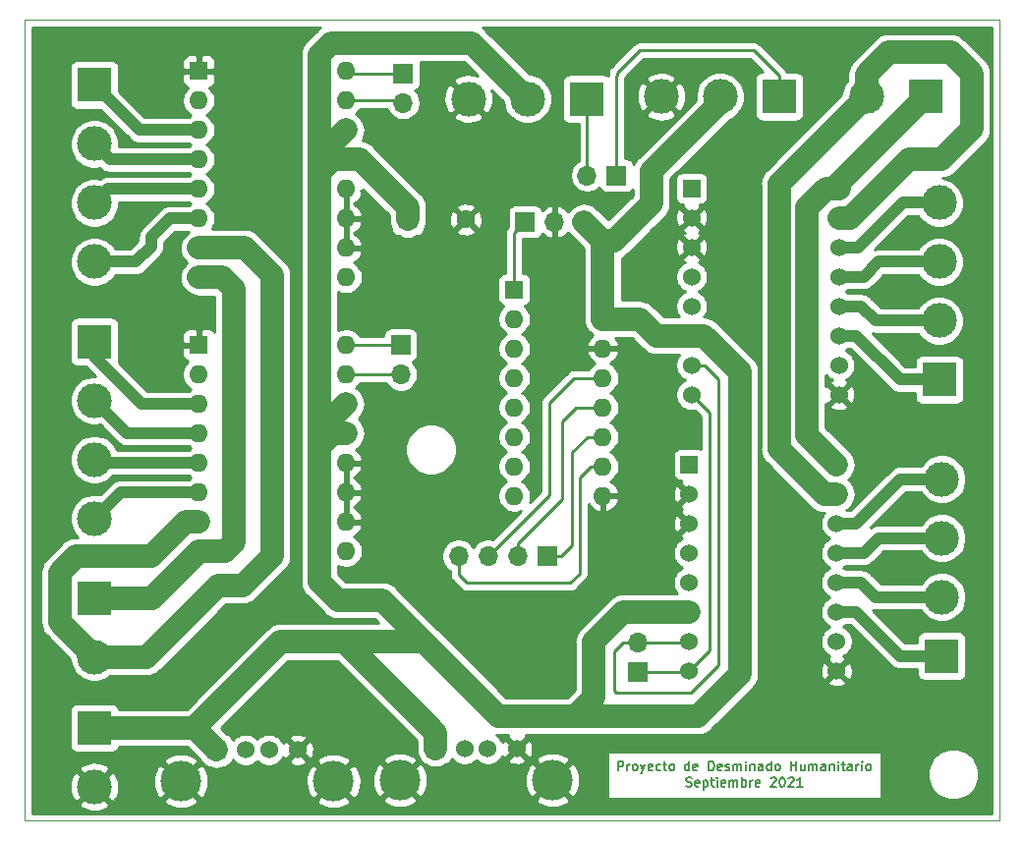
<source format=gbl>
%TF.GenerationSoftware,KiCad,Pcbnew,5.1.9-73d0e3b20d~88~ubuntu18.04.1*%
%TF.CreationDate,2021-09-14T17:41:00-05:00*%
%TF.ProjectId,gpr20_board,67707232-305f-4626-9f61-72642e6b6963,rev?*%
%TF.SameCoordinates,Original*%
%TF.FileFunction,Copper,L2,Bot*%
%TF.FilePolarity,Positive*%
%FSLAX46Y46*%
G04 Gerber Fmt 4.6, Leading zero omitted, Abs format (unit mm)*
G04 Created by KiCad (PCBNEW 5.1.9-73d0e3b20d~88~ubuntu18.04.1) date 2021-09-14 17:41:00*
%MOMM*%
%LPD*%
G01*
G04 APERTURE LIST*
%TA.AperFunction,Profile*%
%ADD10C,0.050000*%
%TD*%
%TA.AperFunction,NonConductor*%
%ADD11C,0.200000*%
%TD*%
%TA.AperFunction,ComponentPad*%
%ADD12O,1.600000X1.600000*%
%TD*%
%TA.AperFunction,ComponentPad*%
%ADD13R,1.600000X1.600000*%
%TD*%
%TA.AperFunction,ComponentPad*%
%ADD14C,1.600000*%
%TD*%
%TA.AperFunction,ComponentPad*%
%ADD15C,3.500000*%
%TD*%
%TA.AperFunction,ComponentPad*%
%ADD16R,1.524000X1.524000*%
%TD*%
%TA.AperFunction,ComponentPad*%
%ADD17C,1.524000*%
%TD*%
%TA.AperFunction,ComponentPad*%
%ADD18C,3.000000*%
%TD*%
%TA.AperFunction,ComponentPad*%
%ADD19R,3.000000X3.000000*%
%TD*%
%TA.AperFunction,ComponentPad*%
%ADD20R,1.700000X1.700000*%
%TD*%
%TA.AperFunction,ComponentPad*%
%ADD21O,1.700000X1.700000*%
%TD*%
%TA.AperFunction,ComponentPad*%
%ADD22C,1.530000*%
%TD*%
%TA.AperFunction,ComponentPad*%
%ADD23R,1.530000X1.530000*%
%TD*%
%TA.AperFunction,Conductor*%
%ADD24C,1.000000*%
%TD*%
%TA.AperFunction,Conductor*%
%ADD25C,2.000000*%
%TD*%
%TA.AperFunction,Conductor*%
%ADD26C,0.250000*%
%TD*%
%TA.AperFunction,Conductor*%
%ADD27C,0.254000*%
%TD*%
%TA.AperFunction,Conductor*%
%ADD28C,0.100000*%
%TD*%
G04 APERTURE END LIST*
D10*
X158000000Y-102000000D02*
X158000000Y-33000000D01*
X242000000Y-102000000D02*
X158000000Y-102000000D01*
D11*
X209123809Y-97661904D02*
X209123809Y-96861904D01*
X209428571Y-96861904D01*
X209504761Y-96900000D01*
X209542857Y-96938095D01*
X209580952Y-97014285D01*
X209580952Y-97128571D01*
X209542857Y-97204761D01*
X209504761Y-97242857D01*
X209428571Y-97280952D01*
X209123809Y-97280952D01*
X209923809Y-97661904D02*
X209923809Y-97128571D01*
X209923809Y-97280952D02*
X209961904Y-97204761D01*
X210000000Y-97166666D01*
X210076190Y-97128571D01*
X210152380Y-97128571D01*
X210533333Y-97661904D02*
X210457142Y-97623809D01*
X210419047Y-97585714D01*
X210380952Y-97509523D01*
X210380952Y-97280952D01*
X210419047Y-97204761D01*
X210457142Y-97166666D01*
X210533333Y-97128571D01*
X210647619Y-97128571D01*
X210723809Y-97166666D01*
X210761904Y-97204761D01*
X210800000Y-97280952D01*
X210800000Y-97509523D01*
X210761904Y-97585714D01*
X210723809Y-97623809D01*
X210647619Y-97661904D01*
X210533333Y-97661904D01*
X211066666Y-97128571D02*
X211257142Y-97661904D01*
X211447619Y-97128571D02*
X211257142Y-97661904D01*
X211180952Y-97852380D01*
X211142857Y-97890476D01*
X211066666Y-97928571D01*
X212057142Y-97623809D02*
X211980952Y-97661904D01*
X211828571Y-97661904D01*
X211752380Y-97623809D01*
X211714285Y-97547619D01*
X211714285Y-97242857D01*
X211752380Y-97166666D01*
X211828571Y-97128571D01*
X211980952Y-97128571D01*
X212057142Y-97166666D01*
X212095238Y-97242857D01*
X212095238Y-97319047D01*
X211714285Y-97395238D01*
X212780952Y-97623809D02*
X212704761Y-97661904D01*
X212552380Y-97661904D01*
X212476190Y-97623809D01*
X212438095Y-97585714D01*
X212400000Y-97509523D01*
X212400000Y-97280952D01*
X212438095Y-97204761D01*
X212476190Y-97166666D01*
X212552380Y-97128571D01*
X212704761Y-97128571D01*
X212780952Y-97166666D01*
X213009523Y-97128571D02*
X213314285Y-97128571D01*
X213123809Y-96861904D02*
X213123809Y-97547619D01*
X213161904Y-97623809D01*
X213238095Y-97661904D01*
X213314285Y-97661904D01*
X213695238Y-97661904D02*
X213619047Y-97623809D01*
X213580952Y-97585714D01*
X213542857Y-97509523D01*
X213542857Y-97280952D01*
X213580952Y-97204761D01*
X213619047Y-97166666D01*
X213695238Y-97128571D01*
X213809523Y-97128571D01*
X213885714Y-97166666D01*
X213923809Y-97204761D01*
X213961904Y-97280952D01*
X213961904Y-97509523D01*
X213923809Y-97585714D01*
X213885714Y-97623809D01*
X213809523Y-97661904D01*
X213695238Y-97661904D01*
X215257142Y-97661904D02*
X215257142Y-96861904D01*
X215257142Y-97623809D02*
X215180952Y-97661904D01*
X215028571Y-97661904D01*
X214952380Y-97623809D01*
X214914285Y-97585714D01*
X214876190Y-97509523D01*
X214876190Y-97280952D01*
X214914285Y-97204761D01*
X214952380Y-97166666D01*
X215028571Y-97128571D01*
X215180952Y-97128571D01*
X215257142Y-97166666D01*
X215942857Y-97623809D02*
X215866666Y-97661904D01*
X215714285Y-97661904D01*
X215638095Y-97623809D01*
X215600000Y-97547619D01*
X215600000Y-97242857D01*
X215638095Y-97166666D01*
X215714285Y-97128571D01*
X215866666Y-97128571D01*
X215942857Y-97166666D01*
X215980952Y-97242857D01*
X215980952Y-97319047D01*
X215600000Y-97395238D01*
X216933333Y-97661904D02*
X216933333Y-96861904D01*
X217123809Y-96861904D01*
X217238095Y-96900000D01*
X217314285Y-96976190D01*
X217352380Y-97052380D01*
X217390476Y-97204761D01*
X217390476Y-97319047D01*
X217352380Y-97471428D01*
X217314285Y-97547619D01*
X217238095Y-97623809D01*
X217123809Y-97661904D01*
X216933333Y-97661904D01*
X218038095Y-97623809D02*
X217961904Y-97661904D01*
X217809523Y-97661904D01*
X217733333Y-97623809D01*
X217695238Y-97547619D01*
X217695238Y-97242857D01*
X217733333Y-97166666D01*
X217809523Y-97128571D01*
X217961904Y-97128571D01*
X218038095Y-97166666D01*
X218076190Y-97242857D01*
X218076190Y-97319047D01*
X217695238Y-97395238D01*
X218380952Y-97623809D02*
X218457142Y-97661904D01*
X218609523Y-97661904D01*
X218685714Y-97623809D01*
X218723809Y-97547619D01*
X218723809Y-97509523D01*
X218685714Y-97433333D01*
X218609523Y-97395238D01*
X218495238Y-97395238D01*
X218419047Y-97357142D01*
X218380952Y-97280952D01*
X218380952Y-97242857D01*
X218419047Y-97166666D01*
X218495238Y-97128571D01*
X218609523Y-97128571D01*
X218685714Y-97166666D01*
X219066666Y-97661904D02*
X219066666Y-97128571D01*
X219066666Y-97204761D02*
X219104761Y-97166666D01*
X219180952Y-97128571D01*
X219295238Y-97128571D01*
X219371428Y-97166666D01*
X219409523Y-97242857D01*
X219409523Y-97661904D01*
X219409523Y-97242857D02*
X219447619Y-97166666D01*
X219523809Y-97128571D01*
X219638095Y-97128571D01*
X219714285Y-97166666D01*
X219752380Y-97242857D01*
X219752380Y-97661904D01*
X220133333Y-97661904D02*
X220133333Y-97128571D01*
X220133333Y-96861904D02*
X220095238Y-96900000D01*
X220133333Y-96938095D01*
X220171428Y-96900000D01*
X220133333Y-96861904D01*
X220133333Y-96938095D01*
X220514285Y-97128571D02*
X220514285Y-97661904D01*
X220514285Y-97204761D02*
X220552380Y-97166666D01*
X220628571Y-97128571D01*
X220742857Y-97128571D01*
X220819047Y-97166666D01*
X220857142Y-97242857D01*
X220857142Y-97661904D01*
X221580952Y-97661904D02*
X221580952Y-97242857D01*
X221542857Y-97166666D01*
X221466666Y-97128571D01*
X221314285Y-97128571D01*
X221238095Y-97166666D01*
X221580952Y-97623809D02*
X221504761Y-97661904D01*
X221314285Y-97661904D01*
X221238095Y-97623809D01*
X221200000Y-97547619D01*
X221200000Y-97471428D01*
X221238095Y-97395238D01*
X221314285Y-97357142D01*
X221504761Y-97357142D01*
X221580952Y-97319047D01*
X222304761Y-97661904D02*
X222304761Y-96861904D01*
X222304761Y-97623809D02*
X222228571Y-97661904D01*
X222076190Y-97661904D01*
X222000000Y-97623809D01*
X221961904Y-97585714D01*
X221923809Y-97509523D01*
X221923809Y-97280952D01*
X221961904Y-97204761D01*
X222000000Y-97166666D01*
X222076190Y-97128571D01*
X222228571Y-97128571D01*
X222304761Y-97166666D01*
X222800000Y-97661904D02*
X222723809Y-97623809D01*
X222685714Y-97585714D01*
X222647619Y-97509523D01*
X222647619Y-97280952D01*
X222685714Y-97204761D01*
X222723809Y-97166666D01*
X222800000Y-97128571D01*
X222914285Y-97128571D01*
X222990476Y-97166666D01*
X223028571Y-97204761D01*
X223066666Y-97280952D01*
X223066666Y-97509523D01*
X223028571Y-97585714D01*
X222990476Y-97623809D01*
X222914285Y-97661904D01*
X222800000Y-97661904D01*
X224019047Y-97661904D02*
X224019047Y-96861904D01*
X224019047Y-97242857D02*
X224476190Y-97242857D01*
X224476190Y-97661904D02*
X224476190Y-96861904D01*
X225200000Y-97128571D02*
X225200000Y-97661904D01*
X224857142Y-97128571D02*
X224857142Y-97547619D01*
X224895238Y-97623809D01*
X224971428Y-97661904D01*
X225085714Y-97661904D01*
X225161904Y-97623809D01*
X225200000Y-97585714D01*
X225580952Y-97661904D02*
X225580952Y-97128571D01*
X225580952Y-97204761D02*
X225619047Y-97166666D01*
X225695238Y-97128571D01*
X225809523Y-97128571D01*
X225885714Y-97166666D01*
X225923809Y-97242857D01*
X225923809Y-97661904D01*
X225923809Y-97242857D02*
X225961904Y-97166666D01*
X226038095Y-97128571D01*
X226152380Y-97128571D01*
X226228571Y-97166666D01*
X226266666Y-97242857D01*
X226266666Y-97661904D01*
X226990476Y-97661904D02*
X226990476Y-97242857D01*
X226952380Y-97166666D01*
X226876190Y-97128571D01*
X226723809Y-97128571D01*
X226647619Y-97166666D01*
X226990476Y-97623809D02*
X226914285Y-97661904D01*
X226723809Y-97661904D01*
X226647619Y-97623809D01*
X226609523Y-97547619D01*
X226609523Y-97471428D01*
X226647619Y-97395238D01*
X226723809Y-97357142D01*
X226914285Y-97357142D01*
X226990476Y-97319047D01*
X227371428Y-97128571D02*
X227371428Y-97661904D01*
X227371428Y-97204761D02*
X227409523Y-97166666D01*
X227485714Y-97128571D01*
X227600000Y-97128571D01*
X227676190Y-97166666D01*
X227714285Y-97242857D01*
X227714285Y-97661904D01*
X228095238Y-97661904D02*
X228095238Y-97128571D01*
X228095238Y-96861904D02*
X228057142Y-96900000D01*
X228095238Y-96938095D01*
X228133333Y-96900000D01*
X228095238Y-96861904D01*
X228095238Y-96938095D01*
X228361904Y-97128571D02*
X228666666Y-97128571D01*
X228476190Y-96861904D02*
X228476190Y-97547619D01*
X228514285Y-97623809D01*
X228590476Y-97661904D01*
X228666666Y-97661904D01*
X229276190Y-97661904D02*
X229276190Y-97242857D01*
X229238095Y-97166666D01*
X229161904Y-97128571D01*
X229009523Y-97128571D01*
X228933333Y-97166666D01*
X229276190Y-97623809D02*
X229200000Y-97661904D01*
X229009523Y-97661904D01*
X228933333Y-97623809D01*
X228895238Y-97547619D01*
X228895238Y-97471428D01*
X228933333Y-97395238D01*
X229009523Y-97357142D01*
X229200000Y-97357142D01*
X229276190Y-97319047D01*
X229657142Y-97661904D02*
X229657142Y-97128571D01*
X229657142Y-97280952D02*
X229695238Y-97204761D01*
X229733333Y-97166666D01*
X229809523Y-97128571D01*
X229885714Y-97128571D01*
X230152380Y-97661904D02*
X230152380Y-97128571D01*
X230152380Y-96861904D02*
X230114285Y-96900000D01*
X230152380Y-96938095D01*
X230190476Y-96900000D01*
X230152380Y-96861904D01*
X230152380Y-96938095D01*
X230647619Y-97661904D02*
X230571428Y-97623809D01*
X230533333Y-97585714D01*
X230495238Y-97509523D01*
X230495238Y-97280952D01*
X230533333Y-97204761D01*
X230571428Y-97166666D01*
X230647619Y-97128571D01*
X230761904Y-97128571D01*
X230838095Y-97166666D01*
X230876190Y-97204761D01*
X230914285Y-97280952D01*
X230914285Y-97509523D01*
X230876190Y-97585714D01*
X230838095Y-97623809D01*
X230761904Y-97661904D01*
X230647619Y-97661904D01*
X214990476Y-99023809D02*
X215104761Y-99061904D01*
X215295238Y-99061904D01*
X215371428Y-99023809D01*
X215409523Y-98985714D01*
X215447619Y-98909523D01*
X215447619Y-98833333D01*
X215409523Y-98757142D01*
X215371428Y-98719047D01*
X215295238Y-98680952D01*
X215142857Y-98642857D01*
X215066666Y-98604761D01*
X215028571Y-98566666D01*
X214990476Y-98490476D01*
X214990476Y-98414285D01*
X215028571Y-98338095D01*
X215066666Y-98300000D01*
X215142857Y-98261904D01*
X215333333Y-98261904D01*
X215447619Y-98300000D01*
X216095238Y-99023809D02*
X216019047Y-99061904D01*
X215866666Y-99061904D01*
X215790476Y-99023809D01*
X215752380Y-98947619D01*
X215752380Y-98642857D01*
X215790476Y-98566666D01*
X215866666Y-98528571D01*
X216019047Y-98528571D01*
X216095238Y-98566666D01*
X216133333Y-98642857D01*
X216133333Y-98719047D01*
X215752380Y-98795238D01*
X216476190Y-98528571D02*
X216476190Y-99328571D01*
X216476190Y-98566666D02*
X216552380Y-98528571D01*
X216704761Y-98528571D01*
X216780952Y-98566666D01*
X216819047Y-98604761D01*
X216857142Y-98680952D01*
X216857142Y-98909523D01*
X216819047Y-98985714D01*
X216780952Y-99023809D01*
X216704761Y-99061904D01*
X216552380Y-99061904D01*
X216476190Y-99023809D01*
X217085714Y-98528571D02*
X217390476Y-98528571D01*
X217200000Y-98261904D02*
X217200000Y-98947619D01*
X217238095Y-99023809D01*
X217314285Y-99061904D01*
X217390476Y-99061904D01*
X217657142Y-99061904D02*
X217657142Y-98528571D01*
X217657142Y-98261904D02*
X217619047Y-98300000D01*
X217657142Y-98338095D01*
X217695238Y-98300000D01*
X217657142Y-98261904D01*
X217657142Y-98338095D01*
X218342857Y-99023809D02*
X218266666Y-99061904D01*
X218114285Y-99061904D01*
X218038095Y-99023809D01*
X218000000Y-98947619D01*
X218000000Y-98642857D01*
X218038095Y-98566666D01*
X218114285Y-98528571D01*
X218266666Y-98528571D01*
X218342857Y-98566666D01*
X218380952Y-98642857D01*
X218380952Y-98719047D01*
X218000000Y-98795238D01*
X218723809Y-99061904D02*
X218723809Y-98528571D01*
X218723809Y-98604761D02*
X218761904Y-98566666D01*
X218838095Y-98528571D01*
X218952380Y-98528571D01*
X219028571Y-98566666D01*
X219066666Y-98642857D01*
X219066666Y-99061904D01*
X219066666Y-98642857D02*
X219104761Y-98566666D01*
X219180952Y-98528571D01*
X219295238Y-98528571D01*
X219371428Y-98566666D01*
X219409523Y-98642857D01*
X219409523Y-99061904D01*
X219790476Y-99061904D02*
X219790476Y-98261904D01*
X219790476Y-98566666D02*
X219866666Y-98528571D01*
X220019047Y-98528571D01*
X220095238Y-98566666D01*
X220133333Y-98604761D01*
X220171428Y-98680952D01*
X220171428Y-98909523D01*
X220133333Y-98985714D01*
X220095238Y-99023809D01*
X220019047Y-99061904D01*
X219866666Y-99061904D01*
X219790476Y-99023809D01*
X220514285Y-99061904D02*
X220514285Y-98528571D01*
X220514285Y-98680952D02*
X220552380Y-98604761D01*
X220590476Y-98566666D01*
X220666666Y-98528571D01*
X220742857Y-98528571D01*
X221314285Y-99023809D02*
X221238095Y-99061904D01*
X221085714Y-99061904D01*
X221009523Y-99023809D01*
X220971428Y-98947619D01*
X220971428Y-98642857D01*
X221009523Y-98566666D01*
X221085714Y-98528571D01*
X221238095Y-98528571D01*
X221314285Y-98566666D01*
X221352380Y-98642857D01*
X221352380Y-98719047D01*
X220971428Y-98795238D01*
X222266666Y-98338095D02*
X222304761Y-98300000D01*
X222380952Y-98261904D01*
X222571428Y-98261904D01*
X222647619Y-98300000D01*
X222685714Y-98338095D01*
X222723809Y-98414285D01*
X222723809Y-98490476D01*
X222685714Y-98604761D01*
X222228571Y-99061904D01*
X222723809Y-99061904D01*
X223219047Y-98261904D02*
X223295238Y-98261904D01*
X223371428Y-98300000D01*
X223409523Y-98338095D01*
X223447619Y-98414285D01*
X223485714Y-98566666D01*
X223485714Y-98757142D01*
X223447619Y-98909523D01*
X223409523Y-98985714D01*
X223371428Y-99023809D01*
X223295238Y-99061904D01*
X223219047Y-99061904D01*
X223142857Y-99023809D01*
X223104761Y-98985714D01*
X223066666Y-98909523D01*
X223028571Y-98757142D01*
X223028571Y-98566666D01*
X223066666Y-98414285D01*
X223104761Y-98338095D01*
X223142857Y-98300000D01*
X223219047Y-98261904D01*
X223790476Y-98338095D02*
X223828571Y-98300000D01*
X223904761Y-98261904D01*
X224095238Y-98261904D01*
X224171428Y-98300000D01*
X224209523Y-98338095D01*
X224247619Y-98414285D01*
X224247619Y-98490476D01*
X224209523Y-98604761D01*
X223752380Y-99061904D01*
X224247619Y-99061904D01*
X225009523Y-99061904D02*
X224552380Y-99061904D01*
X224780952Y-99061904D02*
X224780952Y-98261904D01*
X224704761Y-98376190D01*
X224628571Y-98452380D01*
X224552380Y-98490476D01*
D10*
X242000000Y-33000000D02*
X158000000Y-33000000D01*
X242000000Y-102000000D02*
X242000000Y-33000000D01*
D12*
%TO.P,A1,16*%
%TO.N,BOARD13*%
X185700000Y-37400000D03*
%TO.P,A1,8*%
%TO.N,9V+*%
X173000000Y-55180000D03*
%TO.P,A1,15*%
%TO.N,BOARD15*%
X185700000Y-39940000D03*
%TO.P,A1,7*%
%TO.N,9V-*%
X173000000Y-52640000D03*
%TO.P,A1,14*%
%TO.N,5V*%
X185700000Y-42480000D03*
%TO.P,A1,6*%
%TO.N,Net-(A1-Pad6)*%
X173000000Y-50100000D03*
%TO.P,A1,13*%
%TO.N,5V*%
X185700000Y-45020000D03*
%TO.P,A1,5*%
%TO.N,Net-(A1-Pad5)*%
X173000000Y-47560000D03*
%TO.P,A1,12*%
%TO.N,GND*%
X185700000Y-47560000D03*
%TO.P,A1,4*%
%TO.N,Net-(A1-Pad4)*%
X173000000Y-45020000D03*
%TO.P,A1,11*%
%TO.N,GND*%
X185700000Y-50100000D03*
%TO.P,A1,3*%
%TO.N,Net-(A1-Pad3)*%
X173000000Y-42480000D03*
%TO.P,A1,10*%
%TO.N,GND*%
X185700000Y-52640000D03*
%TO.P,A1,2*%
%TO.N,Net-(A1-Pad2)*%
X173000000Y-39940000D03*
%TO.P,A1,9*%
%TO.N,Net-(A1-Pad9)*%
X185700000Y-55180000D03*
D13*
%TO.P,A1,1*%
%TO.N,GND*%
X173000000Y-37400000D03*
%TD*%
%TO.P,A2,1*%
%TO.N,GND*%
X173000000Y-61000000D03*
D12*
%TO.P,A2,9*%
%TO.N,Net-(A2-Pad9)*%
X185700000Y-78780000D03*
%TO.P,A2,2*%
%TO.N,Net-(A2-Pad2)*%
X173000000Y-63540000D03*
%TO.P,A2,10*%
%TO.N,GND*%
X185700000Y-76240000D03*
%TO.P,A2,3*%
%TO.N,Net-(A2-Pad3)*%
X173000000Y-66080000D03*
%TO.P,A2,11*%
%TO.N,GND*%
X185700000Y-73700000D03*
%TO.P,A2,4*%
%TO.N,Net-(A2-Pad4)*%
X173000000Y-68620000D03*
%TO.P,A2,12*%
%TO.N,GND*%
X185700000Y-71160000D03*
%TO.P,A2,5*%
%TO.N,Net-(A2-Pad5)*%
X173000000Y-71160000D03*
%TO.P,A2,13*%
%TO.N,5V*%
X185700000Y-68620000D03*
%TO.P,A2,6*%
%TO.N,Net-(A2-Pad6)*%
X173000000Y-73700000D03*
%TO.P,A2,14*%
%TO.N,5V*%
X185700000Y-66080000D03*
%TO.P,A2,7*%
%TO.N,9V-*%
X173000000Y-76240000D03*
%TO.P,A2,15*%
%TO.N,BOARD18*%
X185700000Y-63540000D03*
%TO.P,A2,8*%
%TO.N,9V+*%
X173000000Y-78780000D03*
%TO.P,A2,16*%
%TO.N,BOARD16*%
X185700000Y-61000000D03*
%TD*%
D13*
%TO.P,C1,1*%
%TO.N,5V*%
X191000000Y-50200000D03*
D14*
%TO.P,C1,2*%
%TO.N,GND*%
X196000000Y-50200000D03*
%TD*%
D15*
%TO.P,J1,5*%
%TO.N,GND*%
X203470000Y-98510000D03*
X190330000Y-98510000D03*
D16*
%TO.P,J1,1*%
%TO.N,5V*%
X193400000Y-95800000D03*
D17*
%TO.P,J1,2*%
%TO.N,Net-(J1-Pad2)*%
X195900000Y-95800000D03*
%TO.P,J1,3*%
%TO.N,Net-(J1-Pad3)*%
X197900000Y-95800000D03*
%TO.P,J1,4*%
%TO.N,GND*%
X200400000Y-95800000D03*
%TD*%
D18*
%TO.P,J2,2*%
%TO.N,Net-(A1-Pad4)*%
X164000000Y-43680000D03*
%TO.P,J2,3*%
%TO.N,Net-(A1-Pad5)*%
X164000000Y-48760000D03*
D19*
%TO.P,J2,1*%
%TO.N,Net-(A1-Pad3)*%
X164000000Y-38600000D03*
D18*
%TO.P,J2,4*%
%TO.N,Net-(A1-Pad6)*%
X164000000Y-53840000D03*
%TD*%
%TO.P,J3,4*%
%TO.N,Net-(A2-Pad6)*%
X164000000Y-75960000D03*
D19*
%TO.P,J3,1*%
%TO.N,Net-(A2-Pad3)*%
X164000000Y-60720000D03*
D18*
%TO.P,J3,3*%
%TO.N,Net-(A2-Pad5)*%
X164000000Y-70880000D03*
%TO.P,J3,2*%
%TO.N,Net-(A2-Pad4)*%
X164000000Y-65800000D03*
%TD*%
D17*
%TO.P,J4,4*%
%TO.N,GND*%
X181530000Y-95890000D03*
%TO.P,J4,3*%
%TO.N,Net-(J4-Pad3)*%
X179030000Y-95890000D03*
%TO.P,J4,2*%
%TO.N,Net-(J4-Pad2)*%
X177030000Y-95890000D03*
D16*
%TO.P,J4,1*%
%TO.N,5V*%
X174530000Y-95890000D03*
D15*
%TO.P,J4,5*%
%TO.N,GND*%
X171460000Y-98600000D03*
X184600000Y-98600000D03*
%TD*%
D19*
%TO.P,J5,1*%
%TO.N,5V*%
X164000000Y-94000000D03*
D18*
%TO.P,J5,2*%
%TO.N,GND*%
X164000000Y-99080000D03*
%TD*%
%TO.P,J6,2*%
%TO.N,9V-*%
X164000000Y-87880000D03*
D19*
%TO.P,J6,1*%
%TO.N,9V+*%
X164000000Y-82800000D03*
%TD*%
%TO.P,J7,1*%
%TO.N,3V3+*%
X235600000Y-39600000D03*
D18*
%TO.P,J7,2*%
%TO.N,3V3-*%
X230520000Y-39600000D03*
%TD*%
%TO.P,J8,3*%
%TO.N,GND*%
X212840000Y-39600000D03*
%TO.P,J8,2*%
%TO.N,5V*%
X217920000Y-39600000D03*
D19*
%TO.P,J8,1*%
%TO.N,BOARD07*%
X223000000Y-39600000D03*
%TD*%
%TO.P,J9,1*%
%TO.N,BOARD11*%
X206400000Y-39800000D03*
D18*
%TO.P,J9,2*%
%TO.N,5V*%
X201320000Y-39800000D03*
%TO.P,J9,3*%
%TO.N,GND*%
X196240000Y-39800000D03*
%TD*%
%TO.P,J10,2*%
%TO.N,Net-(J10-Pad2)*%
X236800000Y-58920000D03*
%TO.P,J10,3*%
%TO.N,Net-(J10-Pad3)*%
X236800000Y-53840000D03*
D19*
%TO.P,J10,1*%
%TO.N,Net-(J10-Pad1)*%
X236800000Y-64000000D03*
D18*
%TO.P,J10,4*%
%TO.N,Net-(J10-Pad4)*%
X236800000Y-48760000D03*
%TD*%
%TO.P,J11,4*%
%TO.N,Net-(J11-Pad4)*%
X237000000Y-72560000D03*
D19*
%TO.P,J11,1*%
%TO.N,Net-(J11-Pad1)*%
X237000000Y-87800000D03*
D18*
%TO.P,J11,3*%
%TO.N,Net-(J11-Pad3)*%
X237000000Y-77640000D03*
%TO.P,J11,2*%
%TO.N,Net-(J11-Pad2)*%
X237000000Y-82720000D03*
%TD*%
D20*
%TO.P,J12,1*%
%TO.N,BOARD13*%
X190600000Y-37600000D03*
D21*
%TO.P,J12,2*%
%TO.N,BOARD15*%
X190600000Y-40140000D03*
%TD*%
D20*
%TO.P,J13,1*%
%TO.N,BOARD16*%
X190400000Y-61000000D03*
D21*
%TO.P,J13,2*%
%TO.N,BOARD18*%
X190400000Y-63540000D03*
%TD*%
%TO.P,J14,2*%
%TO.N,BOARD40*%
X210800000Y-86660000D03*
D20*
%TO.P,J14,1*%
%TO.N,BOARD38*%
X210800000Y-89200000D03*
%TD*%
%TO.P,J15,1*%
%TO.N,Net-(J15-Pad1)*%
X201120000Y-50400000D03*
D21*
%TO.P,J15,2*%
%TO.N,GND*%
X203660000Y-50400000D03*
%TO.P,J15,3*%
%TO.N,5V*%
X206200000Y-50400000D03*
%TD*%
D20*
%TO.P,J16,1*%
%TO.N,BOARD19*%
X203000000Y-79200000D03*
D21*
%TO.P,J16,2*%
%TO.N,BOARD21*%
X200460000Y-79200000D03*
%TO.P,J16,3*%
%TO.N,BOARD23*%
X197920000Y-79200000D03*
%TO.P,J16,4*%
%TO.N,BOARD24*%
X195380000Y-79200000D03*
%TD*%
D20*
%TO.P,J17,1*%
%TO.N,BOARD07*%
X209000000Y-46400000D03*
D21*
%TO.P,J17,2*%
%TO.N,BOARD11*%
X206460000Y-46400000D03*
%TD*%
D22*
%TO.P,U1,4*%
%TO.N,Net-(U1-Pad4)*%
X215450000Y-55130000D03*
%TO.P,U1,13*%
%TO.N,Net-(J10-Pad3)*%
X228150000Y-55130000D03*
%TO.P,U1,5*%
%TO.N,Net-(U1-Pad5)*%
X215450000Y-57670000D03*
%TO.P,U1,6*%
%TO.N,5V*%
X215450000Y-60210000D03*
%TO.P,U1,7*%
%TO.N,BOARD40*%
X215450000Y-62750000D03*
%TO.P,U1,8*%
%TO.N,BOARD38*%
X215450000Y-65290000D03*
%TO.P,U1,3*%
%TO.N,GND*%
X215450000Y-52590000D03*
%TO.P,U1,2*%
X215450000Y-50050000D03*
D23*
%TO.P,U1,1*%
%TO.N,Net-(U1-Pad1)*%
X215450000Y-47510000D03*
D22*
%TO.P,U1,14*%
%TO.N,Net-(J10-Pad4)*%
X228150000Y-52590000D03*
%TO.P,U1,15*%
%TO.N,3V3-*%
X228150000Y-50050000D03*
%TO.P,U1,16*%
%TO.N,3V3+*%
X228150000Y-47510000D03*
%TO.P,U1,12*%
%TO.N,Net-(J10-Pad2)*%
X228150000Y-57670000D03*
%TO.P,U1,11*%
%TO.N,Net-(J10-Pad1)*%
X228150000Y-60210000D03*
%TO.P,U1,10*%
%TO.N,Net-(U1-Pad10)*%
X228150000Y-62750000D03*
%TO.P,U1,9*%
%TO.N,GND*%
X228150000Y-65290000D03*
%TD*%
%TO.P,U2,9*%
%TO.N,GND*%
X227950000Y-89090000D03*
%TO.P,U2,10*%
%TO.N,Net-(U2-Pad10)*%
X227950000Y-86550000D03*
%TO.P,U2,11*%
%TO.N,Net-(J11-Pad1)*%
X227950000Y-84010000D03*
%TO.P,U2,12*%
%TO.N,Net-(J11-Pad2)*%
X227950000Y-81470000D03*
%TO.P,U2,16*%
%TO.N,3V3+*%
X227950000Y-71310000D03*
%TO.P,U2,15*%
%TO.N,3V3-*%
X227950000Y-73850000D03*
%TO.P,U2,14*%
%TO.N,Net-(J11-Pad4)*%
X227950000Y-76390000D03*
D23*
%TO.P,U2,1*%
%TO.N,Net-(U2-Pad1)*%
X215250000Y-71310000D03*
D22*
%TO.P,U2,2*%
%TO.N,GND*%
X215250000Y-73850000D03*
%TO.P,U2,3*%
X215250000Y-76390000D03*
%TO.P,U2,8*%
%TO.N,BOARD38*%
X215250000Y-89090000D03*
%TO.P,U2,7*%
%TO.N,BOARD40*%
X215250000Y-86550000D03*
%TO.P,U2,6*%
%TO.N,5V*%
X215250000Y-84010000D03*
%TO.P,U2,5*%
%TO.N,Net-(U2-Pad5)*%
X215250000Y-81470000D03*
%TO.P,U2,13*%
%TO.N,Net-(J11-Pad3)*%
X227950000Y-78930000D03*
%TO.P,U2,4*%
%TO.N,Net-(U2-Pad4)*%
X215250000Y-78930000D03*
%TD*%
D13*
%TO.P,U3,1*%
%TO.N,Net-(J15-Pad1)*%
X200180000Y-56220000D03*
D12*
%TO.P,U3,9*%
%TO.N,GND*%
X207800000Y-74000000D03*
%TO.P,U3,2*%
%TO.N,Net-(U3-Pad2)*%
X200180000Y-58760000D03*
%TO.P,U3,10*%
%TO.N,BOARD24*%
X207800000Y-71460000D03*
%TO.P,U3,3*%
%TO.N,Net-(U3-Pad3)*%
X200180000Y-61300000D03*
%TO.P,U3,11*%
%TO.N,BOARD19*%
X207800000Y-68920000D03*
%TO.P,U3,4*%
%TO.N,Net-(U3-Pad4)*%
X200180000Y-63840000D03*
%TO.P,U3,12*%
%TO.N,BOARD21*%
X207800000Y-66380000D03*
%TO.P,U3,5*%
%TO.N,Net-(U3-Pad5)*%
X200180000Y-66380000D03*
%TO.P,U3,13*%
%TO.N,BOARD23*%
X207800000Y-63840000D03*
%TO.P,U3,6*%
%TO.N,Net-(U3-Pad6)*%
X200180000Y-68920000D03*
%TO.P,U3,14*%
%TO.N,GND*%
X207800000Y-61300000D03*
%TO.P,U3,7*%
%TO.N,Net-(U3-Pad7)*%
X200180000Y-71460000D03*
%TO.P,U3,15*%
%TO.N,5V*%
X207800000Y-58760000D03*
%TO.P,U3,8*%
%TO.N,Net-(U3-Pad8)*%
X200180000Y-74000000D03*
%TO.P,U3,16*%
%TO.N,5V*%
X207800000Y-56220000D03*
%TD*%
D24*
%TO.N,Net-(A1-Pad3)*%
X167880000Y-42480000D02*
X164000000Y-38600000D01*
X173000000Y-42480000D02*
X167880000Y-42480000D01*
%TO.N,Net-(A1-Pad4)*%
X165340000Y-45020000D02*
X164000000Y-43680000D01*
X173000000Y-45020000D02*
X165340000Y-45020000D01*
%TO.N,Net-(A1-Pad5)*%
X165200000Y-47560000D02*
X164000000Y-48760000D01*
X173000000Y-47560000D02*
X165200000Y-47560000D01*
D25*
%TO.N,5V*%
X215450000Y-60210000D02*
X212410000Y-60210000D01*
X210960000Y-58760000D02*
X207800000Y-58760000D01*
X212410000Y-60210000D02*
X210960000Y-58760000D01*
X207800000Y-58760000D02*
X207800000Y-56220000D01*
X207800000Y-52000000D02*
X206200000Y-50400000D01*
X207800000Y-56220000D02*
X207800000Y-52000000D01*
X184568630Y-68620000D02*
X185700000Y-68620000D01*
X183400000Y-69788630D02*
X184568630Y-68620000D01*
X183400000Y-68380000D02*
X185700000Y-66080000D01*
X183400000Y-69788630D02*
X183400000Y-68380000D01*
X184568630Y-45020000D02*
X185700000Y-45020000D01*
X183400000Y-68380000D02*
X183400000Y-46188630D01*
X183400000Y-46188630D02*
X184568630Y-45020000D01*
X183400000Y-44780000D02*
X185700000Y-42480000D01*
X183400000Y-46188630D02*
X183400000Y-44780000D01*
X186831370Y-45020000D02*
X186851370Y-45000000D01*
X185700000Y-45020000D02*
X186831370Y-45020000D01*
X191000000Y-49148630D02*
X191000000Y-50200000D01*
X186851370Y-45000000D02*
X191000000Y-49148630D01*
X207800000Y-52000000D02*
X208800000Y-52000000D01*
X208800000Y-52000000D02*
X212000000Y-48800000D01*
X212000000Y-48800000D02*
X212000000Y-46000000D01*
X217920000Y-40080000D02*
X217920000Y-39600000D01*
X212000000Y-46000000D02*
X217920000Y-40080000D01*
X183400000Y-44780000D02*
X183400000Y-36000000D01*
X183400000Y-36000000D02*
X184400000Y-35000000D01*
X196520000Y-35000000D02*
X201320000Y-39800000D01*
X184400000Y-35000000D02*
X196520000Y-35000000D01*
X183400000Y-69788630D02*
X183400000Y-81400000D01*
X183400000Y-81400000D02*
X185000000Y-83000000D01*
X188800000Y-83000000D02*
X192400000Y-86600000D01*
X185000000Y-83000000D02*
X188800000Y-83000000D01*
X209590000Y-84010000D02*
X207000000Y-86600000D01*
X215250000Y-84010000D02*
X209590000Y-84010000D01*
X219600000Y-89400000D02*
X216000000Y-93000000D01*
X219600000Y-63278127D02*
X219600000Y-89400000D01*
X215450000Y-60210000D02*
X216531873Y-60210000D01*
X216531873Y-60210000D02*
X219600000Y-63278127D01*
X216000000Y-93000000D02*
X205400000Y-93000000D01*
X207000000Y-86600000D02*
X207000000Y-91400000D01*
X207000000Y-91400000D02*
X205400000Y-93000000D01*
X172640000Y-94000000D02*
X164000000Y-94000000D01*
X174530000Y-95890000D02*
X172640000Y-94000000D01*
X172640000Y-94000000D02*
X180040000Y-86600000D01*
X198800000Y-93000000D02*
X192400000Y-86600000D01*
X205400000Y-93000000D02*
X198800000Y-93000000D01*
X193400000Y-95800000D02*
X193400000Y-94400000D01*
X180040000Y-86600000D02*
X185600000Y-86600000D01*
X193400000Y-94400000D02*
X185600000Y-86600000D01*
X185600000Y-86600000D02*
X192400000Y-86600000D01*
D24*
%TO.N,Net-(A1-Pad6)*%
X173000000Y-50100000D02*
X170500000Y-50100000D01*
X170500000Y-50100000D02*
X168900000Y-51700000D01*
X168900000Y-51700000D02*
X168900000Y-52500000D01*
X167560000Y-53840000D02*
X164000000Y-53840000D01*
X168900000Y-52500000D02*
X167560000Y-53840000D01*
D25*
%TO.N,9V-*%
X171868630Y-76240000D02*
X168908630Y-79200000D01*
X173000000Y-76240000D02*
X171868630Y-76240000D01*
X168908630Y-79200000D02*
X162400000Y-79200000D01*
X162400000Y-79200000D02*
X161000000Y-80600000D01*
X161000000Y-84880000D02*
X164000000Y-87880000D01*
X161000000Y-80600000D02*
X161000000Y-84880000D01*
X168520000Y-87880000D02*
X174700000Y-81700000D01*
X174700000Y-81700000D02*
X176800000Y-81700000D01*
X176940000Y-52640000D02*
X173000000Y-52640000D01*
X164000000Y-87880000D02*
X168520000Y-87880000D01*
X176800000Y-81700000D02*
X179300000Y-79200000D01*
X179300000Y-79200000D02*
X179300000Y-55000000D01*
X179300000Y-55000000D02*
X176940000Y-52640000D01*
D26*
%TO.N,BOARD15*%
X190400000Y-39940000D02*
X190600000Y-40140000D01*
X185700000Y-39940000D02*
X190400000Y-39940000D01*
D25*
%TO.N,9V+*%
X173000000Y-55180000D02*
X174980000Y-55180000D01*
X174980000Y-55180000D02*
X176000000Y-56200000D01*
X176000000Y-56200000D02*
X176000000Y-78000000D01*
X175220000Y-78780000D02*
X173000000Y-78780000D01*
X176000000Y-78000000D02*
X175220000Y-78780000D01*
X168980000Y-82800000D02*
X173000000Y-78780000D01*
X164000000Y-82800000D02*
X168980000Y-82800000D01*
D26*
%TO.N,BOARD13*%
X185900000Y-37600000D02*
X185700000Y-37400000D01*
X190600000Y-37600000D02*
X185900000Y-37600000D01*
%TO.N,BOARD16*%
X190400000Y-61000000D02*
X185700000Y-61000000D01*
%TO.N,BOARD18*%
X190400000Y-63540000D02*
X185700000Y-63540000D01*
D24*
%TO.N,Net-(A2-Pad6)*%
X166260000Y-73700000D02*
X173000000Y-73700000D01*
X164000000Y-75960000D02*
X166260000Y-73700000D01*
%TO.N,Net-(A2-Pad5)*%
X164280000Y-71160000D02*
X164000000Y-70880000D01*
X173000000Y-71160000D02*
X164280000Y-71160000D01*
%TO.N,Net-(A2-Pad4)*%
X166820000Y-68620000D02*
X164000000Y-65800000D01*
X173000000Y-68620000D02*
X166820000Y-68620000D01*
%TO.N,Net-(A2-Pad3)*%
X173000000Y-66080000D02*
X168080000Y-66080000D01*
X164000000Y-62000000D02*
X164000000Y-60720000D01*
X168080000Y-66080000D02*
X164000000Y-62000000D01*
D25*
%TO.N,3V3+*%
X227950000Y-71310000D02*
X225400000Y-68760000D01*
X227068127Y-47510000D02*
X228150000Y-47510000D01*
X225400000Y-49178127D02*
X227068127Y-47510000D01*
X225400000Y-68760000D02*
X225400000Y-49178127D01*
X228150000Y-47050000D02*
X235600000Y-39600000D01*
X228150000Y-47510000D02*
X228150000Y-47050000D01*
%TO.N,3V3-*%
X226868127Y-73850000D02*
X223000000Y-69981873D01*
X227950000Y-73850000D02*
X226868127Y-73850000D01*
X223000000Y-47120000D02*
X230520000Y-39600000D01*
X223000000Y-69981873D02*
X223000000Y-47120000D01*
X228150000Y-50050000D02*
X229150000Y-50050000D01*
X229150000Y-50050000D02*
X234200000Y-45000000D01*
X234200000Y-45000000D02*
X237000000Y-45000000D01*
X237000000Y-45000000D02*
X239600000Y-42400000D01*
X239600000Y-42400000D02*
X239600000Y-37600000D01*
X239600000Y-37600000D02*
X237800000Y-35800000D01*
X237800000Y-35800000D02*
X232400000Y-35800000D01*
X230520000Y-37680000D02*
X230520000Y-39600000D01*
X232400000Y-35800000D02*
X230520000Y-37680000D01*
D26*
%TO.N,BOARD07*%
X209000000Y-46400000D02*
X209000000Y-37800000D01*
X209025001Y-37774999D02*
X209025001Y-37574999D01*
X209000000Y-37800000D02*
X209025001Y-37774999D01*
X209025001Y-37574999D02*
X211000000Y-35600000D01*
X211000000Y-35600000D02*
X220800000Y-35600000D01*
X223000000Y-37800000D02*
X223000000Y-39600000D01*
X220800000Y-35600000D02*
X223000000Y-37800000D01*
%TO.N,BOARD11*%
X206460000Y-39860000D02*
X206400000Y-39800000D01*
X206460000Y-46400000D02*
X206460000Y-39860000D01*
D24*
%TO.N,Net-(J10-Pad4)*%
X228150000Y-52590000D02*
X229810000Y-52590000D01*
X233640000Y-48760000D02*
X236800000Y-48760000D01*
X229810000Y-52590000D02*
X233640000Y-48760000D01*
%TO.N,Net-(J10-Pad1)*%
X236800000Y-64000000D02*
X233400000Y-64000000D01*
X229610000Y-60210000D02*
X228150000Y-60210000D01*
X233400000Y-64000000D02*
X229610000Y-60210000D01*
%TO.N,Net-(J10-Pad3)*%
X228150000Y-55130000D02*
X230270000Y-55130000D01*
X231560000Y-53840000D02*
X236800000Y-53840000D01*
X230270000Y-55130000D02*
X231560000Y-53840000D01*
%TO.N,Net-(J10-Pad2)*%
X228150000Y-57670000D02*
X230070000Y-57670000D01*
X231320000Y-58920000D02*
X236800000Y-58920000D01*
X230070000Y-57670000D02*
X231320000Y-58920000D01*
%TO.N,Net-(J11-Pad2)*%
X227950000Y-81470000D02*
X230070000Y-81470000D01*
X231320000Y-82720000D02*
X237000000Y-82720000D01*
X230070000Y-81470000D02*
X231320000Y-82720000D01*
%TO.N,Net-(J11-Pad3)*%
X237000000Y-77640000D02*
X231560000Y-77640000D01*
X230270000Y-78930000D02*
X227950000Y-78930000D01*
X231560000Y-77640000D02*
X230270000Y-78930000D01*
%TO.N,Net-(J11-Pad1)*%
X227950000Y-84010000D02*
X229610000Y-84010000D01*
X233400000Y-87800000D02*
X237000000Y-87800000D01*
X229610000Y-84010000D02*
X233400000Y-87800000D01*
%TO.N,Net-(J11-Pad4)*%
X227950000Y-76390000D02*
X229610000Y-76390000D01*
X233440000Y-72560000D02*
X237000000Y-72560000D01*
X229610000Y-76390000D02*
X233440000Y-72560000D01*
D26*
%TO.N,BOARD40*%
X215140000Y-86660000D02*
X215250000Y-86550000D01*
X210800000Y-86660000D02*
X215140000Y-86660000D01*
X217800000Y-64000000D02*
X216550000Y-62750000D01*
X217800000Y-88600000D02*
X217800000Y-64000000D01*
X209540000Y-86660000D02*
X208800000Y-87400000D01*
X210800000Y-86660000D02*
X209540000Y-86660000D01*
X208800000Y-87400000D02*
X208800000Y-90800000D01*
X216550000Y-62750000D02*
X215450000Y-62750000D01*
X208800000Y-90800000D02*
X209000000Y-91000000D01*
X209000000Y-91000000D02*
X215400000Y-91000000D01*
X215400000Y-91000000D02*
X217800000Y-88600000D01*
%TO.N,BOARD38*%
X215140000Y-89200000D02*
X215250000Y-89090000D01*
X210800000Y-89200000D02*
X215140000Y-89200000D01*
X217000000Y-66840000D02*
X215450000Y-65290000D01*
X215250000Y-89090000D02*
X217000000Y-87340000D01*
X217000000Y-87340000D02*
X217000000Y-66840000D01*
%TO.N,Net-(J15-Pad1)*%
X200180000Y-51340000D02*
X201120000Y-50400000D01*
X200180000Y-56220000D02*
X200180000Y-51340000D01*
%TO.N,BOARD19*%
X206480000Y-68920000D02*
X207800000Y-68920000D01*
X205149990Y-70250010D02*
X206480000Y-68920000D01*
X205149990Y-78250010D02*
X205149990Y-70250010D01*
X203000000Y-79200000D02*
X204200000Y-79200000D01*
X204200000Y-79200000D02*
X205149990Y-78250010D01*
%TO.N,BOARD21*%
X204300000Y-67600000D02*
X205520000Y-66380000D01*
X204300000Y-74300000D02*
X204300000Y-67600000D01*
X200460000Y-79200000D02*
X200460000Y-78140000D01*
X205520000Y-66380000D02*
X207800000Y-66380000D01*
X200460000Y-78140000D02*
X204300000Y-74300000D01*
%TO.N,BOARD23*%
X197920000Y-79200000D02*
X203200000Y-73920000D01*
X203200000Y-73920000D02*
X203200000Y-66000000D01*
X205360000Y-63840000D02*
X207800000Y-63840000D01*
X203200000Y-66000000D02*
X205360000Y-63840000D01*
%TO.N,BOARD24*%
X206740000Y-71460000D02*
X207800000Y-71460000D01*
X195380000Y-80780000D02*
X196100000Y-81500000D01*
X205000000Y-81500000D02*
X205800000Y-80700000D01*
X195380000Y-79200000D02*
X195380000Y-80780000D01*
X196100000Y-81500000D02*
X205000000Y-81500000D01*
X205800000Y-72400000D02*
X206740000Y-71460000D01*
X205800000Y-80700000D02*
X205800000Y-72400000D01*
%TD*%
D27*
%TO.N,GND*%
X183238286Y-33838286D02*
X183187079Y-33900682D01*
X182300682Y-34787080D01*
X182238287Y-34838286D01*
X182075863Y-35036201D01*
X182033970Y-35087248D01*
X181882148Y-35371286D01*
X181788658Y-35679484D01*
X181757089Y-36000000D01*
X181765001Y-36080329D01*
X181765000Y-44699678D01*
X181757089Y-44780000D01*
X181765000Y-44860319D01*
X181765000Y-46108308D01*
X181757089Y-46188630D01*
X181765000Y-46268949D01*
X181765000Y-46268951D01*
X181765001Y-46268961D01*
X181765000Y-68299678D01*
X181757089Y-68380000D01*
X181765000Y-68460319D01*
X181765000Y-69708308D01*
X181757089Y-69788630D01*
X181765000Y-69868950D01*
X181765001Y-81319671D01*
X181757089Y-81400000D01*
X181788658Y-81720516D01*
X181882148Y-82028714D01*
X181958354Y-82171285D01*
X182033970Y-82312752D01*
X182238287Y-82561714D01*
X182300682Y-82612920D01*
X183787083Y-84099323D01*
X183838286Y-84161714D01*
X184087248Y-84366031D01*
X184237694Y-84446446D01*
X184371285Y-84517852D01*
X184679483Y-84611343D01*
X185000000Y-84642911D01*
X185080322Y-84635000D01*
X188122762Y-84635000D01*
X188452762Y-84965000D01*
X185680319Y-84965000D01*
X185600000Y-84957089D01*
X185519681Y-84965000D01*
X180120319Y-84965000D01*
X180039999Y-84957089D01*
X179959680Y-84965000D01*
X179959678Y-84965000D01*
X179719484Y-84988657D01*
X179411285Y-85082148D01*
X179127248Y-85233969D01*
X178878286Y-85438286D01*
X178827080Y-85500681D01*
X171962762Y-92365000D01*
X166122621Y-92365000D01*
X166089502Y-92255820D01*
X166030537Y-92145506D01*
X165951185Y-92048815D01*
X165854494Y-91969463D01*
X165744180Y-91910498D01*
X165624482Y-91874188D01*
X165500000Y-91861928D01*
X162500000Y-91861928D01*
X162375518Y-91874188D01*
X162255820Y-91910498D01*
X162145506Y-91969463D01*
X162048815Y-92048815D01*
X161969463Y-92145506D01*
X161910498Y-92255820D01*
X161874188Y-92375518D01*
X161861928Y-92500000D01*
X161861928Y-95500000D01*
X161874188Y-95624482D01*
X161910498Y-95744180D01*
X161969463Y-95854494D01*
X162048815Y-95951185D01*
X162145506Y-96030537D01*
X162255820Y-96089502D01*
X162375518Y-96125812D01*
X162500000Y-96138072D01*
X165500000Y-96138072D01*
X165624482Y-96125812D01*
X165744180Y-96089502D01*
X165854494Y-96030537D01*
X165951185Y-95951185D01*
X166030537Y-95854494D01*
X166089502Y-95744180D01*
X166122621Y-95635000D01*
X171962761Y-95635000D01*
X173158711Y-96830951D01*
X173178498Y-96896180D01*
X173237463Y-97006494D01*
X173316815Y-97103185D01*
X173413506Y-97182537D01*
X173523820Y-97241502D01*
X173643518Y-97277812D01*
X173661269Y-97279560D01*
X173901285Y-97407852D01*
X174209483Y-97501343D01*
X174530000Y-97532911D01*
X174850516Y-97501343D01*
X175158715Y-97407852D01*
X175398730Y-97279560D01*
X175416482Y-97277812D01*
X175536180Y-97241502D01*
X175646494Y-97182537D01*
X175743185Y-97103185D01*
X175822537Y-97006494D01*
X175881502Y-96896180D01*
X175917812Y-96776482D01*
X175919560Y-96758730D01*
X175924338Y-96749792D01*
X175944880Y-96780535D01*
X176139465Y-96975120D01*
X176368273Y-97128005D01*
X176622510Y-97233314D01*
X176892408Y-97287000D01*
X177167592Y-97287000D01*
X177437490Y-97233314D01*
X177691727Y-97128005D01*
X177920535Y-96975120D01*
X178030000Y-96865655D01*
X178139465Y-96975120D01*
X178368273Y-97128005D01*
X178622510Y-97233314D01*
X178892408Y-97287000D01*
X179167592Y-97287000D01*
X179437490Y-97233314D01*
X179691727Y-97128005D01*
X179920535Y-96975120D01*
X180040090Y-96855565D01*
X180744040Y-96855565D01*
X180811020Y-97095656D01*
X181060048Y-97212756D01*
X181327135Y-97279023D01*
X181602017Y-97291910D01*
X181874133Y-97250922D01*
X182133023Y-97157636D01*
X182248980Y-97095656D01*
X182295085Y-96930391D01*
X183109997Y-96930391D01*
X184600000Y-98420395D01*
X186090003Y-96930391D01*
X186040915Y-96840391D01*
X188839997Y-96840391D01*
X190330000Y-98330395D01*
X191820003Y-96840391D01*
X191633927Y-96499234D01*
X191216591Y-96283487D01*
X190765185Y-96153304D01*
X190297054Y-96113687D01*
X189830189Y-96166158D01*
X189382532Y-96308703D01*
X189026073Y-96499234D01*
X188839997Y-96840391D01*
X186040915Y-96840391D01*
X185903927Y-96589234D01*
X185486591Y-96373487D01*
X185035185Y-96243304D01*
X184567054Y-96203687D01*
X184100189Y-96256158D01*
X183652532Y-96398703D01*
X183296073Y-96589234D01*
X183109997Y-96930391D01*
X182295085Y-96930391D01*
X182315960Y-96855565D01*
X181530000Y-96069605D01*
X180744040Y-96855565D01*
X180040090Y-96855565D01*
X180115120Y-96780535D01*
X180268005Y-96551727D01*
X180279242Y-96524599D01*
X180324344Y-96608980D01*
X180564435Y-96675960D01*
X181350395Y-95890000D01*
X181709605Y-95890000D01*
X182495565Y-96675960D01*
X182735656Y-96608980D01*
X182852756Y-96359952D01*
X182919023Y-96092865D01*
X182931910Y-95817983D01*
X182890922Y-95545867D01*
X182797636Y-95286977D01*
X182735656Y-95171020D01*
X182495565Y-95104040D01*
X181709605Y-95890000D01*
X181350395Y-95890000D01*
X180564435Y-95104040D01*
X180324344Y-95171020D01*
X180281782Y-95261533D01*
X180268005Y-95228273D01*
X180115120Y-94999465D01*
X180040090Y-94924435D01*
X180744040Y-94924435D01*
X181530000Y-95710395D01*
X182315960Y-94924435D01*
X182248980Y-94684344D01*
X181999952Y-94567244D01*
X181732865Y-94500977D01*
X181457983Y-94488090D01*
X181185867Y-94529078D01*
X180926977Y-94622364D01*
X180811020Y-94684344D01*
X180744040Y-94924435D01*
X180040090Y-94924435D01*
X179920535Y-94804880D01*
X179691727Y-94651995D01*
X179437490Y-94546686D01*
X179167592Y-94493000D01*
X178892408Y-94493000D01*
X178622510Y-94546686D01*
X178368273Y-94651995D01*
X178139465Y-94804880D01*
X178030000Y-94914345D01*
X177920535Y-94804880D01*
X177691727Y-94651995D01*
X177437490Y-94546686D01*
X177167592Y-94493000D01*
X176892408Y-94493000D01*
X176622510Y-94546686D01*
X176368273Y-94651995D01*
X176139465Y-94804880D01*
X175944880Y-94999465D01*
X175924338Y-95030208D01*
X175919560Y-95021269D01*
X175917812Y-95003518D01*
X175881502Y-94883820D01*
X175822537Y-94773506D01*
X175743185Y-94676815D01*
X175646494Y-94597463D01*
X175536180Y-94538498D01*
X175470951Y-94518711D01*
X174952239Y-93999999D01*
X180717239Y-88235000D01*
X184922762Y-88235000D01*
X191765000Y-95077239D01*
X191765000Y-95880321D01*
X191788657Y-96120515D01*
X191882148Y-96428714D01*
X192010440Y-96668731D01*
X192012188Y-96686482D01*
X192048498Y-96806180D01*
X192107463Y-96916494D01*
X192186815Y-97013185D01*
X192283506Y-97092537D01*
X192393820Y-97151502D01*
X192513518Y-97187812D01*
X192531268Y-97189560D01*
X192771285Y-97317852D01*
X193079484Y-97411343D01*
X193400000Y-97442911D01*
X193720515Y-97411343D01*
X194028714Y-97317852D01*
X194268731Y-97189560D01*
X194286482Y-97187812D01*
X194406180Y-97151502D01*
X194516494Y-97092537D01*
X194613185Y-97013185D01*
X194692537Y-96916494D01*
X194751502Y-96806180D01*
X194787812Y-96686482D01*
X194789560Y-96668732D01*
X194794338Y-96659792D01*
X194814880Y-96690535D01*
X195009465Y-96885120D01*
X195238273Y-97038005D01*
X195492510Y-97143314D01*
X195762408Y-97197000D01*
X196037592Y-97197000D01*
X196307490Y-97143314D01*
X196561727Y-97038005D01*
X196790535Y-96885120D01*
X196900000Y-96775655D01*
X197009465Y-96885120D01*
X197238273Y-97038005D01*
X197492510Y-97143314D01*
X197762408Y-97197000D01*
X198037592Y-97197000D01*
X198307490Y-97143314D01*
X198561727Y-97038005D01*
X198790535Y-96885120D01*
X198910090Y-96765565D01*
X199614040Y-96765565D01*
X199681020Y-97005656D01*
X199930048Y-97122756D01*
X200197135Y-97189023D01*
X200472017Y-97201910D01*
X200744133Y-97160922D01*
X201003023Y-97067636D01*
X201118980Y-97005656D01*
X201165085Y-96840391D01*
X201979997Y-96840391D01*
X203470000Y-98330395D01*
X204960003Y-96840391D01*
X204773927Y-96499234D01*
X204356591Y-96283487D01*
X203905185Y-96153304D01*
X203437054Y-96113687D01*
X202970189Y-96166158D01*
X202522532Y-96308703D01*
X202166073Y-96499234D01*
X201979997Y-96840391D01*
X201165085Y-96840391D01*
X201185960Y-96765565D01*
X200400000Y-95979605D01*
X199614040Y-96765565D01*
X198910090Y-96765565D01*
X198985120Y-96690535D01*
X199138005Y-96461727D01*
X199149242Y-96434599D01*
X199194344Y-96518980D01*
X199434435Y-96585960D01*
X200220395Y-95800000D01*
X200579605Y-95800000D01*
X201365565Y-96585960D01*
X201605656Y-96518980D01*
X201722756Y-96269952D01*
X201780057Y-96039000D01*
X208198334Y-96039000D01*
X208198334Y-100109000D01*
X231801667Y-100109000D01*
X231801667Y-97779872D01*
X235765000Y-97779872D01*
X235765000Y-98220128D01*
X235850890Y-98651925D01*
X236019369Y-99058669D01*
X236263962Y-99424729D01*
X236575271Y-99736038D01*
X236941331Y-99980631D01*
X237348075Y-100149110D01*
X237779872Y-100235000D01*
X238220128Y-100235000D01*
X238651925Y-100149110D01*
X239058669Y-99980631D01*
X239424729Y-99736038D01*
X239736038Y-99424729D01*
X239980631Y-99058669D01*
X240149110Y-98651925D01*
X240235000Y-98220128D01*
X240235000Y-97779872D01*
X240149110Y-97348075D01*
X239980631Y-96941331D01*
X239736038Y-96575271D01*
X239424729Y-96263962D01*
X239058669Y-96019369D01*
X238651925Y-95850890D01*
X238220128Y-95765000D01*
X237779872Y-95765000D01*
X237348075Y-95850890D01*
X236941331Y-96019369D01*
X236575271Y-96263962D01*
X236263962Y-96575271D01*
X236019369Y-96941331D01*
X235850890Y-97348075D01*
X235765000Y-97779872D01*
X231801667Y-97779872D01*
X231801667Y-96039000D01*
X208198334Y-96039000D01*
X201780057Y-96039000D01*
X201789023Y-96002865D01*
X201801910Y-95727983D01*
X201760922Y-95455867D01*
X201667636Y-95196977D01*
X201605656Y-95081020D01*
X201365565Y-95014040D01*
X200579605Y-95800000D01*
X200220395Y-95800000D01*
X199434435Y-95014040D01*
X199194344Y-95081020D01*
X199151782Y-95171533D01*
X199138005Y-95138273D01*
X198985120Y-94909465D01*
X198790535Y-94714880D01*
X198662568Y-94629375D01*
X198800000Y-94642911D01*
X198880322Y-94635000D01*
X199669678Y-94635000D01*
X199614040Y-94834435D01*
X200400000Y-95620395D01*
X201185960Y-94834435D01*
X201130322Y-94635000D01*
X205319681Y-94635000D01*
X205400000Y-94642911D01*
X205480319Y-94635000D01*
X215919681Y-94635000D01*
X216000000Y-94642911D01*
X216080319Y-94635000D01*
X216080322Y-94635000D01*
X216320516Y-94611343D01*
X216628715Y-94517852D01*
X216912752Y-94366031D01*
X217161714Y-94161714D01*
X217212925Y-94099313D01*
X220699319Y-90612920D01*
X220761714Y-90561714D01*
X220966031Y-90312752D01*
X221102355Y-90057707D01*
X227161898Y-90057707D01*
X227229240Y-90298106D01*
X227478780Y-90415506D01*
X227746427Y-90481967D01*
X228021899Y-90494936D01*
X228294607Y-90453914D01*
X228554072Y-90360478D01*
X228670760Y-90298106D01*
X228738102Y-90057707D01*
X227950000Y-89269605D01*
X227161898Y-90057707D01*
X221102355Y-90057707D01*
X221117852Y-90028715D01*
X221137581Y-89963676D01*
X221211343Y-89720517D01*
X221242911Y-89400000D01*
X221235000Y-89319678D01*
X221235000Y-89161899D01*
X226545064Y-89161899D01*
X226586086Y-89434607D01*
X226679522Y-89694072D01*
X226741894Y-89810760D01*
X226982293Y-89878102D01*
X227770395Y-89090000D01*
X228129605Y-89090000D01*
X228917707Y-89878102D01*
X229158106Y-89810760D01*
X229275506Y-89561220D01*
X229341967Y-89293573D01*
X229354936Y-89018101D01*
X229313914Y-88745393D01*
X229220478Y-88485928D01*
X229158106Y-88369240D01*
X228917707Y-88301898D01*
X228129605Y-89090000D01*
X227770395Y-89090000D01*
X226982293Y-88301898D01*
X226741894Y-88369240D01*
X226624494Y-88618780D01*
X226558033Y-88886427D01*
X226545064Y-89161899D01*
X221235000Y-89161899D01*
X221235000Y-63358449D01*
X221242911Y-63278127D01*
X221211343Y-62957610D01*
X221117852Y-62649412D01*
X221074507Y-62568320D01*
X220966031Y-62365375D01*
X220761714Y-62116413D01*
X220699320Y-62065208D01*
X217744798Y-59110687D01*
X217693587Y-59048286D01*
X217444625Y-58843969D01*
X217160588Y-58692148D01*
X216852389Y-58598657D01*
X216612195Y-58575000D01*
X216612192Y-58575000D01*
X216532726Y-58567173D01*
X216537451Y-58562448D01*
X216690664Y-58333149D01*
X216796199Y-58078365D01*
X216850000Y-57807888D01*
X216850000Y-57532112D01*
X216796199Y-57261635D01*
X216690664Y-57006851D01*
X216537451Y-56777552D01*
X216342448Y-56582549D01*
X216113149Y-56429336D01*
X216042326Y-56400000D01*
X216113149Y-56370664D01*
X216342448Y-56217451D01*
X216537451Y-56022448D01*
X216690664Y-55793149D01*
X216796199Y-55538365D01*
X216850000Y-55267888D01*
X216850000Y-54992112D01*
X216796199Y-54721635D01*
X216690664Y-54466851D01*
X216537451Y-54237552D01*
X216342448Y-54042549D01*
X216113149Y-53889336D01*
X216048406Y-53862518D01*
X216054072Y-53860478D01*
X216170760Y-53798106D01*
X216238102Y-53557707D01*
X215450000Y-52769605D01*
X214661898Y-53557707D01*
X214729240Y-53798106D01*
X214859336Y-53859312D01*
X214786851Y-53889336D01*
X214557552Y-54042549D01*
X214362549Y-54237552D01*
X214209336Y-54466851D01*
X214103801Y-54721635D01*
X214050000Y-54992112D01*
X214050000Y-55267888D01*
X214103801Y-55538365D01*
X214209336Y-55793149D01*
X214362549Y-56022448D01*
X214557552Y-56217451D01*
X214786851Y-56370664D01*
X214857674Y-56400000D01*
X214786851Y-56429336D01*
X214557552Y-56582549D01*
X214362549Y-56777552D01*
X214209336Y-57006851D01*
X214103801Y-57261635D01*
X214050000Y-57532112D01*
X214050000Y-57807888D01*
X214103801Y-58078365D01*
X214209336Y-58333149D01*
X214362549Y-58562448D01*
X214375101Y-58575000D01*
X213087239Y-58575000D01*
X212172924Y-57660686D01*
X212121714Y-57598286D01*
X211872752Y-57393969D01*
X211588715Y-57242148D01*
X211280516Y-57148657D01*
X211040322Y-57125000D01*
X211040319Y-57125000D01*
X210960000Y-57117089D01*
X210879681Y-57125000D01*
X209435000Y-57125000D01*
X209435000Y-53514493D01*
X209712752Y-53366031D01*
X209961714Y-53161714D01*
X210012925Y-53099313D01*
X210450339Y-52661899D01*
X214045064Y-52661899D01*
X214086086Y-52934607D01*
X214179522Y-53194072D01*
X214241894Y-53310760D01*
X214482293Y-53378102D01*
X215270395Y-52590000D01*
X215629605Y-52590000D01*
X216417707Y-53378102D01*
X216658106Y-53310760D01*
X216775506Y-53061220D01*
X216841967Y-52793573D01*
X216854936Y-52518101D01*
X216813914Y-52245393D01*
X216720478Y-51985928D01*
X216658106Y-51869240D01*
X216417707Y-51801898D01*
X215629605Y-52590000D01*
X215270395Y-52590000D01*
X214482293Y-51801898D01*
X214241894Y-51869240D01*
X214124494Y-52118780D01*
X214058033Y-52386427D01*
X214045064Y-52661899D01*
X210450339Y-52661899D01*
X212094531Y-51017707D01*
X214661898Y-51017707D01*
X214729240Y-51258106D01*
X214853776Y-51316696D01*
X214845928Y-51319522D01*
X214729240Y-51381894D01*
X214661898Y-51622293D01*
X215450000Y-52410395D01*
X216238102Y-51622293D01*
X216170760Y-51381894D01*
X216046224Y-51323304D01*
X216054072Y-51320478D01*
X216170760Y-51258106D01*
X216238102Y-51017707D01*
X215450000Y-50229605D01*
X214661898Y-51017707D01*
X212094531Y-51017707D01*
X212990339Y-50121899D01*
X214045064Y-50121899D01*
X214086086Y-50394607D01*
X214179522Y-50654072D01*
X214241894Y-50770760D01*
X214482293Y-50838102D01*
X215270395Y-50050000D01*
X215629605Y-50050000D01*
X216417707Y-50838102D01*
X216658106Y-50770760D01*
X216775506Y-50521220D01*
X216841967Y-50253573D01*
X216854936Y-49978101D01*
X216813914Y-49705393D01*
X216720478Y-49445928D01*
X216658106Y-49329240D01*
X216417707Y-49261898D01*
X215629605Y-50050000D01*
X215270395Y-50050000D01*
X214482293Y-49261898D01*
X214241894Y-49329240D01*
X214124494Y-49578780D01*
X214058033Y-49846427D01*
X214045064Y-50121899D01*
X212990339Y-50121899D01*
X213099320Y-50012919D01*
X213161714Y-49961714D01*
X213366031Y-49712752D01*
X213517852Y-49428715D01*
X213611343Y-49120516D01*
X213635000Y-48880322D01*
X213635000Y-48880320D01*
X213642911Y-48800001D01*
X213635000Y-48719681D01*
X213635000Y-46745000D01*
X214046928Y-46745000D01*
X214046928Y-48275000D01*
X214059188Y-48399482D01*
X214095498Y-48519180D01*
X214154463Y-48629494D01*
X214233815Y-48726185D01*
X214330506Y-48805537D01*
X214440820Y-48864502D01*
X214560518Y-48900812D01*
X214685000Y-48913072D01*
X214709301Y-48913072D01*
X214661898Y-49082293D01*
X215450000Y-49870395D01*
X216238102Y-49082293D01*
X216190699Y-48913072D01*
X216215000Y-48913072D01*
X216339482Y-48900812D01*
X216459180Y-48864502D01*
X216569494Y-48805537D01*
X216666185Y-48726185D01*
X216745537Y-48629494D01*
X216804502Y-48519180D01*
X216840812Y-48399482D01*
X216853072Y-48275000D01*
X216853072Y-47120000D01*
X221357089Y-47120000D01*
X221365001Y-47200329D01*
X221365000Y-69901554D01*
X221357089Y-69981873D01*
X221365000Y-70062192D01*
X221365000Y-70062194D01*
X221388657Y-70302388D01*
X221482148Y-70610587D01*
X221633969Y-70894624D01*
X221838286Y-71143587D01*
X221900687Y-71194798D01*
X225655211Y-74949324D01*
X225706413Y-75011714D01*
X225955375Y-75216031D01*
X226239412Y-75367852D01*
X226547610Y-75461343D01*
X226867274Y-75492827D01*
X226862549Y-75497552D01*
X226709336Y-75726851D01*
X226603801Y-75981635D01*
X226550000Y-76252112D01*
X226550000Y-76527888D01*
X226603801Y-76798365D01*
X226709336Y-77053149D01*
X226862549Y-77282448D01*
X227057552Y-77477451D01*
X227286851Y-77630664D01*
X227357674Y-77660000D01*
X227286851Y-77689336D01*
X227057552Y-77842549D01*
X226862549Y-78037552D01*
X226709336Y-78266851D01*
X226603801Y-78521635D01*
X226550000Y-78792112D01*
X226550000Y-79067888D01*
X226603801Y-79338365D01*
X226709336Y-79593149D01*
X226862549Y-79822448D01*
X227057552Y-80017451D01*
X227286851Y-80170664D01*
X227357674Y-80200000D01*
X227286851Y-80229336D01*
X227057552Y-80382549D01*
X226862549Y-80577552D01*
X226709336Y-80806851D01*
X226603801Y-81061635D01*
X226550000Y-81332112D01*
X226550000Y-81607888D01*
X226603801Y-81878365D01*
X226709336Y-82133149D01*
X226862549Y-82362448D01*
X227057552Y-82557451D01*
X227286851Y-82710664D01*
X227357674Y-82740000D01*
X227286851Y-82769336D01*
X227057552Y-82922549D01*
X226862549Y-83117552D01*
X226709336Y-83346851D01*
X226603801Y-83601635D01*
X226550000Y-83872112D01*
X226550000Y-84147888D01*
X226603801Y-84418365D01*
X226709336Y-84673149D01*
X226862549Y-84902448D01*
X227057552Y-85097451D01*
X227286851Y-85250664D01*
X227357674Y-85280000D01*
X227286851Y-85309336D01*
X227057552Y-85462549D01*
X226862549Y-85657552D01*
X226709336Y-85886851D01*
X226603801Y-86141635D01*
X226550000Y-86412112D01*
X226550000Y-86687888D01*
X226603801Y-86958365D01*
X226709336Y-87213149D01*
X226862549Y-87442448D01*
X227057552Y-87637451D01*
X227286851Y-87790664D01*
X227351594Y-87817482D01*
X227345928Y-87819522D01*
X227229240Y-87881894D01*
X227161898Y-88122293D01*
X227950000Y-88910395D01*
X228738102Y-88122293D01*
X228670760Y-87881894D01*
X228540664Y-87820688D01*
X228613149Y-87790664D01*
X228842448Y-87637451D01*
X229037451Y-87442448D01*
X229190664Y-87213149D01*
X229296199Y-86958365D01*
X229350000Y-86687888D01*
X229350000Y-86412112D01*
X229296199Y-86141635D01*
X229190664Y-85886851D01*
X229037451Y-85657552D01*
X228842448Y-85462549D01*
X228613149Y-85309336D01*
X228542326Y-85280000D01*
X228613149Y-85250664D01*
X228771286Y-85145000D01*
X229139869Y-85145000D01*
X232558009Y-88563141D01*
X232593551Y-88606449D01*
X232766377Y-88748284D01*
X232963553Y-88853676D01*
X233177501Y-88918577D01*
X233344248Y-88935000D01*
X233344257Y-88935000D01*
X233399999Y-88940490D01*
X233455741Y-88935000D01*
X234861928Y-88935000D01*
X234861928Y-89300000D01*
X234874188Y-89424482D01*
X234910498Y-89544180D01*
X234969463Y-89654494D01*
X235048815Y-89751185D01*
X235145506Y-89830537D01*
X235255820Y-89889502D01*
X235375518Y-89925812D01*
X235500000Y-89938072D01*
X238500000Y-89938072D01*
X238624482Y-89925812D01*
X238744180Y-89889502D01*
X238854494Y-89830537D01*
X238951185Y-89751185D01*
X239030537Y-89654494D01*
X239089502Y-89544180D01*
X239125812Y-89424482D01*
X239138072Y-89300000D01*
X239138072Y-86300000D01*
X239125812Y-86175518D01*
X239089502Y-86055820D01*
X239030537Y-85945506D01*
X238951185Y-85848815D01*
X238854494Y-85769463D01*
X238744180Y-85710498D01*
X238624482Y-85674188D01*
X238500000Y-85661928D01*
X235500000Y-85661928D01*
X235375518Y-85674188D01*
X235255820Y-85710498D01*
X235145506Y-85769463D01*
X235048815Y-85848815D01*
X234969463Y-85945506D01*
X234910498Y-86055820D01*
X234874188Y-86175518D01*
X234861928Y-86300000D01*
X234861928Y-86665000D01*
X233870132Y-86665000D01*
X231020285Y-83815153D01*
X231097501Y-83838577D01*
X231320000Y-83860491D01*
X231375751Y-83855000D01*
X235190640Y-83855000D01*
X235341637Y-84080983D01*
X235639017Y-84378363D01*
X235988698Y-84612012D01*
X236377244Y-84772953D01*
X236789721Y-84855000D01*
X237210279Y-84855000D01*
X237622756Y-84772953D01*
X238011302Y-84612012D01*
X238360983Y-84378363D01*
X238658363Y-84080983D01*
X238892012Y-83731302D01*
X239052953Y-83342756D01*
X239135000Y-82930279D01*
X239135000Y-82509721D01*
X239052953Y-82097244D01*
X238892012Y-81708698D01*
X238658363Y-81359017D01*
X238360983Y-81061637D01*
X238011302Y-80827988D01*
X237622756Y-80667047D01*
X237210279Y-80585000D01*
X236789721Y-80585000D01*
X236377244Y-80667047D01*
X235988698Y-80827988D01*
X235639017Y-81061637D01*
X235341637Y-81359017D01*
X235190640Y-81585000D01*
X231790132Y-81585000D01*
X230911996Y-80706865D01*
X230876449Y-80663551D01*
X230703623Y-80521716D01*
X230506447Y-80416324D01*
X230292499Y-80351423D01*
X230125752Y-80335000D01*
X230125751Y-80335000D01*
X230070000Y-80329509D01*
X230014249Y-80335000D01*
X228771286Y-80335000D01*
X228613149Y-80229336D01*
X228542326Y-80200000D01*
X228613149Y-80170664D01*
X228771286Y-80065000D01*
X230214249Y-80065000D01*
X230270000Y-80070491D01*
X230325751Y-80065000D01*
X230325752Y-80065000D01*
X230492499Y-80048577D01*
X230706447Y-79983676D01*
X230903623Y-79878284D01*
X231076449Y-79736449D01*
X231111996Y-79693135D01*
X232030132Y-78775000D01*
X235190640Y-78775000D01*
X235341637Y-79000983D01*
X235639017Y-79298363D01*
X235988698Y-79532012D01*
X236377244Y-79692953D01*
X236789721Y-79775000D01*
X237210279Y-79775000D01*
X237622756Y-79692953D01*
X238011302Y-79532012D01*
X238360983Y-79298363D01*
X238658363Y-79000983D01*
X238892012Y-78651302D01*
X239052953Y-78262756D01*
X239135000Y-77850279D01*
X239135000Y-77429721D01*
X239052953Y-77017244D01*
X238892012Y-76628698D01*
X238658363Y-76279017D01*
X238360983Y-75981637D01*
X238011302Y-75747988D01*
X237622756Y-75587047D01*
X237210279Y-75505000D01*
X236789721Y-75505000D01*
X236377244Y-75587047D01*
X235988698Y-75747988D01*
X235639017Y-75981637D01*
X235341637Y-76279017D01*
X235190640Y-76505000D01*
X231615741Y-76505000D01*
X231559999Y-76499510D01*
X231504257Y-76505000D01*
X231504248Y-76505000D01*
X231337501Y-76521423D01*
X231123553Y-76586324D01*
X230926377Y-76691716D01*
X230854093Y-76751038D01*
X233910132Y-73695000D01*
X235190640Y-73695000D01*
X235341637Y-73920983D01*
X235639017Y-74218363D01*
X235988698Y-74452012D01*
X236377244Y-74612953D01*
X236789721Y-74695000D01*
X237210279Y-74695000D01*
X237622756Y-74612953D01*
X238011302Y-74452012D01*
X238360983Y-74218363D01*
X238658363Y-73920983D01*
X238892012Y-73571302D01*
X239052953Y-73182756D01*
X239135000Y-72770279D01*
X239135000Y-72349721D01*
X239052953Y-71937244D01*
X238892012Y-71548698D01*
X238658363Y-71199017D01*
X238360983Y-70901637D01*
X238011302Y-70667988D01*
X237622756Y-70507047D01*
X237210279Y-70425000D01*
X236789721Y-70425000D01*
X236377244Y-70507047D01*
X235988698Y-70667988D01*
X235639017Y-70901637D01*
X235341637Y-71199017D01*
X235190640Y-71425000D01*
X233495751Y-71425000D01*
X233440000Y-71419509D01*
X233384248Y-71425000D01*
X233217501Y-71441423D01*
X233003553Y-71506324D01*
X232806377Y-71611716D01*
X232633551Y-71753551D01*
X232598009Y-71796859D01*
X229139869Y-75255000D01*
X228789846Y-75255000D01*
X228862752Y-75216031D01*
X229111714Y-75011714D01*
X229316031Y-74762752D01*
X229467852Y-74478715D01*
X229561343Y-74170516D01*
X229592911Y-73850000D01*
X229561343Y-73529484D01*
X229467852Y-73221285D01*
X229316031Y-72937248D01*
X229111714Y-72688286D01*
X228979766Y-72579999D01*
X229111713Y-72471713D01*
X229316030Y-72222752D01*
X229467852Y-71938715D01*
X229561343Y-71630516D01*
X229592911Y-71310000D01*
X229561343Y-70989483D01*
X229467852Y-70681285D01*
X229316030Y-70397247D01*
X229162916Y-70210676D01*
X227035000Y-68082762D01*
X227035000Y-66257707D01*
X227361898Y-66257707D01*
X227429240Y-66498106D01*
X227678780Y-66615506D01*
X227946427Y-66681967D01*
X228221899Y-66694936D01*
X228494607Y-66653914D01*
X228754072Y-66560478D01*
X228870760Y-66498106D01*
X228938102Y-66257707D01*
X228150000Y-65469605D01*
X227361898Y-66257707D01*
X227035000Y-66257707D01*
X227035000Y-66036841D01*
X227182293Y-66078102D01*
X227970395Y-65290000D01*
X228329605Y-65290000D01*
X229117707Y-66078102D01*
X229358106Y-66010760D01*
X229475506Y-65761220D01*
X229541967Y-65493573D01*
X229554936Y-65218101D01*
X229513914Y-64945393D01*
X229420478Y-64685928D01*
X229358106Y-64569240D01*
X229117707Y-64501898D01*
X228329605Y-65290000D01*
X227970395Y-65290000D01*
X227182293Y-64501898D01*
X227035000Y-64543159D01*
X227035000Y-63601218D01*
X227062549Y-63642448D01*
X227257552Y-63837451D01*
X227486851Y-63990664D01*
X227551594Y-64017482D01*
X227545928Y-64019522D01*
X227429240Y-64081894D01*
X227361898Y-64322293D01*
X228150000Y-65110395D01*
X228938102Y-64322293D01*
X228870760Y-64081894D01*
X228740664Y-64020688D01*
X228813149Y-63990664D01*
X229042448Y-63837451D01*
X229237451Y-63642448D01*
X229390664Y-63413149D01*
X229496199Y-63158365D01*
X229550000Y-62887888D01*
X229550000Y-62612112D01*
X229496199Y-62341635D01*
X229390664Y-62086851D01*
X229237451Y-61857552D01*
X229042448Y-61662549D01*
X228813149Y-61509336D01*
X228742326Y-61480000D01*
X228813149Y-61450664D01*
X228971286Y-61345000D01*
X229139869Y-61345000D01*
X232558009Y-64763141D01*
X232593551Y-64806449D01*
X232766377Y-64948284D01*
X232963553Y-65053676D01*
X233177501Y-65118577D01*
X233344248Y-65135000D01*
X233344257Y-65135000D01*
X233399999Y-65140490D01*
X233455741Y-65135000D01*
X234661928Y-65135000D01*
X234661928Y-65500000D01*
X234674188Y-65624482D01*
X234710498Y-65744180D01*
X234769463Y-65854494D01*
X234848815Y-65951185D01*
X234945506Y-66030537D01*
X235055820Y-66089502D01*
X235175518Y-66125812D01*
X235300000Y-66138072D01*
X238300000Y-66138072D01*
X238424482Y-66125812D01*
X238544180Y-66089502D01*
X238654494Y-66030537D01*
X238751185Y-65951185D01*
X238830537Y-65854494D01*
X238889502Y-65744180D01*
X238925812Y-65624482D01*
X238938072Y-65500000D01*
X238938072Y-62500000D01*
X238925812Y-62375518D01*
X238889502Y-62255820D01*
X238830537Y-62145506D01*
X238751185Y-62048815D01*
X238654494Y-61969463D01*
X238544180Y-61910498D01*
X238424482Y-61874188D01*
X238300000Y-61861928D01*
X235300000Y-61861928D01*
X235175518Y-61874188D01*
X235055820Y-61910498D01*
X234945506Y-61969463D01*
X234848815Y-62048815D01*
X234769463Y-62145506D01*
X234710498Y-62255820D01*
X234674188Y-62375518D01*
X234661928Y-62500000D01*
X234661928Y-62865000D01*
X233870132Y-62865000D01*
X231020285Y-60015153D01*
X231097501Y-60038577D01*
X231320000Y-60060491D01*
X231375751Y-60055000D01*
X234990640Y-60055000D01*
X235141637Y-60280983D01*
X235439017Y-60578363D01*
X235788698Y-60812012D01*
X236177244Y-60972953D01*
X236589721Y-61055000D01*
X237010279Y-61055000D01*
X237422756Y-60972953D01*
X237811302Y-60812012D01*
X238160983Y-60578363D01*
X238458363Y-60280983D01*
X238692012Y-59931302D01*
X238852953Y-59542756D01*
X238935000Y-59130279D01*
X238935000Y-58709721D01*
X238852953Y-58297244D01*
X238692012Y-57908698D01*
X238458363Y-57559017D01*
X238160983Y-57261637D01*
X237811302Y-57027988D01*
X237422756Y-56867047D01*
X237010279Y-56785000D01*
X236589721Y-56785000D01*
X236177244Y-56867047D01*
X235788698Y-57027988D01*
X235439017Y-57261637D01*
X235141637Y-57559017D01*
X234990640Y-57785000D01*
X231790132Y-57785000D01*
X230911996Y-56906865D01*
X230876449Y-56863551D01*
X230703623Y-56721716D01*
X230506447Y-56616324D01*
X230292499Y-56551423D01*
X230125752Y-56535000D01*
X230125751Y-56535000D01*
X230070000Y-56529509D01*
X230014249Y-56535000D01*
X228971286Y-56535000D01*
X228813149Y-56429336D01*
X228742326Y-56400000D01*
X228813149Y-56370664D01*
X228971286Y-56265000D01*
X230214249Y-56265000D01*
X230270000Y-56270491D01*
X230325751Y-56265000D01*
X230325752Y-56265000D01*
X230492499Y-56248577D01*
X230706447Y-56183676D01*
X230903623Y-56078284D01*
X231076449Y-55936449D01*
X231111996Y-55893135D01*
X232030132Y-54975000D01*
X234990640Y-54975000D01*
X235141637Y-55200983D01*
X235439017Y-55498363D01*
X235788698Y-55732012D01*
X236177244Y-55892953D01*
X236589721Y-55975000D01*
X237010279Y-55975000D01*
X237422756Y-55892953D01*
X237811302Y-55732012D01*
X238160983Y-55498363D01*
X238458363Y-55200983D01*
X238692012Y-54851302D01*
X238852953Y-54462756D01*
X238935000Y-54050279D01*
X238935000Y-53629721D01*
X238852953Y-53217244D01*
X238692012Y-52828698D01*
X238458363Y-52479017D01*
X238160983Y-52181637D01*
X237811302Y-51947988D01*
X237422756Y-51787047D01*
X237010279Y-51705000D01*
X236589721Y-51705000D01*
X236177244Y-51787047D01*
X235788698Y-51947988D01*
X235439017Y-52181637D01*
X235141637Y-52479017D01*
X234990640Y-52705000D01*
X231615741Y-52705000D01*
X231559999Y-52699510D01*
X231504257Y-52705000D01*
X231504248Y-52705000D01*
X231337501Y-52721423D01*
X231260285Y-52744847D01*
X234110132Y-49895000D01*
X234990640Y-49895000D01*
X235141637Y-50120983D01*
X235439017Y-50418363D01*
X235788698Y-50652012D01*
X236177244Y-50812953D01*
X236589721Y-50895000D01*
X237010279Y-50895000D01*
X237422756Y-50812953D01*
X237811302Y-50652012D01*
X238160983Y-50418363D01*
X238458363Y-50120983D01*
X238692012Y-49771302D01*
X238852953Y-49382756D01*
X238935000Y-48970279D01*
X238935000Y-48549721D01*
X238852953Y-48137244D01*
X238692012Y-47748698D01*
X238458363Y-47399017D01*
X238160983Y-47101637D01*
X237811302Y-46867988D01*
X237422756Y-46707047D01*
X237067099Y-46636302D01*
X237080319Y-46635000D01*
X237080322Y-46635000D01*
X237320516Y-46611343D01*
X237628715Y-46517852D01*
X237912752Y-46366031D01*
X238161714Y-46161714D01*
X238212925Y-46099313D01*
X240699320Y-43612919D01*
X240761714Y-43561714D01*
X240966031Y-43312752D01*
X241117852Y-43028715D01*
X241211343Y-42720516D01*
X241235000Y-42480322D01*
X241235000Y-42480320D01*
X241242911Y-42400001D01*
X241235000Y-42319681D01*
X241235000Y-37680319D01*
X241242911Y-37599999D01*
X241234096Y-37510498D01*
X241211343Y-37279484D01*
X241117852Y-36971285D01*
X240966031Y-36687248D01*
X240761714Y-36438286D01*
X240699318Y-36387079D01*
X239012925Y-34700686D01*
X238961714Y-34638286D01*
X238712752Y-34433969D01*
X238428715Y-34282148D01*
X238120516Y-34188657D01*
X237880322Y-34165000D01*
X237880319Y-34165000D01*
X237800000Y-34157089D01*
X237719681Y-34165000D01*
X232480319Y-34165000D01*
X232399999Y-34157089D01*
X232319679Y-34165000D01*
X232319678Y-34165000D01*
X232079484Y-34188657D01*
X231771285Y-34282148D01*
X231487248Y-34433969D01*
X231238286Y-34638286D01*
X231187079Y-34700682D01*
X229420687Y-36467075D01*
X229358286Y-36518286D01*
X229153969Y-36767249D01*
X229002148Y-37051286D01*
X228908657Y-37359485D01*
X228890255Y-37546324D01*
X228877089Y-37680000D01*
X228885000Y-37760320D01*
X228885000Y-38215654D01*
X228861637Y-38239017D01*
X228627988Y-38588698D01*
X228467047Y-38977244D01*
X228385000Y-39389721D01*
X228385000Y-39422761D01*
X221900682Y-45907080D01*
X221838287Y-45958286D01*
X221671339Y-46161714D01*
X221633970Y-46207248D01*
X221482148Y-46491286D01*
X221388658Y-46799484D01*
X221357089Y-47120000D01*
X216853072Y-47120000D01*
X216853072Y-46745000D01*
X216840812Y-46620518D01*
X216804502Y-46500820D01*
X216745537Y-46390506D01*
X216666185Y-46293815D01*
X216569494Y-46214463D01*
X216459180Y-46155498D01*
X216339482Y-46119188D01*
X216215000Y-46106928D01*
X214685000Y-46106928D01*
X214560518Y-46119188D01*
X214440820Y-46155498D01*
X214330506Y-46214463D01*
X214233815Y-46293815D01*
X214154463Y-46390506D01*
X214095498Y-46500820D01*
X214059188Y-46620518D01*
X214046928Y-46745000D01*
X213635000Y-46745000D01*
X213635000Y-46677238D01*
X218741685Y-41570554D01*
X218931302Y-41492012D01*
X219280983Y-41258363D01*
X219578363Y-40960983D01*
X219812012Y-40611302D01*
X219972953Y-40222756D01*
X220055000Y-39810279D01*
X220055000Y-39389721D01*
X219972953Y-38977244D01*
X219812012Y-38588698D01*
X219578363Y-38239017D01*
X219280983Y-37941637D01*
X218931302Y-37707988D01*
X218542756Y-37547047D01*
X218130279Y-37465000D01*
X217709721Y-37465000D01*
X217297244Y-37547047D01*
X216908698Y-37707988D01*
X216559017Y-37941637D01*
X216261637Y-38239017D01*
X216027988Y-38588698D01*
X215867047Y-38977244D01*
X215785000Y-39389721D01*
X215785000Y-39810279D01*
X215800344Y-39887417D01*
X210900682Y-44787080D01*
X210838287Y-44838286D01*
X210689160Y-45019999D01*
X210633970Y-45087248D01*
X210482148Y-45371286D01*
X210470755Y-45408846D01*
X210439502Y-45305820D01*
X210380537Y-45195506D01*
X210301185Y-45098815D01*
X210204494Y-45019463D01*
X210094180Y-44960498D01*
X209974482Y-44924188D01*
X209850000Y-44911928D01*
X209760000Y-44911928D01*
X209760000Y-41091653D01*
X211527952Y-41091653D01*
X211683962Y-41407214D01*
X212058745Y-41598020D01*
X212463551Y-41712044D01*
X212882824Y-41744902D01*
X213300451Y-41695334D01*
X213700383Y-41565243D01*
X213996038Y-41407214D01*
X214152048Y-41091653D01*
X212840000Y-39779605D01*
X211527952Y-41091653D01*
X209760000Y-41091653D01*
X209760000Y-39642824D01*
X210695098Y-39642824D01*
X210744666Y-40060451D01*
X210874757Y-40460383D01*
X211032786Y-40756038D01*
X211348347Y-40912048D01*
X212660395Y-39600000D01*
X213019605Y-39600000D01*
X214331653Y-40912048D01*
X214647214Y-40756038D01*
X214838020Y-40381255D01*
X214952044Y-39976449D01*
X214984902Y-39557176D01*
X214935334Y-39139549D01*
X214805243Y-38739617D01*
X214647214Y-38443962D01*
X214331653Y-38287952D01*
X213019605Y-39600000D01*
X212660395Y-39600000D01*
X211348347Y-38287952D01*
X211032786Y-38443962D01*
X210841980Y-38818745D01*
X210727956Y-39223551D01*
X210695098Y-39642824D01*
X209760000Y-39642824D01*
X209760000Y-38108347D01*
X211527952Y-38108347D01*
X212840000Y-39420395D01*
X214152048Y-38108347D01*
X213996038Y-37792786D01*
X213621255Y-37601980D01*
X213216449Y-37487956D01*
X212797176Y-37455098D01*
X212379549Y-37504666D01*
X211979617Y-37634757D01*
X211683962Y-37792786D01*
X211527952Y-38108347D01*
X209760000Y-38108347D01*
X209760000Y-37970151D01*
X209774004Y-37923985D01*
X209776537Y-37898264D01*
X211314802Y-36360000D01*
X220485199Y-36360000D01*
X221587126Y-37461928D01*
X221500000Y-37461928D01*
X221375518Y-37474188D01*
X221255820Y-37510498D01*
X221145506Y-37569463D01*
X221048815Y-37648815D01*
X220969463Y-37745506D01*
X220910498Y-37855820D01*
X220874188Y-37975518D01*
X220861928Y-38100000D01*
X220861928Y-41100000D01*
X220874188Y-41224482D01*
X220910498Y-41344180D01*
X220969463Y-41454494D01*
X221048815Y-41551185D01*
X221145506Y-41630537D01*
X221255820Y-41689502D01*
X221375518Y-41725812D01*
X221500000Y-41738072D01*
X224500000Y-41738072D01*
X224624482Y-41725812D01*
X224744180Y-41689502D01*
X224854494Y-41630537D01*
X224951185Y-41551185D01*
X225030537Y-41454494D01*
X225089502Y-41344180D01*
X225125812Y-41224482D01*
X225138072Y-41100000D01*
X225138072Y-38100000D01*
X225125812Y-37975518D01*
X225089502Y-37855820D01*
X225030537Y-37745506D01*
X224951185Y-37648815D01*
X224854494Y-37569463D01*
X224744180Y-37510498D01*
X224624482Y-37474188D01*
X224500000Y-37461928D01*
X223681052Y-37461928D01*
X223634974Y-37375724D01*
X223540001Y-37259999D01*
X223511004Y-37236202D01*
X221363804Y-35089003D01*
X221340001Y-35059999D01*
X221224276Y-34965026D01*
X221092247Y-34894454D01*
X220948986Y-34850997D01*
X220837333Y-34840000D01*
X220837322Y-34840000D01*
X220800000Y-34836324D01*
X220762678Y-34840000D01*
X211037322Y-34840000D01*
X210999999Y-34836324D01*
X210962676Y-34840000D01*
X210962667Y-34840000D01*
X210851014Y-34850997D01*
X210707753Y-34894454D01*
X210575724Y-34965026D01*
X210459999Y-35059999D01*
X210436201Y-35088997D01*
X208514002Y-37011197D01*
X208485000Y-37034998D01*
X208390027Y-37150723D01*
X208319455Y-37282752D01*
X208275998Y-37426013D01*
X208265001Y-37537666D01*
X208265001Y-37537677D01*
X208261325Y-37574999D01*
X208264446Y-37606682D01*
X208250998Y-37651014D01*
X208240090Y-37761764D01*
X208144180Y-37710498D01*
X208024482Y-37674188D01*
X207900000Y-37661928D01*
X204900000Y-37661928D01*
X204775518Y-37674188D01*
X204655820Y-37710498D01*
X204545506Y-37769463D01*
X204448815Y-37848815D01*
X204369463Y-37945506D01*
X204310498Y-38055820D01*
X204274188Y-38175518D01*
X204261928Y-38300000D01*
X204261928Y-41300000D01*
X204274188Y-41424482D01*
X204310498Y-41544180D01*
X204369463Y-41654494D01*
X204448815Y-41751185D01*
X204545506Y-41830537D01*
X204655820Y-41889502D01*
X204775518Y-41925812D01*
X204900000Y-41938072D01*
X205700001Y-41938072D01*
X205700000Y-45121821D01*
X205513368Y-45246525D01*
X205306525Y-45453368D01*
X205144010Y-45696589D01*
X205032068Y-45966842D01*
X204975000Y-46253740D01*
X204975000Y-46546260D01*
X205032068Y-46833158D01*
X205144010Y-47103411D01*
X205306525Y-47346632D01*
X205513368Y-47553475D01*
X205756589Y-47715990D01*
X206026842Y-47827932D01*
X206313740Y-47885000D01*
X206606260Y-47885000D01*
X206893158Y-47827932D01*
X207163411Y-47715990D01*
X207406632Y-47553475D01*
X207538487Y-47421620D01*
X207560498Y-47494180D01*
X207619463Y-47604494D01*
X207698815Y-47701185D01*
X207795506Y-47780537D01*
X207905820Y-47839502D01*
X208025518Y-47875812D01*
X208150000Y-47888072D01*
X209850000Y-47888072D01*
X209974482Y-47875812D01*
X210094180Y-47839502D01*
X210204494Y-47780537D01*
X210301185Y-47701185D01*
X210365000Y-47623425D01*
X210365000Y-48122761D01*
X208300000Y-50187761D01*
X207299323Y-49187085D01*
X207112752Y-49033970D01*
X206828714Y-48882148D01*
X206520516Y-48788658D01*
X206200000Y-48757089D01*
X205879484Y-48788658D01*
X205571286Y-48882148D01*
X205287248Y-49033970D01*
X205038287Y-49238287D01*
X204833970Y-49487248D01*
X204831330Y-49492188D01*
X204660269Y-49302412D01*
X204426920Y-49128359D01*
X204164099Y-49003175D01*
X204016890Y-48958524D01*
X203787000Y-49079845D01*
X203787000Y-50273000D01*
X203807000Y-50273000D01*
X203807000Y-50527000D01*
X203787000Y-50527000D01*
X203787000Y-51720155D01*
X204016890Y-51841476D01*
X204164099Y-51796825D01*
X204426920Y-51671641D01*
X204660269Y-51497588D01*
X204831330Y-51307812D01*
X204833970Y-51312752D01*
X204987085Y-51499323D01*
X206165001Y-52677240D01*
X206165000Y-56300321D01*
X206165001Y-56300331D01*
X206165000Y-58679677D01*
X206157089Y-58760000D01*
X206188657Y-59080516D01*
X206282148Y-59388715D01*
X206433969Y-59672752D01*
X206594437Y-59868284D01*
X206638286Y-59921714D01*
X206887248Y-60126031D01*
X206938476Y-60153413D01*
X206736481Y-60336586D01*
X206568963Y-60562580D01*
X206448754Y-60816913D01*
X206408096Y-60950961D01*
X206530085Y-61173000D01*
X207673000Y-61173000D01*
X207673000Y-61153000D01*
X207927000Y-61153000D01*
X207927000Y-61173000D01*
X209069915Y-61173000D01*
X209191904Y-60950961D01*
X209151246Y-60816913D01*
X209031037Y-60562580D01*
X208906818Y-60395000D01*
X210282761Y-60395000D01*
X211197083Y-61309323D01*
X211248286Y-61371714D01*
X211497248Y-61576031D01*
X211763927Y-61718574D01*
X211781285Y-61727852D01*
X212089483Y-61821343D01*
X212410000Y-61852911D01*
X212490322Y-61845000D01*
X214375101Y-61845000D01*
X214362549Y-61857552D01*
X214209336Y-62086851D01*
X214103801Y-62341635D01*
X214050000Y-62612112D01*
X214050000Y-62887888D01*
X214103801Y-63158365D01*
X214209336Y-63413149D01*
X214362549Y-63642448D01*
X214557552Y-63837451D01*
X214786851Y-63990664D01*
X214857674Y-64020000D01*
X214786851Y-64049336D01*
X214557552Y-64202549D01*
X214362549Y-64397552D01*
X214209336Y-64626851D01*
X214103801Y-64881635D01*
X214050000Y-65152112D01*
X214050000Y-65427888D01*
X214103801Y-65698365D01*
X214209336Y-65953149D01*
X214362549Y-66182448D01*
X214557552Y-66377451D01*
X214786851Y-66530664D01*
X215041635Y-66636199D01*
X215312112Y-66690000D01*
X215587888Y-66690000D01*
X215744122Y-66658923D01*
X216240001Y-67154803D01*
X216240001Y-69949680D01*
X216139482Y-69919188D01*
X216015000Y-69906928D01*
X214485000Y-69906928D01*
X214360518Y-69919188D01*
X214240820Y-69955498D01*
X214130506Y-70014463D01*
X214033815Y-70093815D01*
X213954463Y-70190506D01*
X213895498Y-70300820D01*
X213859188Y-70420518D01*
X213846928Y-70545000D01*
X213846928Y-72075000D01*
X213859188Y-72199482D01*
X213895498Y-72319180D01*
X213954463Y-72429494D01*
X214033815Y-72526185D01*
X214130506Y-72605537D01*
X214240820Y-72664502D01*
X214360518Y-72700812D01*
X214485000Y-72713072D01*
X214509301Y-72713072D01*
X214461898Y-72882293D01*
X215250000Y-73670395D01*
X215264143Y-73656253D01*
X215443748Y-73835858D01*
X215429605Y-73850000D01*
X215443748Y-73864143D01*
X215264143Y-74043748D01*
X215250000Y-74029605D01*
X214461898Y-74817707D01*
X214529240Y-75058106D01*
X214653776Y-75116696D01*
X214645928Y-75119522D01*
X214529240Y-75181894D01*
X214461898Y-75422293D01*
X215250000Y-76210395D01*
X215264143Y-76196253D01*
X215443748Y-76375858D01*
X215429605Y-76390000D01*
X215443748Y-76404143D01*
X215264143Y-76583748D01*
X215250000Y-76569605D01*
X214461898Y-77357707D01*
X214529240Y-77598106D01*
X214659336Y-77659312D01*
X214586851Y-77689336D01*
X214357552Y-77842549D01*
X214162549Y-78037552D01*
X214009336Y-78266851D01*
X213903801Y-78521635D01*
X213850000Y-78792112D01*
X213850000Y-79067888D01*
X213903801Y-79338365D01*
X214009336Y-79593149D01*
X214162549Y-79822448D01*
X214357552Y-80017451D01*
X214586851Y-80170664D01*
X214657674Y-80200000D01*
X214586851Y-80229336D01*
X214357552Y-80382549D01*
X214162549Y-80577552D01*
X214009336Y-80806851D01*
X213903801Y-81061635D01*
X213850000Y-81332112D01*
X213850000Y-81607888D01*
X213903801Y-81878365D01*
X214009336Y-82133149D01*
X214162549Y-82362448D01*
X214175101Y-82375000D01*
X209670319Y-82375000D01*
X209589999Y-82367089D01*
X209509680Y-82375000D01*
X209509678Y-82375000D01*
X209269484Y-82398657D01*
X208961285Y-82492148D01*
X208677248Y-82643969D01*
X208428286Y-82848286D01*
X208377080Y-82910681D01*
X205900687Y-85387075D01*
X205838286Y-85438286D01*
X205633969Y-85687249D01*
X205482148Y-85971286D01*
X205388657Y-86279485D01*
X205365065Y-86519017D01*
X205357089Y-86600000D01*
X205365000Y-86680320D01*
X205365001Y-90722760D01*
X204722761Y-91365000D01*
X199477239Y-91365000D01*
X193612925Y-85500687D01*
X193561714Y-85438286D01*
X193499319Y-85387080D01*
X190012925Y-81900687D01*
X189961714Y-81838286D01*
X189712752Y-81633969D01*
X189428715Y-81482148D01*
X189120516Y-81388657D01*
X188880322Y-81365000D01*
X188880319Y-81365000D01*
X188800000Y-81357089D01*
X188719681Y-81365000D01*
X185677239Y-81365000D01*
X185035000Y-80722761D01*
X185035000Y-80057780D01*
X185281426Y-80159853D01*
X185558665Y-80215000D01*
X185841335Y-80215000D01*
X186118574Y-80159853D01*
X186379727Y-80051680D01*
X186614759Y-79894637D01*
X186814637Y-79694759D01*
X186971680Y-79459727D01*
X187079853Y-79198574D01*
X187108662Y-79053740D01*
X193895000Y-79053740D01*
X193895000Y-79346260D01*
X193952068Y-79633158D01*
X194064010Y-79903411D01*
X194226525Y-80146632D01*
X194433368Y-80353475D01*
X194620001Y-80478179D01*
X194620001Y-80742668D01*
X194616324Y-80780000D01*
X194620001Y-80817333D01*
X194623119Y-80848985D01*
X194630998Y-80928985D01*
X194674454Y-81072246D01*
X194745026Y-81204276D01*
X194808935Y-81282148D01*
X194840000Y-81320001D01*
X194868998Y-81343799D01*
X195536201Y-82011002D01*
X195559999Y-82040001D01*
X195675724Y-82134974D01*
X195807753Y-82205546D01*
X195951014Y-82249003D01*
X196062667Y-82260000D01*
X196062675Y-82260000D01*
X196100000Y-82263676D01*
X196137325Y-82260000D01*
X204962678Y-82260000D01*
X205000000Y-82263676D01*
X205037322Y-82260000D01*
X205037333Y-82260000D01*
X205148986Y-82249003D01*
X205292247Y-82205546D01*
X205424276Y-82134974D01*
X205540001Y-82040001D01*
X205563803Y-82010998D01*
X206311004Y-81263798D01*
X206340001Y-81240001D01*
X206434974Y-81124276D01*
X206505546Y-80992247D01*
X206549003Y-80848986D01*
X206560000Y-80737333D01*
X206560000Y-80737323D01*
X206563676Y-80700000D01*
X206560000Y-80662677D01*
X206560000Y-76461899D01*
X213845064Y-76461899D01*
X213886086Y-76734607D01*
X213979522Y-76994072D01*
X214041894Y-77110760D01*
X214282293Y-77178102D01*
X215070395Y-76390000D01*
X214282293Y-75601898D01*
X214041894Y-75669240D01*
X213924494Y-75918780D01*
X213858033Y-76186427D01*
X213845064Y-76461899D01*
X206560000Y-76461899D01*
X206560000Y-74718456D01*
X206568963Y-74737420D01*
X206736481Y-74963414D01*
X206944869Y-75152385D01*
X207186119Y-75297070D01*
X207450960Y-75391909D01*
X207673000Y-75270624D01*
X207673000Y-74127000D01*
X207927000Y-74127000D01*
X207927000Y-75270624D01*
X208149040Y-75391909D01*
X208413881Y-75297070D01*
X208655131Y-75152385D01*
X208863519Y-74963414D01*
X209031037Y-74737420D01*
X209151246Y-74483087D01*
X209191904Y-74349039D01*
X209069915Y-74127000D01*
X207927000Y-74127000D01*
X207673000Y-74127000D01*
X207653000Y-74127000D01*
X207653000Y-73921899D01*
X213845064Y-73921899D01*
X213886086Y-74194607D01*
X213979522Y-74454072D01*
X214041894Y-74570760D01*
X214282293Y-74638102D01*
X215070395Y-73850000D01*
X214282293Y-73061898D01*
X214041894Y-73129240D01*
X213924494Y-73378780D01*
X213858033Y-73646427D01*
X213845064Y-73921899D01*
X207653000Y-73921899D01*
X207653000Y-73873000D01*
X207673000Y-73873000D01*
X207673000Y-73853000D01*
X207927000Y-73853000D01*
X207927000Y-73873000D01*
X209069915Y-73873000D01*
X209191904Y-73650961D01*
X209151246Y-73516913D01*
X209031037Y-73262580D01*
X208863519Y-73036586D01*
X208655131Y-72847615D01*
X208469135Y-72736067D01*
X208479727Y-72731680D01*
X208714759Y-72574637D01*
X208914637Y-72374759D01*
X209071680Y-72139727D01*
X209179853Y-71878574D01*
X209235000Y-71601335D01*
X209235000Y-71318665D01*
X209179853Y-71041426D01*
X209071680Y-70780273D01*
X208914637Y-70545241D01*
X208714759Y-70345363D01*
X208482241Y-70190000D01*
X208714759Y-70034637D01*
X208914637Y-69834759D01*
X209071680Y-69599727D01*
X209179853Y-69338574D01*
X209235000Y-69061335D01*
X209235000Y-68778665D01*
X209179853Y-68501426D01*
X209071680Y-68240273D01*
X208914637Y-68005241D01*
X208714759Y-67805363D01*
X208482241Y-67650000D01*
X208714759Y-67494637D01*
X208914637Y-67294759D01*
X209071680Y-67059727D01*
X209179853Y-66798574D01*
X209235000Y-66521335D01*
X209235000Y-66238665D01*
X209179853Y-65961426D01*
X209071680Y-65700273D01*
X208914637Y-65465241D01*
X208714759Y-65265363D01*
X208482241Y-65110000D01*
X208714759Y-64954637D01*
X208914637Y-64754759D01*
X209071680Y-64519727D01*
X209179853Y-64258574D01*
X209235000Y-63981335D01*
X209235000Y-63698665D01*
X209179853Y-63421426D01*
X209071680Y-63160273D01*
X208914637Y-62925241D01*
X208714759Y-62725363D01*
X208479727Y-62568320D01*
X208469135Y-62563933D01*
X208655131Y-62452385D01*
X208863519Y-62263414D01*
X209031037Y-62037420D01*
X209151246Y-61783087D01*
X209191904Y-61649039D01*
X209069915Y-61427000D01*
X207927000Y-61427000D01*
X207927000Y-61447000D01*
X207673000Y-61447000D01*
X207673000Y-61427000D01*
X206530085Y-61427000D01*
X206408096Y-61649039D01*
X206448754Y-61783087D01*
X206568963Y-62037420D01*
X206736481Y-62263414D01*
X206944869Y-62452385D01*
X207130865Y-62563933D01*
X207120273Y-62568320D01*
X206885241Y-62725363D01*
X206685363Y-62925241D01*
X206581957Y-63080000D01*
X205397322Y-63080000D01*
X205359999Y-63076324D01*
X205322676Y-63080000D01*
X205322667Y-63080000D01*
X205211014Y-63090997D01*
X205067753Y-63134454D01*
X204935724Y-63205026D01*
X204819999Y-63299999D01*
X204796201Y-63328997D01*
X202688998Y-65436201D01*
X202660000Y-65459999D01*
X202636202Y-65488997D01*
X202636201Y-65488998D01*
X202565026Y-65575724D01*
X202494454Y-65707754D01*
X202478763Y-65759484D01*
X202450998Y-65851014D01*
X202440685Y-65955724D01*
X202436324Y-66000000D01*
X202440001Y-66037332D01*
X202440000Y-73605198D01*
X201512639Y-74532560D01*
X201559853Y-74418574D01*
X201615000Y-74141335D01*
X201615000Y-73858665D01*
X201559853Y-73581426D01*
X201451680Y-73320273D01*
X201294637Y-73085241D01*
X201094759Y-72885363D01*
X200862241Y-72730000D01*
X201094759Y-72574637D01*
X201294637Y-72374759D01*
X201451680Y-72139727D01*
X201559853Y-71878574D01*
X201615000Y-71601335D01*
X201615000Y-71318665D01*
X201559853Y-71041426D01*
X201451680Y-70780273D01*
X201294637Y-70545241D01*
X201094759Y-70345363D01*
X200862241Y-70190000D01*
X201094759Y-70034637D01*
X201294637Y-69834759D01*
X201451680Y-69599727D01*
X201559853Y-69338574D01*
X201615000Y-69061335D01*
X201615000Y-68778665D01*
X201559853Y-68501426D01*
X201451680Y-68240273D01*
X201294637Y-68005241D01*
X201094759Y-67805363D01*
X200862241Y-67650000D01*
X201094759Y-67494637D01*
X201294637Y-67294759D01*
X201451680Y-67059727D01*
X201559853Y-66798574D01*
X201615000Y-66521335D01*
X201615000Y-66238665D01*
X201559853Y-65961426D01*
X201451680Y-65700273D01*
X201294637Y-65465241D01*
X201094759Y-65265363D01*
X200862241Y-65110000D01*
X201094759Y-64954637D01*
X201294637Y-64754759D01*
X201451680Y-64519727D01*
X201559853Y-64258574D01*
X201615000Y-63981335D01*
X201615000Y-63698665D01*
X201559853Y-63421426D01*
X201451680Y-63160273D01*
X201294637Y-62925241D01*
X201094759Y-62725363D01*
X200862241Y-62570000D01*
X201094759Y-62414637D01*
X201294637Y-62214759D01*
X201451680Y-61979727D01*
X201559853Y-61718574D01*
X201615000Y-61441335D01*
X201615000Y-61158665D01*
X201559853Y-60881426D01*
X201451680Y-60620273D01*
X201294637Y-60385241D01*
X201094759Y-60185363D01*
X200862241Y-60030000D01*
X201094759Y-59874637D01*
X201294637Y-59674759D01*
X201451680Y-59439727D01*
X201559853Y-59178574D01*
X201615000Y-58901335D01*
X201615000Y-58618665D01*
X201559853Y-58341426D01*
X201451680Y-58080273D01*
X201294637Y-57845241D01*
X201096039Y-57646643D01*
X201104482Y-57645812D01*
X201224180Y-57609502D01*
X201334494Y-57550537D01*
X201431185Y-57471185D01*
X201510537Y-57374494D01*
X201569502Y-57264180D01*
X201605812Y-57144482D01*
X201618072Y-57020000D01*
X201618072Y-55420000D01*
X201605812Y-55295518D01*
X201569502Y-55175820D01*
X201510537Y-55065506D01*
X201431185Y-54968815D01*
X201334494Y-54889463D01*
X201224180Y-54830498D01*
X201104482Y-54794188D01*
X200980000Y-54781928D01*
X200940000Y-54781928D01*
X200940000Y-51888072D01*
X201970000Y-51888072D01*
X202094482Y-51875812D01*
X202214180Y-51839502D01*
X202324494Y-51780537D01*
X202421185Y-51701185D01*
X202500537Y-51604494D01*
X202559502Y-51494180D01*
X202583966Y-51413534D01*
X202659731Y-51497588D01*
X202893080Y-51671641D01*
X203155901Y-51796825D01*
X203303110Y-51841476D01*
X203533000Y-51720155D01*
X203533000Y-50527000D01*
X203513000Y-50527000D01*
X203513000Y-50273000D01*
X203533000Y-50273000D01*
X203533000Y-49079845D01*
X203303110Y-48958524D01*
X203155901Y-49003175D01*
X202893080Y-49128359D01*
X202659731Y-49302412D01*
X202583966Y-49386466D01*
X202559502Y-49305820D01*
X202500537Y-49195506D01*
X202421185Y-49098815D01*
X202324494Y-49019463D01*
X202214180Y-48960498D01*
X202094482Y-48924188D01*
X201970000Y-48911928D01*
X200270000Y-48911928D01*
X200145518Y-48924188D01*
X200025820Y-48960498D01*
X199915506Y-49019463D01*
X199818815Y-49098815D01*
X199739463Y-49195506D01*
X199680498Y-49305820D01*
X199644188Y-49425518D01*
X199631928Y-49550000D01*
X199631928Y-50809835D01*
X199616202Y-50828997D01*
X199616201Y-50828998D01*
X199545026Y-50915724D01*
X199474454Y-51047754D01*
X199454738Y-51112752D01*
X199430998Y-51191014D01*
X199422100Y-51281355D01*
X199416324Y-51340000D01*
X199420001Y-51377332D01*
X199420000Y-54781928D01*
X199380000Y-54781928D01*
X199255518Y-54794188D01*
X199135820Y-54830498D01*
X199025506Y-54889463D01*
X198928815Y-54968815D01*
X198849463Y-55065506D01*
X198790498Y-55175820D01*
X198754188Y-55295518D01*
X198741928Y-55420000D01*
X198741928Y-57020000D01*
X198754188Y-57144482D01*
X198790498Y-57264180D01*
X198849463Y-57374494D01*
X198928815Y-57471185D01*
X199025506Y-57550537D01*
X199135820Y-57609502D01*
X199255518Y-57645812D01*
X199263961Y-57646643D01*
X199065363Y-57845241D01*
X198908320Y-58080273D01*
X198800147Y-58341426D01*
X198745000Y-58618665D01*
X198745000Y-58901335D01*
X198800147Y-59178574D01*
X198908320Y-59439727D01*
X199065363Y-59674759D01*
X199265241Y-59874637D01*
X199497759Y-60030000D01*
X199265241Y-60185363D01*
X199065363Y-60385241D01*
X198908320Y-60620273D01*
X198800147Y-60881426D01*
X198745000Y-61158665D01*
X198745000Y-61441335D01*
X198800147Y-61718574D01*
X198908320Y-61979727D01*
X199065363Y-62214759D01*
X199265241Y-62414637D01*
X199497759Y-62570000D01*
X199265241Y-62725363D01*
X199065363Y-62925241D01*
X198908320Y-63160273D01*
X198800147Y-63421426D01*
X198745000Y-63698665D01*
X198745000Y-63981335D01*
X198800147Y-64258574D01*
X198908320Y-64519727D01*
X199065363Y-64754759D01*
X199265241Y-64954637D01*
X199497759Y-65110000D01*
X199265241Y-65265363D01*
X199065363Y-65465241D01*
X198908320Y-65700273D01*
X198800147Y-65961426D01*
X198745000Y-66238665D01*
X198745000Y-66521335D01*
X198800147Y-66798574D01*
X198908320Y-67059727D01*
X199065363Y-67294759D01*
X199265241Y-67494637D01*
X199497759Y-67650000D01*
X199265241Y-67805363D01*
X199065363Y-68005241D01*
X198908320Y-68240273D01*
X198800147Y-68501426D01*
X198745000Y-68778665D01*
X198745000Y-69061335D01*
X198800147Y-69338574D01*
X198908320Y-69599727D01*
X199065363Y-69834759D01*
X199265241Y-70034637D01*
X199497759Y-70190000D01*
X199265241Y-70345363D01*
X199065363Y-70545241D01*
X198908320Y-70780273D01*
X198800147Y-71041426D01*
X198745000Y-71318665D01*
X198745000Y-71601335D01*
X198800147Y-71878574D01*
X198908320Y-72139727D01*
X199065363Y-72374759D01*
X199265241Y-72574637D01*
X199497759Y-72730000D01*
X199265241Y-72885363D01*
X199065363Y-73085241D01*
X198908320Y-73320273D01*
X198800147Y-73581426D01*
X198745000Y-73858665D01*
X198745000Y-74141335D01*
X198800147Y-74418574D01*
X198908320Y-74679727D01*
X199065363Y-74914759D01*
X199265241Y-75114637D01*
X199500273Y-75271680D01*
X199761426Y-75379853D01*
X200038665Y-75435000D01*
X200321335Y-75435000D01*
X200598574Y-75379853D01*
X200712560Y-75332639D01*
X198286408Y-77758791D01*
X198066260Y-77715000D01*
X197773740Y-77715000D01*
X197486842Y-77772068D01*
X197216589Y-77884010D01*
X196973368Y-78046525D01*
X196766525Y-78253368D01*
X196650000Y-78427760D01*
X196533475Y-78253368D01*
X196326632Y-78046525D01*
X196083411Y-77884010D01*
X195813158Y-77772068D01*
X195526260Y-77715000D01*
X195233740Y-77715000D01*
X194946842Y-77772068D01*
X194676589Y-77884010D01*
X194433368Y-78046525D01*
X194226525Y-78253368D01*
X194064010Y-78496589D01*
X193952068Y-78766842D01*
X193895000Y-79053740D01*
X187108662Y-79053740D01*
X187135000Y-78921335D01*
X187135000Y-78638665D01*
X187079853Y-78361426D01*
X186971680Y-78100273D01*
X186814637Y-77865241D01*
X186614759Y-77665363D01*
X186379727Y-77508320D01*
X186369135Y-77503933D01*
X186555131Y-77392385D01*
X186763519Y-77203414D01*
X186931037Y-76977420D01*
X187051246Y-76723087D01*
X187091904Y-76589039D01*
X186969915Y-76367000D01*
X185827000Y-76367000D01*
X185827000Y-76387000D01*
X185573000Y-76387000D01*
X185573000Y-76367000D01*
X185553000Y-76367000D01*
X185553000Y-76113000D01*
X185573000Y-76113000D01*
X185573000Y-73827000D01*
X185827000Y-73827000D01*
X185827000Y-76113000D01*
X186969915Y-76113000D01*
X187091904Y-75890961D01*
X187051246Y-75756913D01*
X186931037Y-75502580D01*
X186763519Y-75276586D01*
X186555131Y-75087615D01*
X186359018Y-74970000D01*
X186555131Y-74852385D01*
X186763519Y-74663414D01*
X186931037Y-74437420D01*
X187051246Y-74183087D01*
X187091904Y-74049039D01*
X186969915Y-73827000D01*
X185827000Y-73827000D01*
X185573000Y-73827000D01*
X185553000Y-73827000D01*
X185553000Y-73573000D01*
X185573000Y-73573000D01*
X185573000Y-71287000D01*
X185827000Y-71287000D01*
X185827000Y-73573000D01*
X186969915Y-73573000D01*
X187091904Y-73350961D01*
X187051246Y-73216913D01*
X186931037Y-72962580D01*
X186763519Y-72736586D01*
X186555131Y-72547615D01*
X186359018Y-72430000D01*
X186555131Y-72312385D01*
X186763519Y-72123414D01*
X186931037Y-71897420D01*
X187051246Y-71643087D01*
X187091904Y-71509039D01*
X186969915Y-71287000D01*
X185827000Y-71287000D01*
X185573000Y-71287000D01*
X185553000Y-71287000D01*
X185553000Y-71033000D01*
X185573000Y-71033000D01*
X185573000Y-71013000D01*
X185827000Y-71013000D01*
X185827000Y-71033000D01*
X186969915Y-71033000D01*
X187091904Y-70810961D01*
X187051246Y-70676913D01*
X186931037Y-70422580D01*
X186763519Y-70196586D01*
X186561524Y-70013413D01*
X186612752Y-69986031D01*
X186861714Y-69781714D01*
X186863225Y-69779872D01*
X190765000Y-69779872D01*
X190765000Y-70220128D01*
X190850890Y-70651925D01*
X191019369Y-71058669D01*
X191263962Y-71424729D01*
X191575271Y-71736038D01*
X191941331Y-71980631D01*
X192348075Y-72149110D01*
X192779872Y-72235000D01*
X193220128Y-72235000D01*
X193651925Y-72149110D01*
X194058669Y-71980631D01*
X194424729Y-71736038D01*
X194736038Y-71424729D01*
X194980631Y-71058669D01*
X195149110Y-70651925D01*
X195235000Y-70220128D01*
X195235000Y-69779872D01*
X195149110Y-69348075D01*
X194980631Y-68941331D01*
X194736038Y-68575271D01*
X194424729Y-68263962D01*
X194058669Y-68019369D01*
X193651925Y-67850890D01*
X193220128Y-67765000D01*
X192779872Y-67765000D01*
X192348075Y-67850890D01*
X191941331Y-68019369D01*
X191575271Y-68263962D01*
X191263962Y-68575271D01*
X191019369Y-68941331D01*
X190850890Y-69348075D01*
X190765000Y-69779872D01*
X186863225Y-69779872D01*
X187066031Y-69532752D01*
X187217852Y-69248715D01*
X187311343Y-68940516D01*
X187342911Y-68620000D01*
X187311343Y-68299484D01*
X187217852Y-67991285D01*
X187066031Y-67707248D01*
X186861714Y-67458286D01*
X186736617Y-67355622D01*
X186912915Y-67179324D01*
X187066030Y-66992753D01*
X187217851Y-66708715D01*
X187311342Y-66400517D01*
X187342911Y-66080001D01*
X187311342Y-65759484D01*
X187217851Y-65451286D01*
X187066030Y-65167248D01*
X186861713Y-64918287D01*
X186612752Y-64713970D01*
X186564533Y-64688197D01*
X186614759Y-64654637D01*
X186814637Y-64454759D01*
X186918043Y-64300000D01*
X189121822Y-64300000D01*
X189246525Y-64486632D01*
X189453368Y-64693475D01*
X189696589Y-64855990D01*
X189966842Y-64967932D01*
X190253740Y-65025000D01*
X190546260Y-65025000D01*
X190833158Y-64967932D01*
X191103411Y-64855990D01*
X191346632Y-64693475D01*
X191553475Y-64486632D01*
X191715990Y-64243411D01*
X191827932Y-63973158D01*
X191885000Y-63686260D01*
X191885000Y-63393740D01*
X191827932Y-63106842D01*
X191715990Y-62836589D01*
X191553475Y-62593368D01*
X191421620Y-62461513D01*
X191494180Y-62439502D01*
X191604494Y-62380537D01*
X191701185Y-62301185D01*
X191780537Y-62204494D01*
X191839502Y-62094180D01*
X191875812Y-61974482D01*
X191888072Y-61850000D01*
X191888072Y-60150000D01*
X191875812Y-60025518D01*
X191839502Y-59905820D01*
X191780537Y-59795506D01*
X191701185Y-59698815D01*
X191604494Y-59619463D01*
X191494180Y-59560498D01*
X191374482Y-59524188D01*
X191250000Y-59511928D01*
X189550000Y-59511928D01*
X189425518Y-59524188D01*
X189305820Y-59560498D01*
X189195506Y-59619463D01*
X189098815Y-59698815D01*
X189019463Y-59795506D01*
X188960498Y-59905820D01*
X188924188Y-60025518D01*
X188911928Y-60150000D01*
X188911928Y-60240000D01*
X186918043Y-60240000D01*
X186814637Y-60085241D01*
X186614759Y-59885363D01*
X186379727Y-59728320D01*
X186118574Y-59620147D01*
X185841335Y-59565000D01*
X185558665Y-59565000D01*
X185281426Y-59620147D01*
X185035000Y-59722220D01*
X185035000Y-56457780D01*
X185281426Y-56559853D01*
X185558665Y-56615000D01*
X185841335Y-56615000D01*
X186118574Y-56559853D01*
X186379727Y-56451680D01*
X186614759Y-56294637D01*
X186814637Y-56094759D01*
X186971680Y-55859727D01*
X187079853Y-55598574D01*
X187135000Y-55321335D01*
X187135000Y-55038665D01*
X187079853Y-54761426D01*
X186971680Y-54500273D01*
X186814637Y-54265241D01*
X186614759Y-54065363D01*
X186379727Y-53908320D01*
X186369135Y-53903933D01*
X186555131Y-53792385D01*
X186763519Y-53603414D01*
X186931037Y-53377420D01*
X187051246Y-53123087D01*
X187091904Y-52989039D01*
X186969915Y-52767000D01*
X185827000Y-52767000D01*
X185827000Y-52787000D01*
X185573000Y-52787000D01*
X185573000Y-52767000D01*
X185553000Y-52767000D01*
X185553000Y-52513000D01*
X185573000Y-52513000D01*
X185573000Y-50227000D01*
X185827000Y-50227000D01*
X185827000Y-52513000D01*
X186969915Y-52513000D01*
X187091904Y-52290961D01*
X187051246Y-52156913D01*
X186931037Y-51902580D01*
X186763519Y-51676586D01*
X186555131Y-51487615D01*
X186359018Y-51370000D01*
X186555131Y-51252385D01*
X186763519Y-51063414D01*
X186931037Y-50837420D01*
X187051246Y-50583087D01*
X187091904Y-50449039D01*
X186969915Y-50227000D01*
X185827000Y-50227000D01*
X185573000Y-50227000D01*
X185553000Y-50227000D01*
X185553000Y-49973000D01*
X185573000Y-49973000D01*
X185573000Y-47687000D01*
X185553000Y-47687000D01*
X185553000Y-47433000D01*
X185573000Y-47433000D01*
X185573000Y-47413000D01*
X185827000Y-47413000D01*
X185827000Y-47433000D01*
X185847000Y-47433000D01*
X185847000Y-47687000D01*
X185827000Y-47687000D01*
X185827000Y-49973000D01*
X186969915Y-49973000D01*
X187091904Y-49750961D01*
X187051246Y-49616913D01*
X186931037Y-49362580D01*
X186763519Y-49136586D01*
X186555131Y-48947615D01*
X186359018Y-48830000D01*
X186555131Y-48712385D01*
X186763519Y-48523414D01*
X186931037Y-48297420D01*
X187051246Y-48043087D01*
X187091904Y-47909039D01*
X186969916Y-47687002D01*
X187135000Y-47687002D01*
X187135000Y-47595868D01*
X189365000Y-49825869D01*
X189365000Y-50280322D01*
X189388657Y-50520516D01*
X189482148Y-50828715D01*
X189561928Y-50977972D01*
X189561928Y-51000000D01*
X189574188Y-51124482D01*
X189610498Y-51244180D01*
X189669463Y-51354494D01*
X189748815Y-51451185D01*
X189845506Y-51530537D01*
X189955820Y-51589502D01*
X190075518Y-51625812D01*
X190200000Y-51638072D01*
X190222028Y-51638072D01*
X190371286Y-51717852D01*
X190679485Y-51811343D01*
X191000000Y-51842911D01*
X191320516Y-51811343D01*
X191628715Y-51717852D01*
X191777973Y-51638072D01*
X191800000Y-51638072D01*
X191924482Y-51625812D01*
X192044180Y-51589502D01*
X192154494Y-51530537D01*
X192251185Y-51451185D01*
X192330537Y-51354494D01*
X192389502Y-51244180D01*
X192405117Y-51192702D01*
X195186903Y-51192702D01*
X195258486Y-51436671D01*
X195513996Y-51557571D01*
X195788184Y-51626300D01*
X196070512Y-51640217D01*
X196350130Y-51598787D01*
X196616292Y-51503603D01*
X196741514Y-51436671D01*
X196813097Y-51192702D01*
X196000000Y-50379605D01*
X195186903Y-51192702D01*
X192405117Y-51192702D01*
X192425812Y-51124482D01*
X192438072Y-51000000D01*
X192438072Y-50977973D01*
X192517852Y-50828715D01*
X192611343Y-50520516D01*
X192635000Y-50280322D01*
X192635000Y-50270512D01*
X194559783Y-50270512D01*
X194601213Y-50550130D01*
X194696397Y-50816292D01*
X194763329Y-50941514D01*
X195007298Y-51013097D01*
X195820395Y-50200000D01*
X196179605Y-50200000D01*
X196992702Y-51013097D01*
X197236671Y-50941514D01*
X197357571Y-50686004D01*
X197426300Y-50411816D01*
X197440217Y-50129488D01*
X197398787Y-49849870D01*
X197303603Y-49583708D01*
X197236671Y-49458486D01*
X196992702Y-49386903D01*
X196179605Y-50200000D01*
X195820395Y-50200000D01*
X195007298Y-49386903D01*
X194763329Y-49458486D01*
X194642429Y-49713996D01*
X194573700Y-49988184D01*
X194559783Y-50270512D01*
X192635000Y-50270512D01*
X192635000Y-49228952D01*
X192637132Y-49207298D01*
X195186903Y-49207298D01*
X196000000Y-50020395D01*
X196813097Y-49207298D01*
X196741514Y-48963329D01*
X196486004Y-48842429D01*
X196211816Y-48773700D01*
X195929488Y-48759783D01*
X195649870Y-48801213D01*
X195383708Y-48896397D01*
X195258486Y-48963329D01*
X195186903Y-49207298D01*
X192637132Y-49207298D01*
X192642911Y-49148630D01*
X192611343Y-48828113D01*
X192517852Y-48519915D01*
X192461774Y-48415000D01*
X192366031Y-48235878D01*
X192161714Y-47986916D01*
X192099320Y-47935711D01*
X188064285Y-43900677D01*
X188013083Y-43838287D01*
X187764122Y-43633970D01*
X187764120Y-43633969D01*
X187480084Y-43482148D01*
X187171886Y-43388658D01*
X187073404Y-43378958D01*
X187217851Y-43108715D01*
X187311342Y-42800517D01*
X187342911Y-42480001D01*
X187311342Y-42159484D01*
X187217851Y-41851286D01*
X187066030Y-41567248D01*
X186861713Y-41318287D01*
X186612752Y-41113970D01*
X186564533Y-41088197D01*
X186614759Y-41054637D01*
X186814637Y-40854759D01*
X186918043Y-40700000D01*
X189224607Y-40700000D01*
X189284010Y-40843411D01*
X189446525Y-41086632D01*
X189653368Y-41293475D01*
X189896589Y-41455990D01*
X190166842Y-41567932D01*
X190453740Y-41625000D01*
X190746260Y-41625000D01*
X191033158Y-41567932D01*
X191303411Y-41455990D01*
X191546632Y-41293475D01*
X191548454Y-41291653D01*
X194927952Y-41291653D01*
X195083962Y-41607214D01*
X195458745Y-41798020D01*
X195863551Y-41912044D01*
X196282824Y-41944902D01*
X196700451Y-41895334D01*
X197100383Y-41765243D01*
X197396038Y-41607214D01*
X197552048Y-41291653D01*
X196240000Y-39979605D01*
X194927952Y-41291653D01*
X191548454Y-41291653D01*
X191753475Y-41086632D01*
X191915990Y-40843411D01*
X192027932Y-40573158D01*
X192085000Y-40286260D01*
X192085000Y-39993740D01*
X192054981Y-39842824D01*
X194095098Y-39842824D01*
X194144666Y-40260451D01*
X194274757Y-40660383D01*
X194432786Y-40956038D01*
X194748347Y-41112048D01*
X196060395Y-39800000D01*
X194748347Y-38487952D01*
X194432786Y-38643962D01*
X194241980Y-39018745D01*
X194127956Y-39423551D01*
X194095098Y-39842824D01*
X192054981Y-39842824D01*
X192027932Y-39706842D01*
X191915990Y-39436589D01*
X191753475Y-39193368D01*
X191621620Y-39061513D01*
X191694180Y-39039502D01*
X191804494Y-38980537D01*
X191901185Y-38901185D01*
X191980537Y-38804494D01*
X192039502Y-38694180D01*
X192075812Y-38574482D01*
X192088072Y-38450000D01*
X192088072Y-36750000D01*
X192076746Y-36635000D01*
X195842762Y-36635000D01*
X197005227Y-37797465D01*
X196616449Y-37687956D01*
X196197176Y-37655098D01*
X195779549Y-37704666D01*
X195379617Y-37834757D01*
X195083962Y-37992786D01*
X194927952Y-38308347D01*
X196240000Y-39620395D01*
X196254143Y-39606253D01*
X196433748Y-39785858D01*
X196419605Y-39800000D01*
X197731653Y-41112048D01*
X198047214Y-40956038D01*
X198238020Y-40581255D01*
X198352044Y-40176449D01*
X198384902Y-39757176D01*
X198335334Y-39339549D01*
X198233140Y-39025378D01*
X199185000Y-39977239D01*
X199185000Y-40010279D01*
X199267047Y-40422756D01*
X199427988Y-40811302D01*
X199661637Y-41160983D01*
X199959017Y-41458363D01*
X200308698Y-41692012D01*
X200697244Y-41852953D01*
X201109721Y-41935000D01*
X201530279Y-41935000D01*
X201942756Y-41852953D01*
X202331302Y-41692012D01*
X202680983Y-41458363D01*
X202978363Y-41160983D01*
X203212012Y-40811302D01*
X203372953Y-40422756D01*
X203455000Y-40010279D01*
X203455000Y-39589721D01*
X203372953Y-39177244D01*
X203212012Y-38788698D01*
X202978363Y-38439017D01*
X202680983Y-38141637D01*
X202331302Y-37907988D01*
X201942756Y-37747047D01*
X201530279Y-37665000D01*
X201497239Y-37665000D01*
X197732925Y-33900687D01*
X197681714Y-33838286D01*
X197464471Y-33660000D01*
X241340001Y-33660000D01*
X241340000Y-101340000D01*
X158660000Y-101340000D01*
X158660000Y-100571653D01*
X162687952Y-100571653D01*
X162843962Y-100887214D01*
X163218745Y-101078020D01*
X163623551Y-101192044D01*
X164042824Y-101224902D01*
X164460451Y-101175334D01*
X164860383Y-101045243D01*
X165156038Y-100887214D01*
X165312048Y-100571653D01*
X164000000Y-99259605D01*
X162687952Y-100571653D01*
X158660000Y-100571653D01*
X158660000Y-99122824D01*
X161855098Y-99122824D01*
X161904666Y-99540451D01*
X162034757Y-99940383D01*
X162192786Y-100236038D01*
X162508347Y-100392048D01*
X163820395Y-99080000D01*
X164179605Y-99080000D01*
X165491653Y-100392048D01*
X165739310Y-100269609D01*
X169969997Y-100269609D01*
X170156073Y-100610766D01*
X170573409Y-100826513D01*
X171024815Y-100956696D01*
X171492946Y-100996313D01*
X171959811Y-100943842D01*
X172407468Y-100801297D01*
X172763927Y-100610766D01*
X172950003Y-100269609D01*
X183109997Y-100269609D01*
X183296073Y-100610766D01*
X183713409Y-100826513D01*
X184164815Y-100956696D01*
X184632946Y-100996313D01*
X185099811Y-100943842D01*
X185547468Y-100801297D01*
X185903927Y-100610766D01*
X186090003Y-100269609D01*
X186000004Y-100179609D01*
X188839997Y-100179609D01*
X189026073Y-100520766D01*
X189443409Y-100736513D01*
X189894815Y-100866696D01*
X190362946Y-100906313D01*
X190829811Y-100853842D01*
X191277468Y-100711297D01*
X191633927Y-100520766D01*
X191820003Y-100179609D01*
X201979997Y-100179609D01*
X202166073Y-100520766D01*
X202583409Y-100736513D01*
X203034815Y-100866696D01*
X203502946Y-100906313D01*
X203969811Y-100853842D01*
X204417468Y-100711297D01*
X204773927Y-100520766D01*
X204960003Y-100179609D01*
X203470000Y-98689605D01*
X201979997Y-100179609D01*
X191820003Y-100179609D01*
X190330000Y-98689605D01*
X188839997Y-100179609D01*
X186000004Y-100179609D01*
X184600000Y-98779605D01*
X183109997Y-100269609D01*
X172950003Y-100269609D01*
X171460000Y-98779605D01*
X169969997Y-100269609D01*
X165739310Y-100269609D01*
X165807214Y-100236038D01*
X165998020Y-99861255D01*
X166112044Y-99456449D01*
X166144902Y-99037176D01*
X166096925Y-98632946D01*
X169063687Y-98632946D01*
X169116158Y-99099811D01*
X169258703Y-99547468D01*
X169449234Y-99903927D01*
X169790391Y-100090003D01*
X171280395Y-98600000D01*
X171639605Y-98600000D01*
X173129609Y-100090003D01*
X173470766Y-99903927D01*
X173686513Y-99486591D01*
X173816696Y-99035185D01*
X173850736Y-98632946D01*
X182203687Y-98632946D01*
X182256158Y-99099811D01*
X182398703Y-99547468D01*
X182589234Y-99903927D01*
X182930391Y-100090003D01*
X184420395Y-98600000D01*
X184779605Y-98600000D01*
X186269609Y-100090003D01*
X186610766Y-99903927D01*
X186826513Y-99486591D01*
X186956696Y-99035185D01*
X186996313Y-98567054D01*
X186993604Y-98542946D01*
X187933687Y-98542946D01*
X187986158Y-99009811D01*
X188128703Y-99457468D01*
X188319234Y-99813927D01*
X188660391Y-100000003D01*
X190150395Y-98510000D01*
X190509605Y-98510000D01*
X191999609Y-100000003D01*
X192340766Y-99813927D01*
X192556513Y-99396591D01*
X192686696Y-98945185D01*
X192720736Y-98542946D01*
X201073687Y-98542946D01*
X201126158Y-99009811D01*
X201268703Y-99457468D01*
X201459234Y-99813927D01*
X201800391Y-100000003D01*
X203290395Y-98510000D01*
X203649605Y-98510000D01*
X205139609Y-100000003D01*
X205480766Y-99813927D01*
X205696513Y-99396591D01*
X205826696Y-98945185D01*
X205866313Y-98477054D01*
X205813842Y-98010189D01*
X205671297Y-97562532D01*
X205480766Y-97206073D01*
X205139609Y-97019997D01*
X203649605Y-98510000D01*
X203290395Y-98510000D01*
X201800391Y-97019997D01*
X201459234Y-97206073D01*
X201243487Y-97623409D01*
X201113304Y-98074815D01*
X201073687Y-98542946D01*
X192720736Y-98542946D01*
X192726313Y-98477054D01*
X192673842Y-98010189D01*
X192531297Y-97562532D01*
X192340766Y-97206073D01*
X191999609Y-97019997D01*
X190509605Y-98510000D01*
X190150395Y-98510000D01*
X188660391Y-97019997D01*
X188319234Y-97206073D01*
X188103487Y-97623409D01*
X187973304Y-98074815D01*
X187933687Y-98542946D01*
X186993604Y-98542946D01*
X186943842Y-98100189D01*
X186801297Y-97652532D01*
X186610766Y-97296073D01*
X186269609Y-97109997D01*
X184779605Y-98600000D01*
X184420395Y-98600000D01*
X182930391Y-97109997D01*
X182589234Y-97296073D01*
X182373487Y-97713409D01*
X182243304Y-98164815D01*
X182203687Y-98632946D01*
X173850736Y-98632946D01*
X173856313Y-98567054D01*
X173803842Y-98100189D01*
X173661297Y-97652532D01*
X173470766Y-97296073D01*
X173129609Y-97109997D01*
X171639605Y-98600000D01*
X171280395Y-98600000D01*
X169790391Y-97109997D01*
X169449234Y-97296073D01*
X169233487Y-97713409D01*
X169103304Y-98164815D01*
X169063687Y-98632946D01*
X166096925Y-98632946D01*
X166095334Y-98619549D01*
X165965243Y-98219617D01*
X165807214Y-97923962D01*
X165491653Y-97767952D01*
X164179605Y-99080000D01*
X163820395Y-99080000D01*
X162508347Y-97767952D01*
X162192786Y-97923962D01*
X162001980Y-98298745D01*
X161887956Y-98703551D01*
X161855098Y-99122824D01*
X158660000Y-99122824D01*
X158660000Y-97588347D01*
X162687952Y-97588347D01*
X164000000Y-98900395D01*
X165312048Y-97588347D01*
X165156038Y-97272786D01*
X164781255Y-97081980D01*
X164376449Y-96967956D01*
X163957176Y-96935098D01*
X163539549Y-96984666D01*
X163139617Y-97114757D01*
X162843962Y-97272786D01*
X162687952Y-97588347D01*
X158660000Y-97588347D01*
X158660000Y-96930391D01*
X169969997Y-96930391D01*
X171460000Y-98420395D01*
X172950003Y-96930391D01*
X172763927Y-96589234D01*
X172346591Y-96373487D01*
X171895185Y-96243304D01*
X171427054Y-96203687D01*
X170960189Y-96256158D01*
X170512532Y-96398703D01*
X170156073Y-96589234D01*
X169969997Y-96930391D01*
X158660000Y-96930391D01*
X158660000Y-80600000D01*
X159357089Y-80600000D01*
X159365000Y-80680320D01*
X159365001Y-84799671D01*
X159357089Y-84880000D01*
X159388658Y-85200516D01*
X159482148Y-85508714D01*
X159482149Y-85508715D01*
X159633970Y-85792752D01*
X159838287Y-86041714D01*
X159900682Y-86092920D01*
X161865000Y-88057239D01*
X161865000Y-88090279D01*
X161947047Y-88502756D01*
X162107988Y-88891302D01*
X162341637Y-89240983D01*
X162639017Y-89538363D01*
X162988698Y-89772012D01*
X163377244Y-89932953D01*
X163789721Y-90015000D01*
X164210279Y-90015000D01*
X164622756Y-89932953D01*
X165011302Y-89772012D01*
X165360983Y-89538363D01*
X165384346Y-89515000D01*
X168439681Y-89515000D01*
X168520000Y-89522911D01*
X168600319Y-89515000D01*
X168600322Y-89515000D01*
X168840516Y-89491343D01*
X169148715Y-89397852D01*
X169432752Y-89246031D01*
X169681714Y-89041714D01*
X169732925Y-88979313D01*
X175377239Y-83335000D01*
X176719681Y-83335000D01*
X176800000Y-83342911D01*
X176880319Y-83335000D01*
X176880322Y-83335000D01*
X177120516Y-83311343D01*
X177428715Y-83217852D01*
X177712752Y-83066031D01*
X177961714Y-82861714D01*
X178012925Y-82799313D01*
X180399320Y-80412919D01*
X180461714Y-80361714D01*
X180666031Y-80112752D01*
X180817852Y-79828715D01*
X180911343Y-79520516D01*
X180935000Y-79280322D01*
X180935000Y-79280320D01*
X180942911Y-79200000D01*
X180935000Y-79119681D01*
X180935000Y-55080319D01*
X180942911Y-54999999D01*
X180933801Y-54907502D01*
X180911343Y-54679484D01*
X180817852Y-54371285D01*
X180666031Y-54087248D01*
X180461714Y-53838286D01*
X180399318Y-53787080D01*
X178152925Y-51540687D01*
X178101714Y-51478286D01*
X177852752Y-51273969D01*
X177568715Y-51122148D01*
X177260516Y-51028657D01*
X177020322Y-51005000D01*
X177020319Y-51005000D01*
X176940000Y-50997089D01*
X176859681Y-51005000D01*
X174121158Y-51005000D01*
X174271680Y-50779727D01*
X174379853Y-50518574D01*
X174435000Y-50241335D01*
X174435000Y-49958665D01*
X174379853Y-49681426D01*
X174271680Y-49420273D01*
X174114637Y-49185241D01*
X173914759Y-48985363D01*
X173682241Y-48830000D01*
X173914759Y-48674637D01*
X174114637Y-48474759D01*
X174271680Y-48239727D01*
X174379853Y-47978574D01*
X174435000Y-47701335D01*
X174435000Y-47418665D01*
X174379853Y-47141426D01*
X174271680Y-46880273D01*
X174114637Y-46645241D01*
X173914759Y-46445363D01*
X173682241Y-46290000D01*
X173914759Y-46134637D01*
X174114637Y-45934759D01*
X174271680Y-45699727D01*
X174379853Y-45438574D01*
X174435000Y-45161335D01*
X174435000Y-44878665D01*
X174379853Y-44601426D01*
X174271680Y-44340273D01*
X174114637Y-44105241D01*
X173914759Y-43905363D01*
X173682241Y-43750000D01*
X173914759Y-43594637D01*
X174114637Y-43394759D01*
X174271680Y-43159727D01*
X174379853Y-42898574D01*
X174435000Y-42621335D01*
X174435000Y-42338665D01*
X174379853Y-42061426D01*
X174271680Y-41800273D01*
X174114637Y-41565241D01*
X173914759Y-41365363D01*
X173682241Y-41210000D01*
X173914759Y-41054637D01*
X174114637Y-40854759D01*
X174271680Y-40619727D01*
X174379853Y-40358574D01*
X174435000Y-40081335D01*
X174435000Y-39798665D01*
X174379853Y-39521426D01*
X174271680Y-39260273D01*
X174114637Y-39025241D01*
X173916039Y-38826643D01*
X173924482Y-38825812D01*
X174044180Y-38789502D01*
X174154494Y-38730537D01*
X174251185Y-38651185D01*
X174330537Y-38554494D01*
X174389502Y-38444180D01*
X174425812Y-38324482D01*
X174438072Y-38200000D01*
X174435000Y-37685750D01*
X174276250Y-37527000D01*
X173127000Y-37527000D01*
X173127000Y-37547000D01*
X172873000Y-37547000D01*
X172873000Y-37527000D01*
X171723750Y-37527000D01*
X171565000Y-37685750D01*
X171561928Y-38200000D01*
X171574188Y-38324482D01*
X171610498Y-38444180D01*
X171669463Y-38554494D01*
X171748815Y-38651185D01*
X171845506Y-38730537D01*
X171955820Y-38789502D01*
X172075518Y-38825812D01*
X172083961Y-38826643D01*
X171885363Y-39025241D01*
X171728320Y-39260273D01*
X171620147Y-39521426D01*
X171565000Y-39798665D01*
X171565000Y-40081335D01*
X171620147Y-40358574D01*
X171728320Y-40619727D01*
X171885363Y-40854759D01*
X172085241Y-41054637D01*
X172317759Y-41210000D01*
X172115716Y-41345000D01*
X168350133Y-41345000D01*
X166138072Y-39132940D01*
X166138072Y-37100000D01*
X166125812Y-36975518D01*
X166089502Y-36855820D01*
X166030537Y-36745506D01*
X165951185Y-36648815D01*
X165891704Y-36600000D01*
X171561928Y-36600000D01*
X171565000Y-37114250D01*
X171723750Y-37273000D01*
X172873000Y-37273000D01*
X172873000Y-36123750D01*
X173127000Y-36123750D01*
X173127000Y-37273000D01*
X174276250Y-37273000D01*
X174435000Y-37114250D01*
X174438072Y-36600000D01*
X174425812Y-36475518D01*
X174389502Y-36355820D01*
X174330537Y-36245506D01*
X174251185Y-36148815D01*
X174154494Y-36069463D01*
X174044180Y-36010498D01*
X173924482Y-35974188D01*
X173800000Y-35961928D01*
X173285750Y-35965000D01*
X173127000Y-36123750D01*
X172873000Y-36123750D01*
X172714250Y-35965000D01*
X172200000Y-35961928D01*
X172075518Y-35974188D01*
X171955820Y-36010498D01*
X171845506Y-36069463D01*
X171748815Y-36148815D01*
X171669463Y-36245506D01*
X171610498Y-36355820D01*
X171574188Y-36475518D01*
X171561928Y-36600000D01*
X165891704Y-36600000D01*
X165854494Y-36569463D01*
X165744180Y-36510498D01*
X165624482Y-36474188D01*
X165500000Y-36461928D01*
X162500000Y-36461928D01*
X162375518Y-36474188D01*
X162255820Y-36510498D01*
X162145506Y-36569463D01*
X162048815Y-36648815D01*
X161969463Y-36745506D01*
X161910498Y-36855820D01*
X161874188Y-36975518D01*
X161861928Y-37100000D01*
X161861928Y-40100000D01*
X161874188Y-40224482D01*
X161910498Y-40344180D01*
X161969463Y-40454494D01*
X162048815Y-40551185D01*
X162145506Y-40630537D01*
X162255820Y-40689502D01*
X162375518Y-40725812D01*
X162500000Y-40738072D01*
X164532940Y-40738072D01*
X167038013Y-43243146D01*
X167073551Y-43286449D01*
X167116854Y-43321987D01*
X167116856Y-43321989D01*
X167246377Y-43428284D01*
X167443553Y-43533676D01*
X167657501Y-43598577D01*
X167880000Y-43620491D01*
X167935752Y-43615000D01*
X172115716Y-43615000D01*
X172317759Y-43750000D01*
X172115716Y-43885000D01*
X166135000Y-43885000D01*
X166135000Y-43469721D01*
X166052953Y-43057244D01*
X165892012Y-42668698D01*
X165658363Y-42319017D01*
X165360983Y-42021637D01*
X165011302Y-41787988D01*
X164622756Y-41627047D01*
X164210279Y-41545000D01*
X163789721Y-41545000D01*
X163377244Y-41627047D01*
X162988698Y-41787988D01*
X162639017Y-42021637D01*
X162341637Y-42319017D01*
X162107988Y-42668698D01*
X161947047Y-43057244D01*
X161865000Y-43469721D01*
X161865000Y-43890279D01*
X161947047Y-44302756D01*
X162107988Y-44691302D01*
X162341637Y-45040983D01*
X162639017Y-45338363D01*
X162988698Y-45572012D01*
X163377244Y-45732953D01*
X163789721Y-45815000D01*
X164210279Y-45815000D01*
X164476845Y-45761977D01*
X164498008Y-45783140D01*
X164533551Y-45826449D01*
X164706377Y-45968284D01*
X164903553Y-46073676D01*
X165053585Y-46119188D01*
X165117500Y-46138577D01*
X165138493Y-46140644D01*
X165284248Y-46155000D01*
X165284255Y-46155000D01*
X165339999Y-46160490D01*
X165395743Y-46155000D01*
X172115716Y-46155000D01*
X172317759Y-46290000D01*
X172115716Y-46425000D01*
X165255741Y-46425000D01*
X165199999Y-46419510D01*
X165144257Y-46425000D01*
X165144248Y-46425000D01*
X164977501Y-46441423D01*
X164763553Y-46506324D01*
X164566377Y-46611716D01*
X164483877Y-46679422D01*
X164210279Y-46625000D01*
X163789721Y-46625000D01*
X163377244Y-46707047D01*
X162988698Y-46867988D01*
X162639017Y-47101637D01*
X162341637Y-47399017D01*
X162107988Y-47748698D01*
X161947047Y-48137244D01*
X161865000Y-48549721D01*
X161865000Y-48970279D01*
X161947047Y-49382756D01*
X162107988Y-49771302D01*
X162341637Y-50120983D01*
X162639017Y-50418363D01*
X162988698Y-50652012D01*
X163377244Y-50812953D01*
X163789721Y-50895000D01*
X164210279Y-50895000D01*
X164622756Y-50812953D01*
X165011302Y-50652012D01*
X165360983Y-50418363D01*
X165658363Y-50120983D01*
X165892012Y-49771302D01*
X166052953Y-49382756D01*
X166135000Y-48970279D01*
X166135000Y-48695000D01*
X172115716Y-48695000D01*
X172317759Y-48830000D01*
X172115716Y-48965000D01*
X170555752Y-48965000D01*
X170500000Y-48959509D01*
X170277501Y-48981423D01*
X170063553Y-49046324D01*
X169866377Y-49151716D01*
X169736856Y-49258011D01*
X169736854Y-49258013D01*
X169693551Y-49293551D01*
X169658013Y-49336854D01*
X168136864Y-50858005D01*
X168093551Y-50893551D01*
X167951716Y-51066377D01*
X167854589Y-51248091D01*
X167846324Y-51263554D01*
X167781423Y-51477502D01*
X167759509Y-51700000D01*
X167765000Y-51755751D01*
X167765000Y-52029868D01*
X167089869Y-52705000D01*
X165809360Y-52705000D01*
X165658363Y-52479017D01*
X165360983Y-52181637D01*
X165011302Y-51947988D01*
X164622756Y-51787047D01*
X164210279Y-51705000D01*
X163789721Y-51705000D01*
X163377244Y-51787047D01*
X162988698Y-51947988D01*
X162639017Y-52181637D01*
X162341637Y-52479017D01*
X162107988Y-52828698D01*
X161947047Y-53217244D01*
X161865000Y-53629721D01*
X161865000Y-54050279D01*
X161947047Y-54462756D01*
X162107988Y-54851302D01*
X162341637Y-55200983D01*
X162639017Y-55498363D01*
X162988698Y-55732012D01*
X163377244Y-55892953D01*
X163789721Y-55975000D01*
X164210279Y-55975000D01*
X164622756Y-55892953D01*
X165011302Y-55732012D01*
X165360983Y-55498363D01*
X165658363Y-55200983D01*
X165809360Y-54975000D01*
X167504249Y-54975000D01*
X167560000Y-54980491D01*
X167615751Y-54975000D01*
X167615752Y-54975000D01*
X167782499Y-54958577D01*
X167996447Y-54893676D01*
X168193623Y-54788284D01*
X168366449Y-54646449D01*
X168401996Y-54603135D01*
X169663140Y-53341992D01*
X169706449Y-53306449D01*
X169848284Y-53133623D01*
X169953676Y-52936447D01*
X170004287Y-52769605D01*
X170018577Y-52722500D01*
X170026702Y-52640000D01*
X170035000Y-52555751D01*
X170035000Y-52555745D01*
X170040490Y-52500001D01*
X170035000Y-52444257D01*
X170035000Y-52170131D01*
X170970133Y-51235000D01*
X172115716Y-51235000D01*
X172135466Y-51248196D01*
X172087248Y-51273969D01*
X171838286Y-51478286D01*
X171633969Y-51727248D01*
X171482148Y-52011285D01*
X171388657Y-52319484D01*
X171357089Y-52640000D01*
X171388657Y-52960516D01*
X171482148Y-53268715D01*
X171633969Y-53552752D01*
X171838286Y-53801714D01*
X171970233Y-53910000D01*
X171838286Y-54018286D01*
X171633969Y-54267248D01*
X171482148Y-54551285D01*
X171388657Y-54859484D01*
X171357089Y-55180000D01*
X171388657Y-55500516D01*
X171482148Y-55808715D01*
X171633969Y-56092752D01*
X171838286Y-56341714D01*
X172087248Y-56546031D01*
X172371285Y-56697852D01*
X172679484Y-56791343D01*
X172919678Y-56815000D01*
X174302762Y-56815000D01*
X174365000Y-56877238D01*
X174365000Y-59909981D01*
X174330537Y-59845506D01*
X174251185Y-59748815D01*
X174154494Y-59669463D01*
X174044180Y-59610498D01*
X173924482Y-59574188D01*
X173800000Y-59561928D01*
X173285750Y-59565000D01*
X173127000Y-59723750D01*
X173127000Y-60873000D01*
X173147000Y-60873000D01*
X173147000Y-61127000D01*
X173127000Y-61127000D01*
X173127000Y-61147000D01*
X172873000Y-61147000D01*
X172873000Y-61127000D01*
X171723750Y-61127000D01*
X171565000Y-61285750D01*
X171561928Y-61800000D01*
X171574188Y-61924482D01*
X171610498Y-62044180D01*
X171669463Y-62154494D01*
X171748815Y-62251185D01*
X171845506Y-62330537D01*
X171955820Y-62389502D01*
X172075518Y-62425812D01*
X172083961Y-62426643D01*
X171885363Y-62625241D01*
X171728320Y-62860273D01*
X171620147Y-63121426D01*
X171565000Y-63398665D01*
X171565000Y-63681335D01*
X171620147Y-63958574D01*
X171728320Y-64219727D01*
X171885363Y-64454759D01*
X172085241Y-64654637D01*
X172317759Y-64810000D01*
X172115716Y-64945000D01*
X168550132Y-64945000D01*
X166082469Y-62477338D01*
X166089502Y-62464180D01*
X166125812Y-62344482D01*
X166138072Y-62220000D01*
X166138072Y-60200000D01*
X171561928Y-60200000D01*
X171565000Y-60714250D01*
X171723750Y-60873000D01*
X172873000Y-60873000D01*
X172873000Y-59723750D01*
X172714250Y-59565000D01*
X172200000Y-59561928D01*
X172075518Y-59574188D01*
X171955820Y-59610498D01*
X171845506Y-59669463D01*
X171748815Y-59748815D01*
X171669463Y-59845506D01*
X171610498Y-59955820D01*
X171574188Y-60075518D01*
X171561928Y-60200000D01*
X166138072Y-60200000D01*
X166138072Y-59220000D01*
X166125812Y-59095518D01*
X166089502Y-58975820D01*
X166030537Y-58865506D01*
X165951185Y-58768815D01*
X165854494Y-58689463D01*
X165744180Y-58630498D01*
X165624482Y-58594188D01*
X165500000Y-58581928D01*
X162500000Y-58581928D01*
X162375518Y-58594188D01*
X162255820Y-58630498D01*
X162145506Y-58689463D01*
X162048815Y-58768815D01*
X161969463Y-58865506D01*
X161910498Y-58975820D01*
X161874188Y-59095518D01*
X161861928Y-59220000D01*
X161861928Y-62220000D01*
X161874188Y-62344482D01*
X161910498Y-62464180D01*
X161969463Y-62574494D01*
X162048815Y-62671185D01*
X162145506Y-62750537D01*
X162255820Y-62809502D01*
X162375518Y-62845812D01*
X162500000Y-62858072D01*
X163252941Y-62858072D01*
X164059869Y-63665000D01*
X163789721Y-63665000D01*
X163377244Y-63747047D01*
X162988698Y-63907988D01*
X162639017Y-64141637D01*
X162341637Y-64439017D01*
X162107988Y-64788698D01*
X161947047Y-65177244D01*
X161865000Y-65589721D01*
X161865000Y-66010279D01*
X161947047Y-66422756D01*
X162107988Y-66811302D01*
X162341637Y-67160983D01*
X162639017Y-67458363D01*
X162988698Y-67692012D01*
X163377244Y-67852953D01*
X163789721Y-67935000D01*
X164210279Y-67935000D01*
X164476845Y-67881977D01*
X165978009Y-69383141D01*
X166013551Y-69426449D01*
X166186377Y-69568284D01*
X166383553Y-69673676D01*
X166597501Y-69738577D01*
X166764248Y-69755000D01*
X166764257Y-69755000D01*
X166819999Y-69760490D01*
X166875741Y-69755000D01*
X172115716Y-69755000D01*
X172317759Y-69890000D01*
X172115716Y-70025000D01*
X165956754Y-70025000D01*
X165892012Y-69868698D01*
X165658363Y-69519017D01*
X165360983Y-69221637D01*
X165011302Y-68987988D01*
X164622756Y-68827047D01*
X164210279Y-68745000D01*
X163789721Y-68745000D01*
X163377244Y-68827047D01*
X162988698Y-68987988D01*
X162639017Y-69221637D01*
X162341637Y-69519017D01*
X162107988Y-69868698D01*
X161947047Y-70257244D01*
X161865000Y-70669721D01*
X161865000Y-71090279D01*
X161947047Y-71502756D01*
X162107988Y-71891302D01*
X162341637Y-72240983D01*
X162639017Y-72538363D01*
X162988698Y-72772012D01*
X163377244Y-72932953D01*
X163789721Y-73015000D01*
X164210279Y-73015000D01*
X164622756Y-72932953D01*
X165011302Y-72772012D01*
X165360983Y-72538363D01*
X165604346Y-72295000D01*
X172115716Y-72295000D01*
X172317759Y-72430000D01*
X172115716Y-72565000D01*
X166315752Y-72565000D01*
X166260000Y-72559509D01*
X166037501Y-72581423D01*
X165823553Y-72646324D01*
X165626377Y-72751716D01*
X165496856Y-72858011D01*
X165496854Y-72858013D01*
X165453551Y-72893551D01*
X165418013Y-72936854D01*
X164476845Y-73878023D01*
X164210279Y-73825000D01*
X163789721Y-73825000D01*
X163377244Y-73907047D01*
X162988698Y-74067988D01*
X162639017Y-74301637D01*
X162341637Y-74599017D01*
X162107988Y-74948698D01*
X161947047Y-75337244D01*
X161865000Y-75749721D01*
X161865000Y-76170279D01*
X161947047Y-76582756D01*
X162107988Y-76971302D01*
X162341637Y-77320983D01*
X162585654Y-77565000D01*
X162480319Y-77565000D01*
X162400000Y-77557089D01*
X162319680Y-77565000D01*
X162319678Y-77565000D01*
X162079484Y-77588657D01*
X161771285Y-77682148D01*
X161487248Y-77833969D01*
X161238286Y-78038286D01*
X161187079Y-78100682D01*
X159900686Y-79387076D01*
X159838286Y-79438286D01*
X159633969Y-79687249D01*
X159482148Y-79971286D01*
X159388657Y-80279485D01*
X159365000Y-80519678D01*
X159357089Y-80600000D01*
X158660000Y-80600000D01*
X158660000Y-33660000D01*
X183455529Y-33660000D01*
X183238286Y-33838286D01*
%TA.AperFunction,Conductor*%
D28*
G36*
X183238286Y-33838286D02*
G01*
X183187079Y-33900682D01*
X182300682Y-34787080D01*
X182238287Y-34838286D01*
X182075863Y-35036201D01*
X182033970Y-35087248D01*
X181882148Y-35371286D01*
X181788658Y-35679484D01*
X181757089Y-36000000D01*
X181765001Y-36080329D01*
X181765000Y-44699678D01*
X181757089Y-44780000D01*
X181765000Y-44860319D01*
X181765000Y-46108308D01*
X181757089Y-46188630D01*
X181765000Y-46268949D01*
X181765000Y-46268951D01*
X181765001Y-46268961D01*
X181765000Y-68299678D01*
X181757089Y-68380000D01*
X181765000Y-68460319D01*
X181765000Y-69708308D01*
X181757089Y-69788630D01*
X181765000Y-69868950D01*
X181765001Y-81319671D01*
X181757089Y-81400000D01*
X181788658Y-81720516D01*
X181882148Y-82028714D01*
X181958354Y-82171285D01*
X182033970Y-82312752D01*
X182238287Y-82561714D01*
X182300682Y-82612920D01*
X183787083Y-84099323D01*
X183838286Y-84161714D01*
X184087248Y-84366031D01*
X184237694Y-84446446D01*
X184371285Y-84517852D01*
X184679483Y-84611343D01*
X185000000Y-84642911D01*
X185080322Y-84635000D01*
X188122762Y-84635000D01*
X188452762Y-84965000D01*
X185680319Y-84965000D01*
X185600000Y-84957089D01*
X185519681Y-84965000D01*
X180120319Y-84965000D01*
X180039999Y-84957089D01*
X179959680Y-84965000D01*
X179959678Y-84965000D01*
X179719484Y-84988657D01*
X179411285Y-85082148D01*
X179127248Y-85233969D01*
X178878286Y-85438286D01*
X178827080Y-85500681D01*
X171962762Y-92365000D01*
X166122621Y-92365000D01*
X166089502Y-92255820D01*
X166030537Y-92145506D01*
X165951185Y-92048815D01*
X165854494Y-91969463D01*
X165744180Y-91910498D01*
X165624482Y-91874188D01*
X165500000Y-91861928D01*
X162500000Y-91861928D01*
X162375518Y-91874188D01*
X162255820Y-91910498D01*
X162145506Y-91969463D01*
X162048815Y-92048815D01*
X161969463Y-92145506D01*
X161910498Y-92255820D01*
X161874188Y-92375518D01*
X161861928Y-92500000D01*
X161861928Y-95500000D01*
X161874188Y-95624482D01*
X161910498Y-95744180D01*
X161969463Y-95854494D01*
X162048815Y-95951185D01*
X162145506Y-96030537D01*
X162255820Y-96089502D01*
X162375518Y-96125812D01*
X162500000Y-96138072D01*
X165500000Y-96138072D01*
X165624482Y-96125812D01*
X165744180Y-96089502D01*
X165854494Y-96030537D01*
X165951185Y-95951185D01*
X166030537Y-95854494D01*
X166089502Y-95744180D01*
X166122621Y-95635000D01*
X171962761Y-95635000D01*
X173158711Y-96830951D01*
X173178498Y-96896180D01*
X173237463Y-97006494D01*
X173316815Y-97103185D01*
X173413506Y-97182537D01*
X173523820Y-97241502D01*
X173643518Y-97277812D01*
X173661269Y-97279560D01*
X173901285Y-97407852D01*
X174209483Y-97501343D01*
X174530000Y-97532911D01*
X174850516Y-97501343D01*
X175158715Y-97407852D01*
X175398730Y-97279560D01*
X175416482Y-97277812D01*
X175536180Y-97241502D01*
X175646494Y-97182537D01*
X175743185Y-97103185D01*
X175822537Y-97006494D01*
X175881502Y-96896180D01*
X175917812Y-96776482D01*
X175919560Y-96758730D01*
X175924338Y-96749792D01*
X175944880Y-96780535D01*
X176139465Y-96975120D01*
X176368273Y-97128005D01*
X176622510Y-97233314D01*
X176892408Y-97287000D01*
X177167592Y-97287000D01*
X177437490Y-97233314D01*
X177691727Y-97128005D01*
X177920535Y-96975120D01*
X178030000Y-96865655D01*
X178139465Y-96975120D01*
X178368273Y-97128005D01*
X178622510Y-97233314D01*
X178892408Y-97287000D01*
X179167592Y-97287000D01*
X179437490Y-97233314D01*
X179691727Y-97128005D01*
X179920535Y-96975120D01*
X180040090Y-96855565D01*
X180744040Y-96855565D01*
X180811020Y-97095656D01*
X181060048Y-97212756D01*
X181327135Y-97279023D01*
X181602017Y-97291910D01*
X181874133Y-97250922D01*
X182133023Y-97157636D01*
X182248980Y-97095656D01*
X182295085Y-96930391D01*
X183109997Y-96930391D01*
X184600000Y-98420395D01*
X186090003Y-96930391D01*
X186040915Y-96840391D01*
X188839997Y-96840391D01*
X190330000Y-98330395D01*
X191820003Y-96840391D01*
X191633927Y-96499234D01*
X191216591Y-96283487D01*
X190765185Y-96153304D01*
X190297054Y-96113687D01*
X189830189Y-96166158D01*
X189382532Y-96308703D01*
X189026073Y-96499234D01*
X188839997Y-96840391D01*
X186040915Y-96840391D01*
X185903927Y-96589234D01*
X185486591Y-96373487D01*
X185035185Y-96243304D01*
X184567054Y-96203687D01*
X184100189Y-96256158D01*
X183652532Y-96398703D01*
X183296073Y-96589234D01*
X183109997Y-96930391D01*
X182295085Y-96930391D01*
X182315960Y-96855565D01*
X181530000Y-96069605D01*
X180744040Y-96855565D01*
X180040090Y-96855565D01*
X180115120Y-96780535D01*
X180268005Y-96551727D01*
X180279242Y-96524599D01*
X180324344Y-96608980D01*
X180564435Y-96675960D01*
X181350395Y-95890000D01*
X181709605Y-95890000D01*
X182495565Y-96675960D01*
X182735656Y-96608980D01*
X182852756Y-96359952D01*
X182919023Y-96092865D01*
X182931910Y-95817983D01*
X182890922Y-95545867D01*
X182797636Y-95286977D01*
X182735656Y-95171020D01*
X182495565Y-95104040D01*
X181709605Y-95890000D01*
X181350395Y-95890000D01*
X180564435Y-95104040D01*
X180324344Y-95171020D01*
X180281782Y-95261533D01*
X180268005Y-95228273D01*
X180115120Y-94999465D01*
X180040090Y-94924435D01*
X180744040Y-94924435D01*
X181530000Y-95710395D01*
X182315960Y-94924435D01*
X182248980Y-94684344D01*
X181999952Y-94567244D01*
X181732865Y-94500977D01*
X181457983Y-94488090D01*
X181185867Y-94529078D01*
X180926977Y-94622364D01*
X180811020Y-94684344D01*
X180744040Y-94924435D01*
X180040090Y-94924435D01*
X179920535Y-94804880D01*
X179691727Y-94651995D01*
X179437490Y-94546686D01*
X179167592Y-94493000D01*
X178892408Y-94493000D01*
X178622510Y-94546686D01*
X178368273Y-94651995D01*
X178139465Y-94804880D01*
X178030000Y-94914345D01*
X177920535Y-94804880D01*
X177691727Y-94651995D01*
X177437490Y-94546686D01*
X177167592Y-94493000D01*
X176892408Y-94493000D01*
X176622510Y-94546686D01*
X176368273Y-94651995D01*
X176139465Y-94804880D01*
X175944880Y-94999465D01*
X175924338Y-95030208D01*
X175919560Y-95021269D01*
X175917812Y-95003518D01*
X175881502Y-94883820D01*
X175822537Y-94773506D01*
X175743185Y-94676815D01*
X175646494Y-94597463D01*
X175536180Y-94538498D01*
X175470951Y-94518711D01*
X174952239Y-93999999D01*
X180717239Y-88235000D01*
X184922762Y-88235000D01*
X191765000Y-95077239D01*
X191765000Y-95880321D01*
X191788657Y-96120515D01*
X191882148Y-96428714D01*
X192010440Y-96668731D01*
X192012188Y-96686482D01*
X192048498Y-96806180D01*
X192107463Y-96916494D01*
X192186815Y-97013185D01*
X192283506Y-97092537D01*
X192393820Y-97151502D01*
X192513518Y-97187812D01*
X192531268Y-97189560D01*
X192771285Y-97317852D01*
X193079484Y-97411343D01*
X193400000Y-97442911D01*
X193720515Y-97411343D01*
X194028714Y-97317852D01*
X194268731Y-97189560D01*
X194286482Y-97187812D01*
X194406180Y-97151502D01*
X194516494Y-97092537D01*
X194613185Y-97013185D01*
X194692537Y-96916494D01*
X194751502Y-96806180D01*
X194787812Y-96686482D01*
X194789560Y-96668732D01*
X194794338Y-96659792D01*
X194814880Y-96690535D01*
X195009465Y-96885120D01*
X195238273Y-97038005D01*
X195492510Y-97143314D01*
X195762408Y-97197000D01*
X196037592Y-97197000D01*
X196307490Y-97143314D01*
X196561727Y-97038005D01*
X196790535Y-96885120D01*
X196900000Y-96775655D01*
X197009465Y-96885120D01*
X197238273Y-97038005D01*
X197492510Y-97143314D01*
X197762408Y-97197000D01*
X198037592Y-97197000D01*
X198307490Y-97143314D01*
X198561727Y-97038005D01*
X198790535Y-96885120D01*
X198910090Y-96765565D01*
X199614040Y-96765565D01*
X199681020Y-97005656D01*
X199930048Y-97122756D01*
X200197135Y-97189023D01*
X200472017Y-97201910D01*
X200744133Y-97160922D01*
X201003023Y-97067636D01*
X201118980Y-97005656D01*
X201165085Y-96840391D01*
X201979997Y-96840391D01*
X203470000Y-98330395D01*
X204960003Y-96840391D01*
X204773927Y-96499234D01*
X204356591Y-96283487D01*
X203905185Y-96153304D01*
X203437054Y-96113687D01*
X202970189Y-96166158D01*
X202522532Y-96308703D01*
X202166073Y-96499234D01*
X201979997Y-96840391D01*
X201165085Y-96840391D01*
X201185960Y-96765565D01*
X200400000Y-95979605D01*
X199614040Y-96765565D01*
X198910090Y-96765565D01*
X198985120Y-96690535D01*
X199138005Y-96461727D01*
X199149242Y-96434599D01*
X199194344Y-96518980D01*
X199434435Y-96585960D01*
X200220395Y-95800000D01*
X200579605Y-95800000D01*
X201365565Y-96585960D01*
X201605656Y-96518980D01*
X201722756Y-96269952D01*
X201780057Y-96039000D01*
X208198334Y-96039000D01*
X208198334Y-100109000D01*
X231801667Y-100109000D01*
X231801667Y-97779872D01*
X235765000Y-97779872D01*
X235765000Y-98220128D01*
X235850890Y-98651925D01*
X236019369Y-99058669D01*
X236263962Y-99424729D01*
X236575271Y-99736038D01*
X236941331Y-99980631D01*
X237348075Y-100149110D01*
X237779872Y-100235000D01*
X238220128Y-100235000D01*
X238651925Y-100149110D01*
X239058669Y-99980631D01*
X239424729Y-99736038D01*
X239736038Y-99424729D01*
X239980631Y-99058669D01*
X240149110Y-98651925D01*
X240235000Y-98220128D01*
X240235000Y-97779872D01*
X240149110Y-97348075D01*
X239980631Y-96941331D01*
X239736038Y-96575271D01*
X239424729Y-96263962D01*
X239058669Y-96019369D01*
X238651925Y-95850890D01*
X238220128Y-95765000D01*
X237779872Y-95765000D01*
X237348075Y-95850890D01*
X236941331Y-96019369D01*
X236575271Y-96263962D01*
X236263962Y-96575271D01*
X236019369Y-96941331D01*
X235850890Y-97348075D01*
X235765000Y-97779872D01*
X231801667Y-97779872D01*
X231801667Y-96039000D01*
X208198334Y-96039000D01*
X201780057Y-96039000D01*
X201789023Y-96002865D01*
X201801910Y-95727983D01*
X201760922Y-95455867D01*
X201667636Y-95196977D01*
X201605656Y-95081020D01*
X201365565Y-95014040D01*
X200579605Y-95800000D01*
X200220395Y-95800000D01*
X199434435Y-95014040D01*
X199194344Y-95081020D01*
X199151782Y-95171533D01*
X199138005Y-95138273D01*
X198985120Y-94909465D01*
X198790535Y-94714880D01*
X198662568Y-94629375D01*
X198800000Y-94642911D01*
X198880322Y-94635000D01*
X199669678Y-94635000D01*
X199614040Y-94834435D01*
X200400000Y-95620395D01*
X201185960Y-94834435D01*
X201130322Y-94635000D01*
X205319681Y-94635000D01*
X205400000Y-94642911D01*
X205480319Y-94635000D01*
X215919681Y-94635000D01*
X216000000Y-94642911D01*
X216080319Y-94635000D01*
X216080322Y-94635000D01*
X216320516Y-94611343D01*
X216628715Y-94517852D01*
X216912752Y-94366031D01*
X217161714Y-94161714D01*
X217212925Y-94099313D01*
X220699319Y-90612920D01*
X220761714Y-90561714D01*
X220966031Y-90312752D01*
X221102355Y-90057707D01*
X227161898Y-90057707D01*
X227229240Y-90298106D01*
X227478780Y-90415506D01*
X227746427Y-90481967D01*
X228021899Y-90494936D01*
X228294607Y-90453914D01*
X228554072Y-90360478D01*
X228670760Y-90298106D01*
X228738102Y-90057707D01*
X227950000Y-89269605D01*
X227161898Y-90057707D01*
X221102355Y-90057707D01*
X221117852Y-90028715D01*
X221137581Y-89963676D01*
X221211343Y-89720517D01*
X221242911Y-89400000D01*
X221235000Y-89319678D01*
X221235000Y-89161899D01*
X226545064Y-89161899D01*
X226586086Y-89434607D01*
X226679522Y-89694072D01*
X226741894Y-89810760D01*
X226982293Y-89878102D01*
X227770395Y-89090000D01*
X228129605Y-89090000D01*
X228917707Y-89878102D01*
X229158106Y-89810760D01*
X229275506Y-89561220D01*
X229341967Y-89293573D01*
X229354936Y-89018101D01*
X229313914Y-88745393D01*
X229220478Y-88485928D01*
X229158106Y-88369240D01*
X228917707Y-88301898D01*
X228129605Y-89090000D01*
X227770395Y-89090000D01*
X226982293Y-88301898D01*
X226741894Y-88369240D01*
X226624494Y-88618780D01*
X226558033Y-88886427D01*
X226545064Y-89161899D01*
X221235000Y-89161899D01*
X221235000Y-63358449D01*
X221242911Y-63278127D01*
X221211343Y-62957610D01*
X221117852Y-62649412D01*
X221074507Y-62568320D01*
X220966031Y-62365375D01*
X220761714Y-62116413D01*
X220699320Y-62065208D01*
X217744798Y-59110687D01*
X217693587Y-59048286D01*
X217444625Y-58843969D01*
X217160588Y-58692148D01*
X216852389Y-58598657D01*
X216612195Y-58575000D01*
X216612192Y-58575000D01*
X216532726Y-58567173D01*
X216537451Y-58562448D01*
X216690664Y-58333149D01*
X216796199Y-58078365D01*
X216850000Y-57807888D01*
X216850000Y-57532112D01*
X216796199Y-57261635D01*
X216690664Y-57006851D01*
X216537451Y-56777552D01*
X216342448Y-56582549D01*
X216113149Y-56429336D01*
X216042326Y-56400000D01*
X216113149Y-56370664D01*
X216342448Y-56217451D01*
X216537451Y-56022448D01*
X216690664Y-55793149D01*
X216796199Y-55538365D01*
X216850000Y-55267888D01*
X216850000Y-54992112D01*
X216796199Y-54721635D01*
X216690664Y-54466851D01*
X216537451Y-54237552D01*
X216342448Y-54042549D01*
X216113149Y-53889336D01*
X216048406Y-53862518D01*
X216054072Y-53860478D01*
X216170760Y-53798106D01*
X216238102Y-53557707D01*
X215450000Y-52769605D01*
X214661898Y-53557707D01*
X214729240Y-53798106D01*
X214859336Y-53859312D01*
X214786851Y-53889336D01*
X214557552Y-54042549D01*
X214362549Y-54237552D01*
X214209336Y-54466851D01*
X214103801Y-54721635D01*
X214050000Y-54992112D01*
X214050000Y-55267888D01*
X214103801Y-55538365D01*
X214209336Y-55793149D01*
X214362549Y-56022448D01*
X214557552Y-56217451D01*
X214786851Y-56370664D01*
X214857674Y-56400000D01*
X214786851Y-56429336D01*
X214557552Y-56582549D01*
X214362549Y-56777552D01*
X214209336Y-57006851D01*
X214103801Y-57261635D01*
X214050000Y-57532112D01*
X214050000Y-57807888D01*
X214103801Y-58078365D01*
X214209336Y-58333149D01*
X214362549Y-58562448D01*
X214375101Y-58575000D01*
X213087239Y-58575000D01*
X212172924Y-57660686D01*
X212121714Y-57598286D01*
X211872752Y-57393969D01*
X211588715Y-57242148D01*
X211280516Y-57148657D01*
X211040322Y-57125000D01*
X211040319Y-57125000D01*
X210960000Y-57117089D01*
X210879681Y-57125000D01*
X209435000Y-57125000D01*
X209435000Y-53514493D01*
X209712752Y-53366031D01*
X209961714Y-53161714D01*
X210012925Y-53099313D01*
X210450339Y-52661899D01*
X214045064Y-52661899D01*
X214086086Y-52934607D01*
X214179522Y-53194072D01*
X214241894Y-53310760D01*
X214482293Y-53378102D01*
X215270395Y-52590000D01*
X215629605Y-52590000D01*
X216417707Y-53378102D01*
X216658106Y-53310760D01*
X216775506Y-53061220D01*
X216841967Y-52793573D01*
X216854936Y-52518101D01*
X216813914Y-52245393D01*
X216720478Y-51985928D01*
X216658106Y-51869240D01*
X216417707Y-51801898D01*
X215629605Y-52590000D01*
X215270395Y-52590000D01*
X214482293Y-51801898D01*
X214241894Y-51869240D01*
X214124494Y-52118780D01*
X214058033Y-52386427D01*
X214045064Y-52661899D01*
X210450339Y-52661899D01*
X212094531Y-51017707D01*
X214661898Y-51017707D01*
X214729240Y-51258106D01*
X214853776Y-51316696D01*
X214845928Y-51319522D01*
X214729240Y-51381894D01*
X214661898Y-51622293D01*
X215450000Y-52410395D01*
X216238102Y-51622293D01*
X216170760Y-51381894D01*
X216046224Y-51323304D01*
X216054072Y-51320478D01*
X216170760Y-51258106D01*
X216238102Y-51017707D01*
X215450000Y-50229605D01*
X214661898Y-51017707D01*
X212094531Y-51017707D01*
X212990339Y-50121899D01*
X214045064Y-50121899D01*
X214086086Y-50394607D01*
X214179522Y-50654072D01*
X214241894Y-50770760D01*
X214482293Y-50838102D01*
X215270395Y-50050000D01*
X215629605Y-50050000D01*
X216417707Y-50838102D01*
X216658106Y-50770760D01*
X216775506Y-50521220D01*
X216841967Y-50253573D01*
X216854936Y-49978101D01*
X216813914Y-49705393D01*
X216720478Y-49445928D01*
X216658106Y-49329240D01*
X216417707Y-49261898D01*
X215629605Y-50050000D01*
X215270395Y-50050000D01*
X214482293Y-49261898D01*
X214241894Y-49329240D01*
X214124494Y-49578780D01*
X214058033Y-49846427D01*
X214045064Y-50121899D01*
X212990339Y-50121899D01*
X213099320Y-50012919D01*
X213161714Y-49961714D01*
X213366031Y-49712752D01*
X213517852Y-49428715D01*
X213611343Y-49120516D01*
X213635000Y-48880322D01*
X213635000Y-48880320D01*
X213642911Y-48800001D01*
X213635000Y-48719681D01*
X213635000Y-46745000D01*
X214046928Y-46745000D01*
X214046928Y-48275000D01*
X214059188Y-48399482D01*
X214095498Y-48519180D01*
X214154463Y-48629494D01*
X214233815Y-48726185D01*
X214330506Y-48805537D01*
X214440820Y-48864502D01*
X214560518Y-48900812D01*
X214685000Y-48913072D01*
X214709301Y-48913072D01*
X214661898Y-49082293D01*
X215450000Y-49870395D01*
X216238102Y-49082293D01*
X216190699Y-48913072D01*
X216215000Y-48913072D01*
X216339482Y-48900812D01*
X216459180Y-48864502D01*
X216569494Y-48805537D01*
X216666185Y-48726185D01*
X216745537Y-48629494D01*
X216804502Y-48519180D01*
X216840812Y-48399482D01*
X216853072Y-48275000D01*
X216853072Y-47120000D01*
X221357089Y-47120000D01*
X221365001Y-47200329D01*
X221365000Y-69901554D01*
X221357089Y-69981873D01*
X221365000Y-70062192D01*
X221365000Y-70062194D01*
X221388657Y-70302388D01*
X221482148Y-70610587D01*
X221633969Y-70894624D01*
X221838286Y-71143587D01*
X221900687Y-71194798D01*
X225655211Y-74949324D01*
X225706413Y-75011714D01*
X225955375Y-75216031D01*
X226239412Y-75367852D01*
X226547610Y-75461343D01*
X226867274Y-75492827D01*
X226862549Y-75497552D01*
X226709336Y-75726851D01*
X226603801Y-75981635D01*
X226550000Y-76252112D01*
X226550000Y-76527888D01*
X226603801Y-76798365D01*
X226709336Y-77053149D01*
X226862549Y-77282448D01*
X227057552Y-77477451D01*
X227286851Y-77630664D01*
X227357674Y-77660000D01*
X227286851Y-77689336D01*
X227057552Y-77842549D01*
X226862549Y-78037552D01*
X226709336Y-78266851D01*
X226603801Y-78521635D01*
X226550000Y-78792112D01*
X226550000Y-79067888D01*
X226603801Y-79338365D01*
X226709336Y-79593149D01*
X226862549Y-79822448D01*
X227057552Y-80017451D01*
X227286851Y-80170664D01*
X227357674Y-80200000D01*
X227286851Y-80229336D01*
X227057552Y-80382549D01*
X226862549Y-80577552D01*
X226709336Y-80806851D01*
X226603801Y-81061635D01*
X226550000Y-81332112D01*
X226550000Y-81607888D01*
X226603801Y-81878365D01*
X226709336Y-82133149D01*
X226862549Y-82362448D01*
X227057552Y-82557451D01*
X227286851Y-82710664D01*
X227357674Y-82740000D01*
X227286851Y-82769336D01*
X227057552Y-82922549D01*
X226862549Y-83117552D01*
X226709336Y-83346851D01*
X226603801Y-83601635D01*
X226550000Y-83872112D01*
X226550000Y-84147888D01*
X226603801Y-84418365D01*
X226709336Y-84673149D01*
X226862549Y-84902448D01*
X227057552Y-85097451D01*
X227286851Y-85250664D01*
X227357674Y-85280000D01*
X227286851Y-85309336D01*
X227057552Y-85462549D01*
X226862549Y-85657552D01*
X226709336Y-85886851D01*
X226603801Y-86141635D01*
X226550000Y-86412112D01*
X226550000Y-86687888D01*
X226603801Y-86958365D01*
X226709336Y-87213149D01*
X226862549Y-87442448D01*
X227057552Y-87637451D01*
X227286851Y-87790664D01*
X227351594Y-87817482D01*
X227345928Y-87819522D01*
X227229240Y-87881894D01*
X227161898Y-88122293D01*
X227950000Y-88910395D01*
X228738102Y-88122293D01*
X228670760Y-87881894D01*
X228540664Y-87820688D01*
X228613149Y-87790664D01*
X228842448Y-87637451D01*
X229037451Y-87442448D01*
X229190664Y-87213149D01*
X229296199Y-86958365D01*
X229350000Y-86687888D01*
X229350000Y-86412112D01*
X229296199Y-86141635D01*
X229190664Y-85886851D01*
X229037451Y-85657552D01*
X228842448Y-85462549D01*
X228613149Y-85309336D01*
X228542326Y-85280000D01*
X228613149Y-85250664D01*
X228771286Y-85145000D01*
X229139869Y-85145000D01*
X232558009Y-88563141D01*
X232593551Y-88606449D01*
X232766377Y-88748284D01*
X232963553Y-88853676D01*
X233177501Y-88918577D01*
X233344248Y-88935000D01*
X233344257Y-88935000D01*
X233399999Y-88940490D01*
X233455741Y-88935000D01*
X234861928Y-88935000D01*
X234861928Y-89300000D01*
X234874188Y-89424482D01*
X234910498Y-89544180D01*
X234969463Y-89654494D01*
X235048815Y-89751185D01*
X235145506Y-89830537D01*
X235255820Y-89889502D01*
X235375518Y-89925812D01*
X235500000Y-89938072D01*
X238500000Y-89938072D01*
X238624482Y-89925812D01*
X238744180Y-89889502D01*
X238854494Y-89830537D01*
X238951185Y-89751185D01*
X239030537Y-89654494D01*
X239089502Y-89544180D01*
X239125812Y-89424482D01*
X239138072Y-89300000D01*
X239138072Y-86300000D01*
X239125812Y-86175518D01*
X239089502Y-86055820D01*
X239030537Y-85945506D01*
X238951185Y-85848815D01*
X238854494Y-85769463D01*
X238744180Y-85710498D01*
X238624482Y-85674188D01*
X238500000Y-85661928D01*
X235500000Y-85661928D01*
X235375518Y-85674188D01*
X235255820Y-85710498D01*
X235145506Y-85769463D01*
X235048815Y-85848815D01*
X234969463Y-85945506D01*
X234910498Y-86055820D01*
X234874188Y-86175518D01*
X234861928Y-86300000D01*
X234861928Y-86665000D01*
X233870132Y-86665000D01*
X231020285Y-83815153D01*
X231097501Y-83838577D01*
X231320000Y-83860491D01*
X231375751Y-83855000D01*
X235190640Y-83855000D01*
X235341637Y-84080983D01*
X235639017Y-84378363D01*
X235988698Y-84612012D01*
X236377244Y-84772953D01*
X236789721Y-84855000D01*
X237210279Y-84855000D01*
X237622756Y-84772953D01*
X238011302Y-84612012D01*
X238360983Y-84378363D01*
X238658363Y-84080983D01*
X238892012Y-83731302D01*
X239052953Y-83342756D01*
X239135000Y-82930279D01*
X239135000Y-82509721D01*
X239052953Y-82097244D01*
X238892012Y-81708698D01*
X238658363Y-81359017D01*
X238360983Y-81061637D01*
X238011302Y-80827988D01*
X237622756Y-80667047D01*
X237210279Y-80585000D01*
X236789721Y-80585000D01*
X236377244Y-80667047D01*
X235988698Y-80827988D01*
X235639017Y-81061637D01*
X235341637Y-81359017D01*
X235190640Y-81585000D01*
X231790132Y-81585000D01*
X230911996Y-80706865D01*
X230876449Y-80663551D01*
X230703623Y-80521716D01*
X230506447Y-80416324D01*
X230292499Y-80351423D01*
X230125752Y-80335000D01*
X230125751Y-80335000D01*
X230070000Y-80329509D01*
X230014249Y-80335000D01*
X228771286Y-80335000D01*
X228613149Y-80229336D01*
X228542326Y-80200000D01*
X228613149Y-80170664D01*
X228771286Y-80065000D01*
X230214249Y-80065000D01*
X230270000Y-80070491D01*
X230325751Y-80065000D01*
X230325752Y-80065000D01*
X230492499Y-80048577D01*
X230706447Y-79983676D01*
X230903623Y-79878284D01*
X231076449Y-79736449D01*
X231111996Y-79693135D01*
X232030132Y-78775000D01*
X235190640Y-78775000D01*
X235341637Y-79000983D01*
X235639017Y-79298363D01*
X235988698Y-79532012D01*
X236377244Y-79692953D01*
X236789721Y-79775000D01*
X237210279Y-79775000D01*
X237622756Y-79692953D01*
X238011302Y-79532012D01*
X238360983Y-79298363D01*
X238658363Y-79000983D01*
X238892012Y-78651302D01*
X239052953Y-78262756D01*
X239135000Y-77850279D01*
X239135000Y-77429721D01*
X239052953Y-77017244D01*
X238892012Y-76628698D01*
X238658363Y-76279017D01*
X238360983Y-75981637D01*
X238011302Y-75747988D01*
X237622756Y-75587047D01*
X237210279Y-75505000D01*
X236789721Y-75505000D01*
X236377244Y-75587047D01*
X235988698Y-75747988D01*
X235639017Y-75981637D01*
X235341637Y-76279017D01*
X235190640Y-76505000D01*
X231615741Y-76505000D01*
X231559999Y-76499510D01*
X231504257Y-76505000D01*
X231504248Y-76505000D01*
X231337501Y-76521423D01*
X231123553Y-76586324D01*
X230926377Y-76691716D01*
X230854093Y-76751038D01*
X233910132Y-73695000D01*
X235190640Y-73695000D01*
X235341637Y-73920983D01*
X235639017Y-74218363D01*
X235988698Y-74452012D01*
X236377244Y-74612953D01*
X236789721Y-74695000D01*
X237210279Y-74695000D01*
X237622756Y-74612953D01*
X238011302Y-74452012D01*
X238360983Y-74218363D01*
X238658363Y-73920983D01*
X238892012Y-73571302D01*
X239052953Y-73182756D01*
X239135000Y-72770279D01*
X239135000Y-72349721D01*
X239052953Y-71937244D01*
X238892012Y-71548698D01*
X238658363Y-71199017D01*
X238360983Y-70901637D01*
X238011302Y-70667988D01*
X237622756Y-70507047D01*
X237210279Y-70425000D01*
X236789721Y-70425000D01*
X236377244Y-70507047D01*
X235988698Y-70667988D01*
X235639017Y-70901637D01*
X235341637Y-71199017D01*
X235190640Y-71425000D01*
X233495751Y-71425000D01*
X233440000Y-71419509D01*
X233384248Y-71425000D01*
X233217501Y-71441423D01*
X233003553Y-71506324D01*
X232806377Y-71611716D01*
X232633551Y-71753551D01*
X232598009Y-71796859D01*
X229139869Y-75255000D01*
X228789846Y-75255000D01*
X228862752Y-75216031D01*
X229111714Y-75011714D01*
X229316031Y-74762752D01*
X229467852Y-74478715D01*
X229561343Y-74170516D01*
X229592911Y-73850000D01*
X229561343Y-73529484D01*
X229467852Y-73221285D01*
X229316031Y-72937248D01*
X229111714Y-72688286D01*
X228979766Y-72579999D01*
X229111713Y-72471713D01*
X229316030Y-72222752D01*
X229467852Y-71938715D01*
X229561343Y-71630516D01*
X229592911Y-71310000D01*
X229561343Y-70989483D01*
X229467852Y-70681285D01*
X229316030Y-70397247D01*
X229162916Y-70210676D01*
X227035000Y-68082762D01*
X227035000Y-66257707D01*
X227361898Y-66257707D01*
X227429240Y-66498106D01*
X227678780Y-66615506D01*
X227946427Y-66681967D01*
X228221899Y-66694936D01*
X228494607Y-66653914D01*
X228754072Y-66560478D01*
X228870760Y-66498106D01*
X228938102Y-66257707D01*
X228150000Y-65469605D01*
X227361898Y-66257707D01*
X227035000Y-66257707D01*
X227035000Y-66036841D01*
X227182293Y-66078102D01*
X227970395Y-65290000D01*
X228329605Y-65290000D01*
X229117707Y-66078102D01*
X229358106Y-66010760D01*
X229475506Y-65761220D01*
X229541967Y-65493573D01*
X229554936Y-65218101D01*
X229513914Y-64945393D01*
X229420478Y-64685928D01*
X229358106Y-64569240D01*
X229117707Y-64501898D01*
X228329605Y-65290000D01*
X227970395Y-65290000D01*
X227182293Y-64501898D01*
X227035000Y-64543159D01*
X227035000Y-63601218D01*
X227062549Y-63642448D01*
X227257552Y-63837451D01*
X227486851Y-63990664D01*
X227551594Y-64017482D01*
X227545928Y-64019522D01*
X227429240Y-64081894D01*
X227361898Y-64322293D01*
X228150000Y-65110395D01*
X228938102Y-64322293D01*
X228870760Y-64081894D01*
X228740664Y-64020688D01*
X228813149Y-63990664D01*
X229042448Y-63837451D01*
X229237451Y-63642448D01*
X229390664Y-63413149D01*
X229496199Y-63158365D01*
X229550000Y-62887888D01*
X229550000Y-62612112D01*
X229496199Y-62341635D01*
X229390664Y-62086851D01*
X229237451Y-61857552D01*
X229042448Y-61662549D01*
X228813149Y-61509336D01*
X228742326Y-61480000D01*
X228813149Y-61450664D01*
X228971286Y-61345000D01*
X229139869Y-61345000D01*
X232558009Y-64763141D01*
X232593551Y-64806449D01*
X232766377Y-64948284D01*
X232963553Y-65053676D01*
X233177501Y-65118577D01*
X233344248Y-65135000D01*
X233344257Y-65135000D01*
X233399999Y-65140490D01*
X233455741Y-65135000D01*
X234661928Y-65135000D01*
X234661928Y-65500000D01*
X234674188Y-65624482D01*
X234710498Y-65744180D01*
X234769463Y-65854494D01*
X234848815Y-65951185D01*
X234945506Y-66030537D01*
X235055820Y-66089502D01*
X235175518Y-66125812D01*
X235300000Y-66138072D01*
X238300000Y-66138072D01*
X238424482Y-66125812D01*
X238544180Y-66089502D01*
X238654494Y-66030537D01*
X238751185Y-65951185D01*
X238830537Y-65854494D01*
X238889502Y-65744180D01*
X238925812Y-65624482D01*
X238938072Y-65500000D01*
X238938072Y-62500000D01*
X238925812Y-62375518D01*
X238889502Y-62255820D01*
X238830537Y-62145506D01*
X238751185Y-62048815D01*
X238654494Y-61969463D01*
X238544180Y-61910498D01*
X238424482Y-61874188D01*
X238300000Y-61861928D01*
X235300000Y-61861928D01*
X235175518Y-61874188D01*
X235055820Y-61910498D01*
X234945506Y-61969463D01*
X234848815Y-62048815D01*
X234769463Y-62145506D01*
X234710498Y-62255820D01*
X234674188Y-62375518D01*
X234661928Y-62500000D01*
X234661928Y-62865000D01*
X233870132Y-62865000D01*
X231020285Y-60015153D01*
X231097501Y-60038577D01*
X231320000Y-60060491D01*
X231375751Y-60055000D01*
X234990640Y-60055000D01*
X235141637Y-60280983D01*
X235439017Y-60578363D01*
X235788698Y-60812012D01*
X236177244Y-60972953D01*
X236589721Y-61055000D01*
X237010279Y-61055000D01*
X237422756Y-60972953D01*
X237811302Y-60812012D01*
X238160983Y-60578363D01*
X238458363Y-60280983D01*
X238692012Y-59931302D01*
X238852953Y-59542756D01*
X238935000Y-59130279D01*
X238935000Y-58709721D01*
X238852953Y-58297244D01*
X238692012Y-57908698D01*
X238458363Y-57559017D01*
X238160983Y-57261637D01*
X237811302Y-57027988D01*
X237422756Y-56867047D01*
X237010279Y-56785000D01*
X236589721Y-56785000D01*
X236177244Y-56867047D01*
X235788698Y-57027988D01*
X235439017Y-57261637D01*
X235141637Y-57559017D01*
X234990640Y-57785000D01*
X231790132Y-57785000D01*
X230911996Y-56906865D01*
X230876449Y-56863551D01*
X230703623Y-56721716D01*
X230506447Y-56616324D01*
X230292499Y-56551423D01*
X230125752Y-56535000D01*
X230125751Y-56535000D01*
X230070000Y-56529509D01*
X230014249Y-56535000D01*
X228971286Y-56535000D01*
X228813149Y-56429336D01*
X228742326Y-56400000D01*
X228813149Y-56370664D01*
X228971286Y-56265000D01*
X230214249Y-56265000D01*
X230270000Y-56270491D01*
X230325751Y-56265000D01*
X230325752Y-56265000D01*
X230492499Y-56248577D01*
X230706447Y-56183676D01*
X230903623Y-56078284D01*
X231076449Y-55936449D01*
X231111996Y-55893135D01*
X232030132Y-54975000D01*
X234990640Y-54975000D01*
X235141637Y-55200983D01*
X235439017Y-55498363D01*
X235788698Y-55732012D01*
X236177244Y-55892953D01*
X236589721Y-55975000D01*
X237010279Y-55975000D01*
X237422756Y-55892953D01*
X237811302Y-55732012D01*
X238160983Y-55498363D01*
X238458363Y-55200983D01*
X238692012Y-54851302D01*
X238852953Y-54462756D01*
X238935000Y-54050279D01*
X238935000Y-53629721D01*
X238852953Y-53217244D01*
X238692012Y-52828698D01*
X238458363Y-52479017D01*
X238160983Y-52181637D01*
X237811302Y-51947988D01*
X237422756Y-51787047D01*
X237010279Y-51705000D01*
X236589721Y-51705000D01*
X236177244Y-51787047D01*
X235788698Y-51947988D01*
X235439017Y-52181637D01*
X235141637Y-52479017D01*
X234990640Y-52705000D01*
X231615741Y-52705000D01*
X231559999Y-52699510D01*
X231504257Y-52705000D01*
X231504248Y-52705000D01*
X231337501Y-52721423D01*
X231260285Y-52744847D01*
X234110132Y-49895000D01*
X234990640Y-49895000D01*
X235141637Y-50120983D01*
X235439017Y-50418363D01*
X235788698Y-50652012D01*
X236177244Y-50812953D01*
X236589721Y-50895000D01*
X237010279Y-50895000D01*
X237422756Y-50812953D01*
X237811302Y-50652012D01*
X238160983Y-50418363D01*
X238458363Y-50120983D01*
X238692012Y-49771302D01*
X238852953Y-49382756D01*
X238935000Y-48970279D01*
X238935000Y-48549721D01*
X238852953Y-48137244D01*
X238692012Y-47748698D01*
X238458363Y-47399017D01*
X238160983Y-47101637D01*
X237811302Y-46867988D01*
X237422756Y-46707047D01*
X237067099Y-46636302D01*
X237080319Y-46635000D01*
X237080322Y-46635000D01*
X237320516Y-46611343D01*
X237628715Y-46517852D01*
X237912752Y-46366031D01*
X238161714Y-46161714D01*
X238212925Y-46099313D01*
X240699320Y-43612919D01*
X240761714Y-43561714D01*
X240966031Y-43312752D01*
X241117852Y-43028715D01*
X241211343Y-42720516D01*
X241235000Y-42480322D01*
X241235000Y-42480320D01*
X241242911Y-42400001D01*
X241235000Y-42319681D01*
X241235000Y-37680319D01*
X241242911Y-37599999D01*
X241234096Y-37510498D01*
X241211343Y-37279484D01*
X241117852Y-36971285D01*
X240966031Y-36687248D01*
X240761714Y-36438286D01*
X240699318Y-36387079D01*
X239012925Y-34700686D01*
X238961714Y-34638286D01*
X238712752Y-34433969D01*
X238428715Y-34282148D01*
X238120516Y-34188657D01*
X237880322Y-34165000D01*
X237880319Y-34165000D01*
X237800000Y-34157089D01*
X237719681Y-34165000D01*
X232480319Y-34165000D01*
X232399999Y-34157089D01*
X232319679Y-34165000D01*
X232319678Y-34165000D01*
X232079484Y-34188657D01*
X231771285Y-34282148D01*
X231487248Y-34433969D01*
X231238286Y-34638286D01*
X231187079Y-34700682D01*
X229420687Y-36467075D01*
X229358286Y-36518286D01*
X229153969Y-36767249D01*
X229002148Y-37051286D01*
X228908657Y-37359485D01*
X228890255Y-37546324D01*
X228877089Y-37680000D01*
X228885000Y-37760320D01*
X228885000Y-38215654D01*
X228861637Y-38239017D01*
X228627988Y-38588698D01*
X228467047Y-38977244D01*
X228385000Y-39389721D01*
X228385000Y-39422761D01*
X221900682Y-45907080D01*
X221838287Y-45958286D01*
X221671339Y-46161714D01*
X221633970Y-46207248D01*
X221482148Y-46491286D01*
X221388658Y-46799484D01*
X221357089Y-47120000D01*
X216853072Y-47120000D01*
X216853072Y-46745000D01*
X216840812Y-46620518D01*
X216804502Y-46500820D01*
X216745537Y-46390506D01*
X216666185Y-46293815D01*
X216569494Y-46214463D01*
X216459180Y-46155498D01*
X216339482Y-46119188D01*
X216215000Y-46106928D01*
X214685000Y-46106928D01*
X214560518Y-46119188D01*
X214440820Y-46155498D01*
X214330506Y-46214463D01*
X214233815Y-46293815D01*
X214154463Y-46390506D01*
X214095498Y-46500820D01*
X214059188Y-46620518D01*
X214046928Y-46745000D01*
X213635000Y-46745000D01*
X213635000Y-46677238D01*
X218741685Y-41570554D01*
X218931302Y-41492012D01*
X219280983Y-41258363D01*
X219578363Y-40960983D01*
X219812012Y-40611302D01*
X219972953Y-40222756D01*
X220055000Y-39810279D01*
X220055000Y-39389721D01*
X219972953Y-38977244D01*
X219812012Y-38588698D01*
X219578363Y-38239017D01*
X219280983Y-37941637D01*
X218931302Y-37707988D01*
X218542756Y-37547047D01*
X218130279Y-37465000D01*
X217709721Y-37465000D01*
X217297244Y-37547047D01*
X216908698Y-37707988D01*
X216559017Y-37941637D01*
X216261637Y-38239017D01*
X216027988Y-38588698D01*
X215867047Y-38977244D01*
X215785000Y-39389721D01*
X215785000Y-39810279D01*
X215800344Y-39887417D01*
X210900682Y-44787080D01*
X210838287Y-44838286D01*
X210689160Y-45019999D01*
X210633970Y-45087248D01*
X210482148Y-45371286D01*
X210470755Y-45408846D01*
X210439502Y-45305820D01*
X210380537Y-45195506D01*
X210301185Y-45098815D01*
X210204494Y-45019463D01*
X210094180Y-44960498D01*
X209974482Y-44924188D01*
X209850000Y-44911928D01*
X209760000Y-44911928D01*
X209760000Y-41091653D01*
X211527952Y-41091653D01*
X211683962Y-41407214D01*
X212058745Y-41598020D01*
X212463551Y-41712044D01*
X212882824Y-41744902D01*
X213300451Y-41695334D01*
X213700383Y-41565243D01*
X213996038Y-41407214D01*
X214152048Y-41091653D01*
X212840000Y-39779605D01*
X211527952Y-41091653D01*
X209760000Y-41091653D01*
X209760000Y-39642824D01*
X210695098Y-39642824D01*
X210744666Y-40060451D01*
X210874757Y-40460383D01*
X211032786Y-40756038D01*
X211348347Y-40912048D01*
X212660395Y-39600000D01*
X213019605Y-39600000D01*
X214331653Y-40912048D01*
X214647214Y-40756038D01*
X214838020Y-40381255D01*
X214952044Y-39976449D01*
X214984902Y-39557176D01*
X214935334Y-39139549D01*
X214805243Y-38739617D01*
X214647214Y-38443962D01*
X214331653Y-38287952D01*
X213019605Y-39600000D01*
X212660395Y-39600000D01*
X211348347Y-38287952D01*
X211032786Y-38443962D01*
X210841980Y-38818745D01*
X210727956Y-39223551D01*
X210695098Y-39642824D01*
X209760000Y-39642824D01*
X209760000Y-38108347D01*
X211527952Y-38108347D01*
X212840000Y-39420395D01*
X214152048Y-38108347D01*
X213996038Y-37792786D01*
X213621255Y-37601980D01*
X213216449Y-37487956D01*
X212797176Y-37455098D01*
X212379549Y-37504666D01*
X211979617Y-37634757D01*
X211683962Y-37792786D01*
X211527952Y-38108347D01*
X209760000Y-38108347D01*
X209760000Y-37970151D01*
X209774004Y-37923985D01*
X209776537Y-37898264D01*
X211314802Y-36360000D01*
X220485199Y-36360000D01*
X221587126Y-37461928D01*
X221500000Y-37461928D01*
X221375518Y-37474188D01*
X221255820Y-37510498D01*
X221145506Y-37569463D01*
X221048815Y-37648815D01*
X220969463Y-37745506D01*
X220910498Y-37855820D01*
X220874188Y-37975518D01*
X220861928Y-38100000D01*
X220861928Y-41100000D01*
X220874188Y-41224482D01*
X220910498Y-41344180D01*
X220969463Y-41454494D01*
X221048815Y-41551185D01*
X221145506Y-41630537D01*
X221255820Y-41689502D01*
X221375518Y-41725812D01*
X221500000Y-41738072D01*
X224500000Y-41738072D01*
X224624482Y-41725812D01*
X224744180Y-41689502D01*
X224854494Y-41630537D01*
X224951185Y-41551185D01*
X225030537Y-41454494D01*
X225089502Y-41344180D01*
X225125812Y-41224482D01*
X225138072Y-41100000D01*
X225138072Y-38100000D01*
X225125812Y-37975518D01*
X225089502Y-37855820D01*
X225030537Y-37745506D01*
X224951185Y-37648815D01*
X224854494Y-37569463D01*
X224744180Y-37510498D01*
X224624482Y-37474188D01*
X224500000Y-37461928D01*
X223681052Y-37461928D01*
X223634974Y-37375724D01*
X223540001Y-37259999D01*
X223511004Y-37236202D01*
X221363804Y-35089003D01*
X221340001Y-35059999D01*
X221224276Y-34965026D01*
X221092247Y-34894454D01*
X220948986Y-34850997D01*
X220837333Y-34840000D01*
X220837322Y-34840000D01*
X220800000Y-34836324D01*
X220762678Y-34840000D01*
X211037322Y-34840000D01*
X210999999Y-34836324D01*
X210962676Y-34840000D01*
X210962667Y-34840000D01*
X210851014Y-34850997D01*
X210707753Y-34894454D01*
X210575724Y-34965026D01*
X210459999Y-35059999D01*
X210436201Y-35088997D01*
X208514002Y-37011197D01*
X208485000Y-37034998D01*
X208390027Y-37150723D01*
X208319455Y-37282752D01*
X208275998Y-37426013D01*
X208265001Y-37537666D01*
X208265001Y-37537677D01*
X208261325Y-37574999D01*
X208264446Y-37606682D01*
X208250998Y-37651014D01*
X208240090Y-37761764D01*
X208144180Y-37710498D01*
X208024482Y-37674188D01*
X207900000Y-37661928D01*
X204900000Y-37661928D01*
X204775518Y-37674188D01*
X204655820Y-37710498D01*
X204545506Y-37769463D01*
X204448815Y-37848815D01*
X204369463Y-37945506D01*
X204310498Y-38055820D01*
X204274188Y-38175518D01*
X204261928Y-38300000D01*
X204261928Y-41300000D01*
X204274188Y-41424482D01*
X204310498Y-41544180D01*
X204369463Y-41654494D01*
X204448815Y-41751185D01*
X204545506Y-41830537D01*
X204655820Y-41889502D01*
X204775518Y-41925812D01*
X204900000Y-41938072D01*
X205700001Y-41938072D01*
X205700000Y-45121821D01*
X205513368Y-45246525D01*
X205306525Y-45453368D01*
X205144010Y-45696589D01*
X205032068Y-45966842D01*
X204975000Y-46253740D01*
X204975000Y-46546260D01*
X205032068Y-46833158D01*
X205144010Y-47103411D01*
X205306525Y-47346632D01*
X205513368Y-47553475D01*
X205756589Y-47715990D01*
X206026842Y-47827932D01*
X206313740Y-47885000D01*
X206606260Y-47885000D01*
X206893158Y-47827932D01*
X207163411Y-47715990D01*
X207406632Y-47553475D01*
X207538487Y-47421620D01*
X207560498Y-47494180D01*
X207619463Y-47604494D01*
X207698815Y-47701185D01*
X207795506Y-47780537D01*
X207905820Y-47839502D01*
X208025518Y-47875812D01*
X208150000Y-47888072D01*
X209850000Y-47888072D01*
X209974482Y-47875812D01*
X210094180Y-47839502D01*
X210204494Y-47780537D01*
X210301185Y-47701185D01*
X210365000Y-47623425D01*
X210365000Y-48122761D01*
X208300000Y-50187761D01*
X207299323Y-49187085D01*
X207112752Y-49033970D01*
X206828714Y-48882148D01*
X206520516Y-48788658D01*
X206200000Y-48757089D01*
X205879484Y-48788658D01*
X205571286Y-48882148D01*
X205287248Y-49033970D01*
X205038287Y-49238287D01*
X204833970Y-49487248D01*
X204831330Y-49492188D01*
X204660269Y-49302412D01*
X204426920Y-49128359D01*
X204164099Y-49003175D01*
X204016890Y-48958524D01*
X203787000Y-49079845D01*
X203787000Y-50273000D01*
X203807000Y-50273000D01*
X203807000Y-50527000D01*
X203787000Y-50527000D01*
X203787000Y-51720155D01*
X204016890Y-51841476D01*
X204164099Y-51796825D01*
X204426920Y-51671641D01*
X204660269Y-51497588D01*
X204831330Y-51307812D01*
X204833970Y-51312752D01*
X204987085Y-51499323D01*
X206165001Y-52677240D01*
X206165000Y-56300321D01*
X206165001Y-56300331D01*
X206165000Y-58679677D01*
X206157089Y-58760000D01*
X206188657Y-59080516D01*
X206282148Y-59388715D01*
X206433969Y-59672752D01*
X206594437Y-59868284D01*
X206638286Y-59921714D01*
X206887248Y-60126031D01*
X206938476Y-60153413D01*
X206736481Y-60336586D01*
X206568963Y-60562580D01*
X206448754Y-60816913D01*
X206408096Y-60950961D01*
X206530085Y-61173000D01*
X207673000Y-61173000D01*
X207673000Y-61153000D01*
X207927000Y-61153000D01*
X207927000Y-61173000D01*
X209069915Y-61173000D01*
X209191904Y-60950961D01*
X209151246Y-60816913D01*
X209031037Y-60562580D01*
X208906818Y-60395000D01*
X210282761Y-60395000D01*
X211197083Y-61309323D01*
X211248286Y-61371714D01*
X211497248Y-61576031D01*
X211763927Y-61718574D01*
X211781285Y-61727852D01*
X212089483Y-61821343D01*
X212410000Y-61852911D01*
X212490322Y-61845000D01*
X214375101Y-61845000D01*
X214362549Y-61857552D01*
X214209336Y-62086851D01*
X214103801Y-62341635D01*
X214050000Y-62612112D01*
X214050000Y-62887888D01*
X214103801Y-63158365D01*
X214209336Y-63413149D01*
X214362549Y-63642448D01*
X214557552Y-63837451D01*
X214786851Y-63990664D01*
X214857674Y-64020000D01*
X214786851Y-64049336D01*
X214557552Y-64202549D01*
X214362549Y-64397552D01*
X214209336Y-64626851D01*
X214103801Y-64881635D01*
X214050000Y-65152112D01*
X214050000Y-65427888D01*
X214103801Y-65698365D01*
X214209336Y-65953149D01*
X214362549Y-66182448D01*
X214557552Y-66377451D01*
X214786851Y-66530664D01*
X215041635Y-66636199D01*
X215312112Y-66690000D01*
X215587888Y-66690000D01*
X215744122Y-66658923D01*
X216240001Y-67154803D01*
X216240001Y-69949680D01*
X216139482Y-69919188D01*
X216015000Y-69906928D01*
X214485000Y-69906928D01*
X214360518Y-69919188D01*
X214240820Y-69955498D01*
X214130506Y-70014463D01*
X214033815Y-70093815D01*
X213954463Y-70190506D01*
X213895498Y-70300820D01*
X213859188Y-70420518D01*
X213846928Y-70545000D01*
X213846928Y-72075000D01*
X213859188Y-72199482D01*
X213895498Y-72319180D01*
X213954463Y-72429494D01*
X214033815Y-72526185D01*
X214130506Y-72605537D01*
X214240820Y-72664502D01*
X214360518Y-72700812D01*
X214485000Y-72713072D01*
X214509301Y-72713072D01*
X214461898Y-72882293D01*
X215250000Y-73670395D01*
X215264143Y-73656253D01*
X215443748Y-73835858D01*
X215429605Y-73850000D01*
X215443748Y-73864143D01*
X215264143Y-74043748D01*
X215250000Y-74029605D01*
X214461898Y-74817707D01*
X214529240Y-75058106D01*
X214653776Y-75116696D01*
X214645928Y-75119522D01*
X214529240Y-75181894D01*
X214461898Y-75422293D01*
X215250000Y-76210395D01*
X215264143Y-76196253D01*
X215443748Y-76375858D01*
X215429605Y-76390000D01*
X215443748Y-76404143D01*
X215264143Y-76583748D01*
X215250000Y-76569605D01*
X214461898Y-77357707D01*
X214529240Y-77598106D01*
X214659336Y-77659312D01*
X214586851Y-77689336D01*
X214357552Y-77842549D01*
X214162549Y-78037552D01*
X214009336Y-78266851D01*
X213903801Y-78521635D01*
X213850000Y-78792112D01*
X213850000Y-79067888D01*
X213903801Y-79338365D01*
X214009336Y-79593149D01*
X214162549Y-79822448D01*
X214357552Y-80017451D01*
X214586851Y-80170664D01*
X214657674Y-80200000D01*
X214586851Y-80229336D01*
X214357552Y-80382549D01*
X214162549Y-80577552D01*
X214009336Y-80806851D01*
X213903801Y-81061635D01*
X213850000Y-81332112D01*
X213850000Y-81607888D01*
X213903801Y-81878365D01*
X214009336Y-82133149D01*
X214162549Y-82362448D01*
X214175101Y-82375000D01*
X209670319Y-82375000D01*
X209589999Y-82367089D01*
X209509680Y-82375000D01*
X209509678Y-82375000D01*
X209269484Y-82398657D01*
X208961285Y-82492148D01*
X208677248Y-82643969D01*
X208428286Y-82848286D01*
X208377080Y-82910681D01*
X205900687Y-85387075D01*
X205838286Y-85438286D01*
X205633969Y-85687249D01*
X205482148Y-85971286D01*
X205388657Y-86279485D01*
X205365065Y-86519017D01*
X205357089Y-86600000D01*
X205365000Y-86680320D01*
X205365001Y-90722760D01*
X204722761Y-91365000D01*
X199477239Y-91365000D01*
X193612925Y-85500687D01*
X193561714Y-85438286D01*
X193499319Y-85387080D01*
X190012925Y-81900687D01*
X189961714Y-81838286D01*
X189712752Y-81633969D01*
X189428715Y-81482148D01*
X189120516Y-81388657D01*
X188880322Y-81365000D01*
X188880319Y-81365000D01*
X188800000Y-81357089D01*
X188719681Y-81365000D01*
X185677239Y-81365000D01*
X185035000Y-80722761D01*
X185035000Y-80057780D01*
X185281426Y-80159853D01*
X185558665Y-80215000D01*
X185841335Y-80215000D01*
X186118574Y-80159853D01*
X186379727Y-80051680D01*
X186614759Y-79894637D01*
X186814637Y-79694759D01*
X186971680Y-79459727D01*
X187079853Y-79198574D01*
X187108662Y-79053740D01*
X193895000Y-79053740D01*
X193895000Y-79346260D01*
X193952068Y-79633158D01*
X194064010Y-79903411D01*
X194226525Y-80146632D01*
X194433368Y-80353475D01*
X194620001Y-80478179D01*
X194620001Y-80742668D01*
X194616324Y-80780000D01*
X194620001Y-80817333D01*
X194623119Y-80848985D01*
X194630998Y-80928985D01*
X194674454Y-81072246D01*
X194745026Y-81204276D01*
X194808935Y-81282148D01*
X194840000Y-81320001D01*
X194868998Y-81343799D01*
X195536201Y-82011002D01*
X195559999Y-82040001D01*
X195675724Y-82134974D01*
X195807753Y-82205546D01*
X195951014Y-82249003D01*
X196062667Y-82260000D01*
X196062675Y-82260000D01*
X196100000Y-82263676D01*
X196137325Y-82260000D01*
X204962678Y-82260000D01*
X205000000Y-82263676D01*
X205037322Y-82260000D01*
X205037333Y-82260000D01*
X205148986Y-82249003D01*
X205292247Y-82205546D01*
X205424276Y-82134974D01*
X205540001Y-82040001D01*
X205563803Y-82010998D01*
X206311004Y-81263798D01*
X206340001Y-81240001D01*
X206434974Y-81124276D01*
X206505546Y-80992247D01*
X206549003Y-80848986D01*
X206560000Y-80737333D01*
X206560000Y-80737323D01*
X206563676Y-80700000D01*
X206560000Y-80662677D01*
X206560000Y-76461899D01*
X213845064Y-76461899D01*
X213886086Y-76734607D01*
X213979522Y-76994072D01*
X214041894Y-77110760D01*
X214282293Y-77178102D01*
X215070395Y-76390000D01*
X214282293Y-75601898D01*
X214041894Y-75669240D01*
X213924494Y-75918780D01*
X213858033Y-76186427D01*
X213845064Y-76461899D01*
X206560000Y-76461899D01*
X206560000Y-74718456D01*
X206568963Y-74737420D01*
X206736481Y-74963414D01*
X206944869Y-75152385D01*
X207186119Y-75297070D01*
X207450960Y-75391909D01*
X207673000Y-75270624D01*
X207673000Y-74127000D01*
X207927000Y-74127000D01*
X207927000Y-75270624D01*
X208149040Y-75391909D01*
X208413881Y-75297070D01*
X208655131Y-75152385D01*
X208863519Y-74963414D01*
X209031037Y-74737420D01*
X209151246Y-74483087D01*
X209191904Y-74349039D01*
X209069915Y-74127000D01*
X207927000Y-74127000D01*
X207673000Y-74127000D01*
X207653000Y-74127000D01*
X207653000Y-73921899D01*
X213845064Y-73921899D01*
X213886086Y-74194607D01*
X213979522Y-74454072D01*
X214041894Y-74570760D01*
X214282293Y-74638102D01*
X215070395Y-73850000D01*
X214282293Y-73061898D01*
X214041894Y-73129240D01*
X213924494Y-73378780D01*
X213858033Y-73646427D01*
X213845064Y-73921899D01*
X207653000Y-73921899D01*
X207653000Y-73873000D01*
X207673000Y-73873000D01*
X207673000Y-73853000D01*
X207927000Y-73853000D01*
X207927000Y-73873000D01*
X209069915Y-73873000D01*
X209191904Y-73650961D01*
X209151246Y-73516913D01*
X209031037Y-73262580D01*
X208863519Y-73036586D01*
X208655131Y-72847615D01*
X208469135Y-72736067D01*
X208479727Y-72731680D01*
X208714759Y-72574637D01*
X208914637Y-72374759D01*
X209071680Y-72139727D01*
X209179853Y-71878574D01*
X209235000Y-71601335D01*
X209235000Y-71318665D01*
X209179853Y-71041426D01*
X209071680Y-70780273D01*
X208914637Y-70545241D01*
X208714759Y-70345363D01*
X208482241Y-70190000D01*
X208714759Y-70034637D01*
X208914637Y-69834759D01*
X209071680Y-69599727D01*
X209179853Y-69338574D01*
X209235000Y-69061335D01*
X209235000Y-68778665D01*
X209179853Y-68501426D01*
X209071680Y-68240273D01*
X208914637Y-68005241D01*
X208714759Y-67805363D01*
X208482241Y-67650000D01*
X208714759Y-67494637D01*
X208914637Y-67294759D01*
X209071680Y-67059727D01*
X209179853Y-66798574D01*
X209235000Y-66521335D01*
X209235000Y-66238665D01*
X209179853Y-65961426D01*
X209071680Y-65700273D01*
X208914637Y-65465241D01*
X208714759Y-65265363D01*
X208482241Y-65110000D01*
X208714759Y-64954637D01*
X208914637Y-64754759D01*
X209071680Y-64519727D01*
X209179853Y-64258574D01*
X209235000Y-63981335D01*
X209235000Y-63698665D01*
X209179853Y-63421426D01*
X209071680Y-63160273D01*
X208914637Y-62925241D01*
X208714759Y-62725363D01*
X208479727Y-62568320D01*
X208469135Y-62563933D01*
X208655131Y-62452385D01*
X208863519Y-62263414D01*
X209031037Y-62037420D01*
X209151246Y-61783087D01*
X209191904Y-61649039D01*
X209069915Y-61427000D01*
X207927000Y-61427000D01*
X207927000Y-61447000D01*
X207673000Y-61447000D01*
X207673000Y-61427000D01*
X206530085Y-61427000D01*
X206408096Y-61649039D01*
X206448754Y-61783087D01*
X206568963Y-62037420D01*
X206736481Y-62263414D01*
X206944869Y-62452385D01*
X207130865Y-62563933D01*
X207120273Y-62568320D01*
X206885241Y-62725363D01*
X206685363Y-62925241D01*
X206581957Y-63080000D01*
X205397322Y-63080000D01*
X205359999Y-63076324D01*
X205322676Y-63080000D01*
X205322667Y-63080000D01*
X205211014Y-63090997D01*
X205067753Y-63134454D01*
X204935724Y-63205026D01*
X204819999Y-63299999D01*
X204796201Y-63328997D01*
X202688998Y-65436201D01*
X202660000Y-65459999D01*
X202636202Y-65488997D01*
X202636201Y-65488998D01*
X202565026Y-65575724D01*
X202494454Y-65707754D01*
X202478763Y-65759484D01*
X202450998Y-65851014D01*
X202440685Y-65955724D01*
X202436324Y-66000000D01*
X202440001Y-66037332D01*
X202440000Y-73605198D01*
X201512639Y-74532560D01*
X201559853Y-74418574D01*
X201615000Y-74141335D01*
X201615000Y-73858665D01*
X201559853Y-73581426D01*
X201451680Y-73320273D01*
X201294637Y-73085241D01*
X201094759Y-72885363D01*
X200862241Y-72730000D01*
X201094759Y-72574637D01*
X201294637Y-72374759D01*
X201451680Y-72139727D01*
X201559853Y-71878574D01*
X201615000Y-71601335D01*
X201615000Y-71318665D01*
X201559853Y-71041426D01*
X201451680Y-70780273D01*
X201294637Y-70545241D01*
X201094759Y-70345363D01*
X200862241Y-70190000D01*
X201094759Y-70034637D01*
X201294637Y-69834759D01*
X201451680Y-69599727D01*
X201559853Y-69338574D01*
X201615000Y-69061335D01*
X201615000Y-68778665D01*
X201559853Y-68501426D01*
X201451680Y-68240273D01*
X201294637Y-68005241D01*
X201094759Y-67805363D01*
X200862241Y-67650000D01*
X201094759Y-67494637D01*
X201294637Y-67294759D01*
X201451680Y-67059727D01*
X201559853Y-66798574D01*
X201615000Y-66521335D01*
X201615000Y-66238665D01*
X201559853Y-65961426D01*
X201451680Y-65700273D01*
X201294637Y-65465241D01*
X201094759Y-65265363D01*
X200862241Y-65110000D01*
X201094759Y-64954637D01*
X201294637Y-64754759D01*
X201451680Y-64519727D01*
X201559853Y-64258574D01*
X201615000Y-63981335D01*
X201615000Y-63698665D01*
X201559853Y-63421426D01*
X201451680Y-63160273D01*
X201294637Y-62925241D01*
X201094759Y-62725363D01*
X200862241Y-62570000D01*
X201094759Y-62414637D01*
X201294637Y-62214759D01*
X201451680Y-61979727D01*
X201559853Y-61718574D01*
X201615000Y-61441335D01*
X201615000Y-61158665D01*
X201559853Y-60881426D01*
X201451680Y-60620273D01*
X201294637Y-60385241D01*
X201094759Y-60185363D01*
X200862241Y-60030000D01*
X201094759Y-59874637D01*
X201294637Y-59674759D01*
X201451680Y-59439727D01*
X201559853Y-59178574D01*
X201615000Y-58901335D01*
X201615000Y-58618665D01*
X201559853Y-58341426D01*
X201451680Y-58080273D01*
X201294637Y-57845241D01*
X201096039Y-57646643D01*
X201104482Y-57645812D01*
X201224180Y-57609502D01*
X201334494Y-57550537D01*
X201431185Y-57471185D01*
X201510537Y-57374494D01*
X201569502Y-57264180D01*
X201605812Y-57144482D01*
X201618072Y-57020000D01*
X201618072Y-55420000D01*
X201605812Y-55295518D01*
X201569502Y-55175820D01*
X201510537Y-55065506D01*
X201431185Y-54968815D01*
X201334494Y-54889463D01*
X201224180Y-54830498D01*
X201104482Y-54794188D01*
X200980000Y-54781928D01*
X200940000Y-54781928D01*
X200940000Y-51888072D01*
X201970000Y-51888072D01*
X202094482Y-51875812D01*
X202214180Y-51839502D01*
X202324494Y-51780537D01*
X202421185Y-51701185D01*
X202500537Y-51604494D01*
X202559502Y-51494180D01*
X202583966Y-51413534D01*
X202659731Y-51497588D01*
X202893080Y-51671641D01*
X203155901Y-51796825D01*
X203303110Y-51841476D01*
X203533000Y-51720155D01*
X203533000Y-50527000D01*
X203513000Y-50527000D01*
X203513000Y-50273000D01*
X203533000Y-50273000D01*
X203533000Y-49079845D01*
X203303110Y-48958524D01*
X203155901Y-49003175D01*
X202893080Y-49128359D01*
X202659731Y-49302412D01*
X202583966Y-49386466D01*
X202559502Y-49305820D01*
X202500537Y-49195506D01*
X202421185Y-49098815D01*
X202324494Y-49019463D01*
X202214180Y-48960498D01*
X202094482Y-48924188D01*
X201970000Y-48911928D01*
X200270000Y-48911928D01*
X200145518Y-48924188D01*
X200025820Y-48960498D01*
X199915506Y-49019463D01*
X199818815Y-49098815D01*
X199739463Y-49195506D01*
X199680498Y-49305820D01*
X199644188Y-49425518D01*
X199631928Y-49550000D01*
X199631928Y-50809835D01*
X199616202Y-50828997D01*
X199616201Y-50828998D01*
X199545026Y-50915724D01*
X199474454Y-51047754D01*
X199454738Y-51112752D01*
X199430998Y-51191014D01*
X199422100Y-51281355D01*
X199416324Y-51340000D01*
X199420001Y-51377332D01*
X199420000Y-54781928D01*
X199380000Y-54781928D01*
X199255518Y-54794188D01*
X199135820Y-54830498D01*
X199025506Y-54889463D01*
X198928815Y-54968815D01*
X198849463Y-55065506D01*
X198790498Y-55175820D01*
X198754188Y-55295518D01*
X198741928Y-55420000D01*
X198741928Y-57020000D01*
X198754188Y-57144482D01*
X198790498Y-57264180D01*
X198849463Y-57374494D01*
X198928815Y-57471185D01*
X199025506Y-57550537D01*
X199135820Y-57609502D01*
X199255518Y-57645812D01*
X199263961Y-57646643D01*
X199065363Y-57845241D01*
X198908320Y-58080273D01*
X198800147Y-58341426D01*
X198745000Y-58618665D01*
X198745000Y-58901335D01*
X198800147Y-59178574D01*
X198908320Y-59439727D01*
X199065363Y-59674759D01*
X199265241Y-59874637D01*
X199497759Y-60030000D01*
X199265241Y-60185363D01*
X199065363Y-60385241D01*
X198908320Y-60620273D01*
X198800147Y-60881426D01*
X198745000Y-61158665D01*
X198745000Y-61441335D01*
X198800147Y-61718574D01*
X198908320Y-61979727D01*
X199065363Y-62214759D01*
X199265241Y-62414637D01*
X199497759Y-62570000D01*
X199265241Y-62725363D01*
X199065363Y-62925241D01*
X198908320Y-63160273D01*
X198800147Y-63421426D01*
X198745000Y-63698665D01*
X198745000Y-63981335D01*
X198800147Y-64258574D01*
X198908320Y-64519727D01*
X199065363Y-64754759D01*
X199265241Y-64954637D01*
X199497759Y-65110000D01*
X199265241Y-65265363D01*
X199065363Y-65465241D01*
X198908320Y-65700273D01*
X198800147Y-65961426D01*
X198745000Y-66238665D01*
X198745000Y-66521335D01*
X198800147Y-66798574D01*
X198908320Y-67059727D01*
X199065363Y-67294759D01*
X199265241Y-67494637D01*
X199497759Y-67650000D01*
X199265241Y-67805363D01*
X199065363Y-68005241D01*
X198908320Y-68240273D01*
X198800147Y-68501426D01*
X198745000Y-68778665D01*
X198745000Y-69061335D01*
X198800147Y-69338574D01*
X198908320Y-69599727D01*
X199065363Y-69834759D01*
X199265241Y-70034637D01*
X199497759Y-70190000D01*
X199265241Y-70345363D01*
X199065363Y-70545241D01*
X198908320Y-70780273D01*
X198800147Y-71041426D01*
X198745000Y-71318665D01*
X198745000Y-71601335D01*
X198800147Y-71878574D01*
X198908320Y-72139727D01*
X199065363Y-72374759D01*
X199265241Y-72574637D01*
X199497759Y-72730000D01*
X199265241Y-72885363D01*
X199065363Y-73085241D01*
X198908320Y-73320273D01*
X198800147Y-73581426D01*
X198745000Y-73858665D01*
X198745000Y-74141335D01*
X198800147Y-74418574D01*
X198908320Y-74679727D01*
X199065363Y-74914759D01*
X199265241Y-75114637D01*
X199500273Y-75271680D01*
X199761426Y-75379853D01*
X200038665Y-75435000D01*
X200321335Y-75435000D01*
X200598574Y-75379853D01*
X200712560Y-75332639D01*
X198286408Y-77758791D01*
X198066260Y-77715000D01*
X197773740Y-77715000D01*
X197486842Y-77772068D01*
X197216589Y-77884010D01*
X196973368Y-78046525D01*
X196766525Y-78253368D01*
X196650000Y-78427760D01*
X196533475Y-78253368D01*
X196326632Y-78046525D01*
X196083411Y-77884010D01*
X195813158Y-77772068D01*
X195526260Y-77715000D01*
X195233740Y-77715000D01*
X194946842Y-77772068D01*
X194676589Y-77884010D01*
X194433368Y-78046525D01*
X194226525Y-78253368D01*
X194064010Y-78496589D01*
X193952068Y-78766842D01*
X193895000Y-79053740D01*
X187108662Y-79053740D01*
X187135000Y-78921335D01*
X187135000Y-78638665D01*
X187079853Y-78361426D01*
X186971680Y-78100273D01*
X186814637Y-77865241D01*
X186614759Y-77665363D01*
X186379727Y-77508320D01*
X186369135Y-77503933D01*
X186555131Y-77392385D01*
X186763519Y-77203414D01*
X186931037Y-76977420D01*
X187051246Y-76723087D01*
X187091904Y-76589039D01*
X186969915Y-76367000D01*
X185827000Y-76367000D01*
X185827000Y-76387000D01*
X185573000Y-76387000D01*
X185573000Y-76367000D01*
X185553000Y-76367000D01*
X185553000Y-76113000D01*
X185573000Y-76113000D01*
X185573000Y-73827000D01*
X185827000Y-73827000D01*
X185827000Y-76113000D01*
X186969915Y-76113000D01*
X187091904Y-75890961D01*
X187051246Y-75756913D01*
X186931037Y-75502580D01*
X186763519Y-75276586D01*
X186555131Y-75087615D01*
X186359018Y-74970000D01*
X186555131Y-74852385D01*
X186763519Y-74663414D01*
X186931037Y-74437420D01*
X187051246Y-74183087D01*
X187091904Y-74049039D01*
X186969915Y-73827000D01*
X185827000Y-73827000D01*
X185573000Y-73827000D01*
X185553000Y-73827000D01*
X185553000Y-73573000D01*
X185573000Y-73573000D01*
X185573000Y-71287000D01*
X185827000Y-71287000D01*
X185827000Y-73573000D01*
X186969915Y-73573000D01*
X187091904Y-73350961D01*
X187051246Y-73216913D01*
X186931037Y-72962580D01*
X186763519Y-72736586D01*
X186555131Y-72547615D01*
X186359018Y-72430000D01*
X186555131Y-72312385D01*
X186763519Y-72123414D01*
X186931037Y-71897420D01*
X187051246Y-71643087D01*
X187091904Y-71509039D01*
X186969915Y-71287000D01*
X185827000Y-71287000D01*
X185573000Y-71287000D01*
X185553000Y-71287000D01*
X185553000Y-71033000D01*
X185573000Y-71033000D01*
X185573000Y-71013000D01*
X185827000Y-71013000D01*
X185827000Y-71033000D01*
X186969915Y-71033000D01*
X187091904Y-70810961D01*
X187051246Y-70676913D01*
X186931037Y-70422580D01*
X186763519Y-70196586D01*
X186561524Y-70013413D01*
X186612752Y-69986031D01*
X186861714Y-69781714D01*
X186863225Y-69779872D01*
X190765000Y-69779872D01*
X190765000Y-70220128D01*
X190850890Y-70651925D01*
X191019369Y-71058669D01*
X191263962Y-71424729D01*
X191575271Y-71736038D01*
X191941331Y-71980631D01*
X192348075Y-72149110D01*
X192779872Y-72235000D01*
X193220128Y-72235000D01*
X193651925Y-72149110D01*
X194058669Y-71980631D01*
X194424729Y-71736038D01*
X194736038Y-71424729D01*
X194980631Y-71058669D01*
X195149110Y-70651925D01*
X195235000Y-70220128D01*
X195235000Y-69779872D01*
X195149110Y-69348075D01*
X194980631Y-68941331D01*
X194736038Y-68575271D01*
X194424729Y-68263962D01*
X194058669Y-68019369D01*
X193651925Y-67850890D01*
X193220128Y-67765000D01*
X192779872Y-67765000D01*
X192348075Y-67850890D01*
X191941331Y-68019369D01*
X191575271Y-68263962D01*
X191263962Y-68575271D01*
X191019369Y-68941331D01*
X190850890Y-69348075D01*
X190765000Y-69779872D01*
X186863225Y-69779872D01*
X187066031Y-69532752D01*
X187217852Y-69248715D01*
X187311343Y-68940516D01*
X187342911Y-68620000D01*
X187311343Y-68299484D01*
X187217852Y-67991285D01*
X187066031Y-67707248D01*
X186861714Y-67458286D01*
X186736617Y-67355622D01*
X186912915Y-67179324D01*
X187066030Y-66992753D01*
X187217851Y-66708715D01*
X187311342Y-66400517D01*
X187342911Y-66080001D01*
X187311342Y-65759484D01*
X187217851Y-65451286D01*
X187066030Y-65167248D01*
X186861713Y-64918287D01*
X186612752Y-64713970D01*
X186564533Y-64688197D01*
X186614759Y-64654637D01*
X186814637Y-64454759D01*
X186918043Y-64300000D01*
X189121822Y-64300000D01*
X189246525Y-64486632D01*
X189453368Y-64693475D01*
X189696589Y-64855990D01*
X189966842Y-64967932D01*
X190253740Y-65025000D01*
X190546260Y-65025000D01*
X190833158Y-64967932D01*
X191103411Y-64855990D01*
X191346632Y-64693475D01*
X191553475Y-64486632D01*
X191715990Y-64243411D01*
X191827932Y-63973158D01*
X191885000Y-63686260D01*
X191885000Y-63393740D01*
X191827932Y-63106842D01*
X191715990Y-62836589D01*
X191553475Y-62593368D01*
X191421620Y-62461513D01*
X191494180Y-62439502D01*
X191604494Y-62380537D01*
X191701185Y-62301185D01*
X191780537Y-62204494D01*
X191839502Y-62094180D01*
X191875812Y-61974482D01*
X191888072Y-61850000D01*
X191888072Y-60150000D01*
X191875812Y-60025518D01*
X191839502Y-59905820D01*
X191780537Y-59795506D01*
X191701185Y-59698815D01*
X191604494Y-59619463D01*
X191494180Y-59560498D01*
X191374482Y-59524188D01*
X191250000Y-59511928D01*
X189550000Y-59511928D01*
X189425518Y-59524188D01*
X189305820Y-59560498D01*
X189195506Y-59619463D01*
X189098815Y-59698815D01*
X189019463Y-59795506D01*
X188960498Y-59905820D01*
X188924188Y-60025518D01*
X188911928Y-60150000D01*
X188911928Y-60240000D01*
X186918043Y-60240000D01*
X186814637Y-60085241D01*
X186614759Y-59885363D01*
X186379727Y-59728320D01*
X186118574Y-59620147D01*
X185841335Y-59565000D01*
X185558665Y-59565000D01*
X185281426Y-59620147D01*
X185035000Y-59722220D01*
X185035000Y-56457780D01*
X185281426Y-56559853D01*
X185558665Y-56615000D01*
X185841335Y-56615000D01*
X186118574Y-56559853D01*
X186379727Y-56451680D01*
X186614759Y-56294637D01*
X186814637Y-56094759D01*
X186971680Y-55859727D01*
X187079853Y-55598574D01*
X187135000Y-55321335D01*
X187135000Y-55038665D01*
X187079853Y-54761426D01*
X186971680Y-54500273D01*
X186814637Y-54265241D01*
X186614759Y-54065363D01*
X186379727Y-53908320D01*
X186369135Y-53903933D01*
X186555131Y-53792385D01*
X186763519Y-53603414D01*
X186931037Y-53377420D01*
X187051246Y-53123087D01*
X187091904Y-52989039D01*
X186969915Y-52767000D01*
X185827000Y-52767000D01*
X185827000Y-52787000D01*
X185573000Y-52787000D01*
X185573000Y-52767000D01*
X185553000Y-52767000D01*
X185553000Y-52513000D01*
X185573000Y-52513000D01*
X185573000Y-50227000D01*
X185827000Y-50227000D01*
X185827000Y-52513000D01*
X186969915Y-52513000D01*
X187091904Y-52290961D01*
X187051246Y-52156913D01*
X186931037Y-51902580D01*
X186763519Y-51676586D01*
X186555131Y-51487615D01*
X186359018Y-51370000D01*
X186555131Y-51252385D01*
X186763519Y-51063414D01*
X186931037Y-50837420D01*
X187051246Y-50583087D01*
X187091904Y-50449039D01*
X186969915Y-50227000D01*
X185827000Y-50227000D01*
X185573000Y-50227000D01*
X185553000Y-50227000D01*
X185553000Y-49973000D01*
X185573000Y-49973000D01*
X185573000Y-47687000D01*
X185553000Y-47687000D01*
X185553000Y-47433000D01*
X185573000Y-47433000D01*
X185573000Y-47413000D01*
X185827000Y-47413000D01*
X185827000Y-47433000D01*
X185847000Y-47433000D01*
X185847000Y-47687000D01*
X185827000Y-47687000D01*
X185827000Y-49973000D01*
X186969915Y-49973000D01*
X187091904Y-49750961D01*
X187051246Y-49616913D01*
X186931037Y-49362580D01*
X186763519Y-49136586D01*
X186555131Y-48947615D01*
X186359018Y-48830000D01*
X186555131Y-48712385D01*
X186763519Y-48523414D01*
X186931037Y-48297420D01*
X187051246Y-48043087D01*
X187091904Y-47909039D01*
X186969916Y-47687002D01*
X187135000Y-47687002D01*
X187135000Y-47595868D01*
X189365000Y-49825869D01*
X189365000Y-50280322D01*
X189388657Y-50520516D01*
X189482148Y-50828715D01*
X189561928Y-50977972D01*
X189561928Y-51000000D01*
X189574188Y-51124482D01*
X189610498Y-51244180D01*
X189669463Y-51354494D01*
X189748815Y-51451185D01*
X189845506Y-51530537D01*
X189955820Y-51589502D01*
X190075518Y-51625812D01*
X190200000Y-51638072D01*
X190222028Y-51638072D01*
X190371286Y-51717852D01*
X190679485Y-51811343D01*
X191000000Y-51842911D01*
X191320516Y-51811343D01*
X191628715Y-51717852D01*
X191777973Y-51638072D01*
X191800000Y-51638072D01*
X191924482Y-51625812D01*
X192044180Y-51589502D01*
X192154494Y-51530537D01*
X192251185Y-51451185D01*
X192330537Y-51354494D01*
X192389502Y-51244180D01*
X192405117Y-51192702D01*
X195186903Y-51192702D01*
X195258486Y-51436671D01*
X195513996Y-51557571D01*
X195788184Y-51626300D01*
X196070512Y-51640217D01*
X196350130Y-51598787D01*
X196616292Y-51503603D01*
X196741514Y-51436671D01*
X196813097Y-51192702D01*
X196000000Y-50379605D01*
X195186903Y-51192702D01*
X192405117Y-51192702D01*
X192425812Y-51124482D01*
X192438072Y-51000000D01*
X192438072Y-50977973D01*
X192517852Y-50828715D01*
X192611343Y-50520516D01*
X192635000Y-50280322D01*
X192635000Y-50270512D01*
X194559783Y-50270512D01*
X194601213Y-50550130D01*
X194696397Y-50816292D01*
X194763329Y-50941514D01*
X195007298Y-51013097D01*
X195820395Y-50200000D01*
X196179605Y-50200000D01*
X196992702Y-51013097D01*
X197236671Y-50941514D01*
X197357571Y-50686004D01*
X197426300Y-50411816D01*
X197440217Y-50129488D01*
X197398787Y-49849870D01*
X197303603Y-49583708D01*
X197236671Y-49458486D01*
X196992702Y-49386903D01*
X196179605Y-50200000D01*
X195820395Y-50200000D01*
X195007298Y-49386903D01*
X194763329Y-49458486D01*
X194642429Y-49713996D01*
X194573700Y-49988184D01*
X194559783Y-50270512D01*
X192635000Y-50270512D01*
X192635000Y-49228952D01*
X192637132Y-49207298D01*
X195186903Y-49207298D01*
X196000000Y-50020395D01*
X196813097Y-49207298D01*
X196741514Y-48963329D01*
X196486004Y-48842429D01*
X196211816Y-48773700D01*
X195929488Y-48759783D01*
X195649870Y-48801213D01*
X195383708Y-48896397D01*
X195258486Y-48963329D01*
X195186903Y-49207298D01*
X192637132Y-49207298D01*
X192642911Y-49148630D01*
X192611343Y-48828113D01*
X192517852Y-48519915D01*
X192461774Y-48415000D01*
X192366031Y-48235878D01*
X192161714Y-47986916D01*
X192099320Y-47935711D01*
X188064285Y-43900677D01*
X188013083Y-43838287D01*
X187764122Y-43633970D01*
X187764120Y-43633969D01*
X187480084Y-43482148D01*
X187171886Y-43388658D01*
X187073404Y-43378958D01*
X187217851Y-43108715D01*
X187311342Y-42800517D01*
X187342911Y-42480001D01*
X187311342Y-42159484D01*
X187217851Y-41851286D01*
X187066030Y-41567248D01*
X186861713Y-41318287D01*
X186612752Y-41113970D01*
X186564533Y-41088197D01*
X186614759Y-41054637D01*
X186814637Y-40854759D01*
X186918043Y-40700000D01*
X189224607Y-40700000D01*
X189284010Y-40843411D01*
X189446525Y-41086632D01*
X189653368Y-41293475D01*
X189896589Y-41455990D01*
X190166842Y-41567932D01*
X190453740Y-41625000D01*
X190746260Y-41625000D01*
X191033158Y-41567932D01*
X191303411Y-41455990D01*
X191546632Y-41293475D01*
X191548454Y-41291653D01*
X194927952Y-41291653D01*
X195083962Y-41607214D01*
X195458745Y-41798020D01*
X195863551Y-41912044D01*
X196282824Y-41944902D01*
X196700451Y-41895334D01*
X197100383Y-41765243D01*
X197396038Y-41607214D01*
X197552048Y-41291653D01*
X196240000Y-39979605D01*
X194927952Y-41291653D01*
X191548454Y-41291653D01*
X191753475Y-41086632D01*
X191915990Y-40843411D01*
X192027932Y-40573158D01*
X192085000Y-40286260D01*
X192085000Y-39993740D01*
X192054981Y-39842824D01*
X194095098Y-39842824D01*
X194144666Y-40260451D01*
X194274757Y-40660383D01*
X194432786Y-40956038D01*
X194748347Y-41112048D01*
X196060395Y-39800000D01*
X194748347Y-38487952D01*
X194432786Y-38643962D01*
X194241980Y-39018745D01*
X194127956Y-39423551D01*
X194095098Y-39842824D01*
X192054981Y-39842824D01*
X192027932Y-39706842D01*
X191915990Y-39436589D01*
X191753475Y-39193368D01*
X191621620Y-39061513D01*
X191694180Y-39039502D01*
X191804494Y-38980537D01*
X191901185Y-38901185D01*
X191980537Y-38804494D01*
X192039502Y-38694180D01*
X192075812Y-38574482D01*
X192088072Y-38450000D01*
X192088072Y-36750000D01*
X192076746Y-36635000D01*
X195842762Y-36635000D01*
X197005227Y-37797465D01*
X196616449Y-37687956D01*
X196197176Y-37655098D01*
X195779549Y-37704666D01*
X195379617Y-37834757D01*
X195083962Y-37992786D01*
X194927952Y-38308347D01*
X196240000Y-39620395D01*
X196254143Y-39606253D01*
X196433748Y-39785858D01*
X196419605Y-39800000D01*
X197731653Y-41112048D01*
X198047214Y-40956038D01*
X198238020Y-40581255D01*
X198352044Y-40176449D01*
X198384902Y-39757176D01*
X198335334Y-39339549D01*
X198233140Y-39025378D01*
X199185000Y-39977239D01*
X199185000Y-40010279D01*
X199267047Y-40422756D01*
X199427988Y-40811302D01*
X199661637Y-41160983D01*
X199959017Y-41458363D01*
X200308698Y-41692012D01*
X200697244Y-41852953D01*
X201109721Y-41935000D01*
X201530279Y-41935000D01*
X201942756Y-41852953D01*
X202331302Y-41692012D01*
X202680983Y-41458363D01*
X202978363Y-41160983D01*
X203212012Y-40811302D01*
X203372953Y-40422756D01*
X203455000Y-40010279D01*
X203455000Y-39589721D01*
X203372953Y-39177244D01*
X203212012Y-38788698D01*
X202978363Y-38439017D01*
X202680983Y-38141637D01*
X202331302Y-37907988D01*
X201942756Y-37747047D01*
X201530279Y-37665000D01*
X201497239Y-37665000D01*
X197732925Y-33900687D01*
X197681714Y-33838286D01*
X197464471Y-33660000D01*
X241340001Y-33660000D01*
X241340000Y-101340000D01*
X158660000Y-101340000D01*
X158660000Y-100571653D01*
X162687952Y-100571653D01*
X162843962Y-100887214D01*
X163218745Y-101078020D01*
X163623551Y-101192044D01*
X164042824Y-101224902D01*
X164460451Y-101175334D01*
X164860383Y-101045243D01*
X165156038Y-100887214D01*
X165312048Y-100571653D01*
X164000000Y-99259605D01*
X162687952Y-100571653D01*
X158660000Y-100571653D01*
X158660000Y-99122824D01*
X161855098Y-99122824D01*
X161904666Y-99540451D01*
X162034757Y-99940383D01*
X162192786Y-100236038D01*
X162508347Y-100392048D01*
X163820395Y-99080000D01*
X164179605Y-99080000D01*
X165491653Y-100392048D01*
X165739310Y-100269609D01*
X169969997Y-100269609D01*
X170156073Y-100610766D01*
X170573409Y-100826513D01*
X171024815Y-100956696D01*
X171492946Y-100996313D01*
X171959811Y-100943842D01*
X172407468Y-100801297D01*
X172763927Y-100610766D01*
X172950003Y-100269609D01*
X183109997Y-100269609D01*
X183296073Y-100610766D01*
X183713409Y-100826513D01*
X184164815Y-100956696D01*
X184632946Y-100996313D01*
X185099811Y-100943842D01*
X185547468Y-100801297D01*
X185903927Y-100610766D01*
X186090003Y-100269609D01*
X186000004Y-100179609D01*
X188839997Y-100179609D01*
X189026073Y-100520766D01*
X189443409Y-100736513D01*
X189894815Y-100866696D01*
X190362946Y-100906313D01*
X190829811Y-100853842D01*
X191277468Y-100711297D01*
X191633927Y-100520766D01*
X191820003Y-100179609D01*
X201979997Y-100179609D01*
X202166073Y-100520766D01*
X202583409Y-100736513D01*
X203034815Y-100866696D01*
X203502946Y-100906313D01*
X203969811Y-100853842D01*
X204417468Y-100711297D01*
X204773927Y-100520766D01*
X204960003Y-100179609D01*
X203470000Y-98689605D01*
X201979997Y-100179609D01*
X191820003Y-100179609D01*
X190330000Y-98689605D01*
X188839997Y-100179609D01*
X186000004Y-100179609D01*
X184600000Y-98779605D01*
X183109997Y-100269609D01*
X172950003Y-100269609D01*
X171460000Y-98779605D01*
X169969997Y-100269609D01*
X165739310Y-100269609D01*
X165807214Y-100236038D01*
X165998020Y-99861255D01*
X166112044Y-99456449D01*
X166144902Y-99037176D01*
X166096925Y-98632946D01*
X169063687Y-98632946D01*
X169116158Y-99099811D01*
X169258703Y-99547468D01*
X169449234Y-99903927D01*
X169790391Y-100090003D01*
X171280395Y-98600000D01*
X171639605Y-98600000D01*
X173129609Y-100090003D01*
X173470766Y-99903927D01*
X173686513Y-99486591D01*
X173816696Y-99035185D01*
X173850736Y-98632946D01*
X182203687Y-98632946D01*
X182256158Y-99099811D01*
X182398703Y-99547468D01*
X182589234Y-99903927D01*
X182930391Y-100090003D01*
X184420395Y-98600000D01*
X184779605Y-98600000D01*
X186269609Y-100090003D01*
X186610766Y-99903927D01*
X186826513Y-99486591D01*
X186956696Y-99035185D01*
X186996313Y-98567054D01*
X186993604Y-98542946D01*
X187933687Y-98542946D01*
X187986158Y-99009811D01*
X188128703Y-99457468D01*
X188319234Y-99813927D01*
X188660391Y-100000003D01*
X190150395Y-98510000D01*
X190509605Y-98510000D01*
X191999609Y-100000003D01*
X192340766Y-99813927D01*
X192556513Y-99396591D01*
X192686696Y-98945185D01*
X192720736Y-98542946D01*
X201073687Y-98542946D01*
X201126158Y-99009811D01*
X201268703Y-99457468D01*
X201459234Y-99813927D01*
X201800391Y-100000003D01*
X203290395Y-98510000D01*
X203649605Y-98510000D01*
X205139609Y-100000003D01*
X205480766Y-99813927D01*
X205696513Y-99396591D01*
X205826696Y-98945185D01*
X205866313Y-98477054D01*
X205813842Y-98010189D01*
X205671297Y-97562532D01*
X205480766Y-97206073D01*
X205139609Y-97019997D01*
X203649605Y-98510000D01*
X203290395Y-98510000D01*
X201800391Y-97019997D01*
X201459234Y-97206073D01*
X201243487Y-97623409D01*
X201113304Y-98074815D01*
X201073687Y-98542946D01*
X192720736Y-98542946D01*
X192726313Y-98477054D01*
X192673842Y-98010189D01*
X192531297Y-97562532D01*
X192340766Y-97206073D01*
X191999609Y-97019997D01*
X190509605Y-98510000D01*
X190150395Y-98510000D01*
X188660391Y-97019997D01*
X188319234Y-97206073D01*
X188103487Y-97623409D01*
X187973304Y-98074815D01*
X187933687Y-98542946D01*
X186993604Y-98542946D01*
X186943842Y-98100189D01*
X186801297Y-97652532D01*
X186610766Y-97296073D01*
X186269609Y-97109997D01*
X184779605Y-98600000D01*
X184420395Y-98600000D01*
X182930391Y-97109997D01*
X182589234Y-97296073D01*
X182373487Y-97713409D01*
X182243304Y-98164815D01*
X182203687Y-98632946D01*
X173850736Y-98632946D01*
X173856313Y-98567054D01*
X173803842Y-98100189D01*
X173661297Y-97652532D01*
X173470766Y-97296073D01*
X173129609Y-97109997D01*
X171639605Y-98600000D01*
X171280395Y-98600000D01*
X169790391Y-97109997D01*
X169449234Y-97296073D01*
X169233487Y-97713409D01*
X169103304Y-98164815D01*
X169063687Y-98632946D01*
X166096925Y-98632946D01*
X166095334Y-98619549D01*
X165965243Y-98219617D01*
X165807214Y-97923962D01*
X165491653Y-97767952D01*
X164179605Y-99080000D01*
X163820395Y-99080000D01*
X162508347Y-97767952D01*
X162192786Y-97923962D01*
X162001980Y-98298745D01*
X161887956Y-98703551D01*
X161855098Y-99122824D01*
X158660000Y-99122824D01*
X158660000Y-97588347D01*
X162687952Y-97588347D01*
X164000000Y-98900395D01*
X165312048Y-97588347D01*
X165156038Y-97272786D01*
X164781255Y-97081980D01*
X164376449Y-96967956D01*
X163957176Y-96935098D01*
X163539549Y-96984666D01*
X163139617Y-97114757D01*
X162843962Y-97272786D01*
X162687952Y-97588347D01*
X158660000Y-97588347D01*
X158660000Y-96930391D01*
X169969997Y-96930391D01*
X171460000Y-98420395D01*
X172950003Y-96930391D01*
X172763927Y-96589234D01*
X172346591Y-96373487D01*
X171895185Y-96243304D01*
X171427054Y-96203687D01*
X170960189Y-96256158D01*
X170512532Y-96398703D01*
X170156073Y-96589234D01*
X169969997Y-96930391D01*
X158660000Y-96930391D01*
X158660000Y-80600000D01*
X159357089Y-80600000D01*
X159365000Y-80680320D01*
X159365001Y-84799671D01*
X159357089Y-84880000D01*
X159388658Y-85200516D01*
X159482148Y-85508714D01*
X159482149Y-85508715D01*
X159633970Y-85792752D01*
X159838287Y-86041714D01*
X159900682Y-86092920D01*
X161865000Y-88057239D01*
X161865000Y-88090279D01*
X161947047Y-88502756D01*
X162107988Y-88891302D01*
X162341637Y-89240983D01*
X162639017Y-89538363D01*
X162988698Y-89772012D01*
X163377244Y-89932953D01*
X163789721Y-90015000D01*
X164210279Y-90015000D01*
X164622756Y-89932953D01*
X165011302Y-89772012D01*
X165360983Y-89538363D01*
X165384346Y-89515000D01*
X168439681Y-89515000D01*
X168520000Y-89522911D01*
X168600319Y-89515000D01*
X168600322Y-89515000D01*
X168840516Y-89491343D01*
X169148715Y-89397852D01*
X169432752Y-89246031D01*
X169681714Y-89041714D01*
X169732925Y-88979313D01*
X175377239Y-83335000D01*
X176719681Y-83335000D01*
X176800000Y-83342911D01*
X176880319Y-83335000D01*
X176880322Y-83335000D01*
X177120516Y-83311343D01*
X177428715Y-83217852D01*
X177712752Y-83066031D01*
X177961714Y-82861714D01*
X178012925Y-82799313D01*
X180399320Y-80412919D01*
X180461714Y-80361714D01*
X180666031Y-80112752D01*
X180817852Y-79828715D01*
X180911343Y-79520516D01*
X180935000Y-79280322D01*
X180935000Y-79280320D01*
X180942911Y-79200000D01*
X180935000Y-79119681D01*
X180935000Y-55080319D01*
X180942911Y-54999999D01*
X180933801Y-54907502D01*
X180911343Y-54679484D01*
X180817852Y-54371285D01*
X180666031Y-54087248D01*
X180461714Y-53838286D01*
X180399318Y-53787080D01*
X178152925Y-51540687D01*
X178101714Y-51478286D01*
X177852752Y-51273969D01*
X177568715Y-51122148D01*
X177260516Y-51028657D01*
X177020322Y-51005000D01*
X177020319Y-51005000D01*
X176940000Y-50997089D01*
X176859681Y-51005000D01*
X174121158Y-51005000D01*
X174271680Y-50779727D01*
X174379853Y-50518574D01*
X174435000Y-50241335D01*
X174435000Y-49958665D01*
X174379853Y-49681426D01*
X174271680Y-49420273D01*
X174114637Y-49185241D01*
X173914759Y-48985363D01*
X173682241Y-48830000D01*
X173914759Y-48674637D01*
X174114637Y-48474759D01*
X174271680Y-48239727D01*
X174379853Y-47978574D01*
X174435000Y-47701335D01*
X174435000Y-47418665D01*
X174379853Y-47141426D01*
X174271680Y-46880273D01*
X174114637Y-46645241D01*
X173914759Y-46445363D01*
X173682241Y-46290000D01*
X173914759Y-46134637D01*
X174114637Y-45934759D01*
X174271680Y-45699727D01*
X174379853Y-45438574D01*
X174435000Y-45161335D01*
X174435000Y-44878665D01*
X174379853Y-44601426D01*
X174271680Y-44340273D01*
X174114637Y-44105241D01*
X173914759Y-43905363D01*
X173682241Y-43750000D01*
X173914759Y-43594637D01*
X174114637Y-43394759D01*
X174271680Y-43159727D01*
X174379853Y-42898574D01*
X174435000Y-42621335D01*
X174435000Y-42338665D01*
X174379853Y-42061426D01*
X174271680Y-41800273D01*
X174114637Y-41565241D01*
X173914759Y-41365363D01*
X173682241Y-41210000D01*
X173914759Y-41054637D01*
X174114637Y-40854759D01*
X174271680Y-40619727D01*
X174379853Y-40358574D01*
X174435000Y-40081335D01*
X174435000Y-39798665D01*
X174379853Y-39521426D01*
X174271680Y-39260273D01*
X174114637Y-39025241D01*
X173916039Y-38826643D01*
X173924482Y-38825812D01*
X174044180Y-38789502D01*
X174154494Y-38730537D01*
X174251185Y-38651185D01*
X174330537Y-38554494D01*
X174389502Y-38444180D01*
X174425812Y-38324482D01*
X174438072Y-38200000D01*
X174435000Y-37685750D01*
X174276250Y-37527000D01*
X173127000Y-37527000D01*
X173127000Y-37547000D01*
X172873000Y-37547000D01*
X172873000Y-37527000D01*
X171723750Y-37527000D01*
X171565000Y-37685750D01*
X171561928Y-38200000D01*
X171574188Y-38324482D01*
X171610498Y-38444180D01*
X171669463Y-38554494D01*
X171748815Y-38651185D01*
X171845506Y-38730537D01*
X171955820Y-38789502D01*
X172075518Y-38825812D01*
X172083961Y-38826643D01*
X171885363Y-39025241D01*
X171728320Y-39260273D01*
X171620147Y-39521426D01*
X171565000Y-39798665D01*
X171565000Y-40081335D01*
X171620147Y-40358574D01*
X171728320Y-40619727D01*
X171885363Y-40854759D01*
X172085241Y-41054637D01*
X172317759Y-41210000D01*
X172115716Y-41345000D01*
X168350133Y-41345000D01*
X166138072Y-39132940D01*
X166138072Y-37100000D01*
X166125812Y-36975518D01*
X166089502Y-36855820D01*
X166030537Y-36745506D01*
X165951185Y-36648815D01*
X165891704Y-36600000D01*
X171561928Y-36600000D01*
X171565000Y-37114250D01*
X171723750Y-37273000D01*
X172873000Y-37273000D01*
X172873000Y-36123750D01*
X173127000Y-36123750D01*
X173127000Y-37273000D01*
X174276250Y-37273000D01*
X174435000Y-37114250D01*
X174438072Y-36600000D01*
X174425812Y-36475518D01*
X174389502Y-36355820D01*
X174330537Y-36245506D01*
X174251185Y-36148815D01*
X174154494Y-36069463D01*
X174044180Y-36010498D01*
X173924482Y-35974188D01*
X173800000Y-35961928D01*
X173285750Y-35965000D01*
X173127000Y-36123750D01*
X172873000Y-36123750D01*
X172714250Y-35965000D01*
X172200000Y-35961928D01*
X172075518Y-35974188D01*
X171955820Y-36010498D01*
X171845506Y-36069463D01*
X171748815Y-36148815D01*
X171669463Y-36245506D01*
X171610498Y-36355820D01*
X171574188Y-36475518D01*
X171561928Y-36600000D01*
X165891704Y-36600000D01*
X165854494Y-36569463D01*
X165744180Y-36510498D01*
X165624482Y-36474188D01*
X165500000Y-36461928D01*
X162500000Y-36461928D01*
X162375518Y-36474188D01*
X162255820Y-36510498D01*
X162145506Y-36569463D01*
X162048815Y-36648815D01*
X161969463Y-36745506D01*
X161910498Y-36855820D01*
X161874188Y-36975518D01*
X161861928Y-37100000D01*
X161861928Y-40100000D01*
X161874188Y-40224482D01*
X161910498Y-40344180D01*
X161969463Y-40454494D01*
X162048815Y-40551185D01*
X162145506Y-40630537D01*
X162255820Y-40689502D01*
X162375518Y-40725812D01*
X162500000Y-40738072D01*
X164532940Y-40738072D01*
X167038013Y-43243146D01*
X167073551Y-43286449D01*
X167116854Y-43321987D01*
X167116856Y-43321989D01*
X167246377Y-43428284D01*
X167443553Y-43533676D01*
X167657501Y-43598577D01*
X167880000Y-43620491D01*
X167935752Y-43615000D01*
X172115716Y-43615000D01*
X172317759Y-43750000D01*
X172115716Y-43885000D01*
X166135000Y-43885000D01*
X166135000Y-43469721D01*
X166052953Y-43057244D01*
X165892012Y-42668698D01*
X165658363Y-42319017D01*
X165360983Y-42021637D01*
X165011302Y-41787988D01*
X164622756Y-41627047D01*
X164210279Y-41545000D01*
X163789721Y-41545000D01*
X163377244Y-41627047D01*
X162988698Y-41787988D01*
X162639017Y-42021637D01*
X162341637Y-42319017D01*
X162107988Y-42668698D01*
X161947047Y-43057244D01*
X161865000Y-43469721D01*
X161865000Y-43890279D01*
X161947047Y-44302756D01*
X162107988Y-44691302D01*
X162341637Y-45040983D01*
X162639017Y-45338363D01*
X162988698Y-45572012D01*
X163377244Y-45732953D01*
X163789721Y-45815000D01*
X164210279Y-45815000D01*
X164476845Y-45761977D01*
X164498008Y-45783140D01*
X164533551Y-45826449D01*
X164706377Y-45968284D01*
X164903553Y-46073676D01*
X165053585Y-46119188D01*
X165117500Y-46138577D01*
X165138493Y-46140644D01*
X165284248Y-46155000D01*
X165284255Y-46155000D01*
X165339999Y-46160490D01*
X165395743Y-46155000D01*
X172115716Y-46155000D01*
X172317759Y-46290000D01*
X172115716Y-46425000D01*
X165255741Y-46425000D01*
X165199999Y-46419510D01*
X165144257Y-46425000D01*
X165144248Y-46425000D01*
X164977501Y-46441423D01*
X164763553Y-46506324D01*
X164566377Y-46611716D01*
X164483877Y-46679422D01*
X164210279Y-46625000D01*
X163789721Y-46625000D01*
X163377244Y-46707047D01*
X162988698Y-46867988D01*
X162639017Y-47101637D01*
X162341637Y-47399017D01*
X162107988Y-47748698D01*
X161947047Y-48137244D01*
X161865000Y-48549721D01*
X161865000Y-48970279D01*
X161947047Y-49382756D01*
X162107988Y-49771302D01*
X162341637Y-50120983D01*
X162639017Y-50418363D01*
X162988698Y-50652012D01*
X163377244Y-50812953D01*
X163789721Y-50895000D01*
X164210279Y-50895000D01*
X164622756Y-50812953D01*
X165011302Y-50652012D01*
X165360983Y-50418363D01*
X165658363Y-50120983D01*
X165892012Y-49771302D01*
X166052953Y-49382756D01*
X166135000Y-48970279D01*
X166135000Y-48695000D01*
X172115716Y-48695000D01*
X172317759Y-48830000D01*
X172115716Y-48965000D01*
X170555752Y-48965000D01*
X170500000Y-48959509D01*
X170277501Y-48981423D01*
X170063553Y-49046324D01*
X169866377Y-49151716D01*
X169736856Y-49258011D01*
X169736854Y-49258013D01*
X169693551Y-49293551D01*
X169658013Y-49336854D01*
X168136864Y-50858005D01*
X168093551Y-50893551D01*
X167951716Y-51066377D01*
X167854589Y-51248091D01*
X167846324Y-51263554D01*
X167781423Y-51477502D01*
X167759509Y-51700000D01*
X167765000Y-51755751D01*
X167765000Y-52029868D01*
X167089869Y-52705000D01*
X165809360Y-52705000D01*
X165658363Y-52479017D01*
X165360983Y-52181637D01*
X165011302Y-51947988D01*
X164622756Y-51787047D01*
X164210279Y-51705000D01*
X163789721Y-51705000D01*
X163377244Y-51787047D01*
X162988698Y-51947988D01*
X162639017Y-52181637D01*
X162341637Y-52479017D01*
X162107988Y-52828698D01*
X161947047Y-53217244D01*
X161865000Y-53629721D01*
X161865000Y-54050279D01*
X161947047Y-54462756D01*
X162107988Y-54851302D01*
X162341637Y-55200983D01*
X162639017Y-55498363D01*
X162988698Y-55732012D01*
X163377244Y-55892953D01*
X163789721Y-55975000D01*
X164210279Y-55975000D01*
X164622756Y-55892953D01*
X165011302Y-55732012D01*
X165360983Y-55498363D01*
X165658363Y-55200983D01*
X165809360Y-54975000D01*
X167504249Y-54975000D01*
X167560000Y-54980491D01*
X167615751Y-54975000D01*
X167615752Y-54975000D01*
X167782499Y-54958577D01*
X167996447Y-54893676D01*
X168193623Y-54788284D01*
X168366449Y-54646449D01*
X168401996Y-54603135D01*
X169663140Y-53341992D01*
X169706449Y-53306449D01*
X169848284Y-53133623D01*
X169953676Y-52936447D01*
X170004287Y-52769605D01*
X170018577Y-52722500D01*
X170026702Y-52640000D01*
X170035000Y-52555751D01*
X170035000Y-52555745D01*
X170040490Y-52500001D01*
X170035000Y-52444257D01*
X170035000Y-52170131D01*
X170970133Y-51235000D01*
X172115716Y-51235000D01*
X172135466Y-51248196D01*
X172087248Y-51273969D01*
X171838286Y-51478286D01*
X171633969Y-51727248D01*
X171482148Y-52011285D01*
X171388657Y-52319484D01*
X171357089Y-52640000D01*
X171388657Y-52960516D01*
X171482148Y-53268715D01*
X171633969Y-53552752D01*
X171838286Y-53801714D01*
X171970233Y-53910000D01*
X171838286Y-54018286D01*
X171633969Y-54267248D01*
X171482148Y-54551285D01*
X171388657Y-54859484D01*
X171357089Y-55180000D01*
X171388657Y-55500516D01*
X171482148Y-55808715D01*
X171633969Y-56092752D01*
X171838286Y-56341714D01*
X172087248Y-56546031D01*
X172371285Y-56697852D01*
X172679484Y-56791343D01*
X172919678Y-56815000D01*
X174302762Y-56815000D01*
X174365000Y-56877238D01*
X174365000Y-59909981D01*
X174330537Y-59845506D01*
X174251185Y-59748815D01*
X174154494Y-59669463D01*
X174044180Y-59610498D01*
X173924482Y-59574188D01*
X173800000Y-59561928D01*
X173285750Y-59565000D01*
X173127000Y-59723750D01*
X173127000Y-60873000D01*
X173147000Y-60873000D01*
X173147000Y-61127000D01*
X173127000Y-61127000D01*
X173127000Y-61147000D01*
X172873000Y-61147000D01*
X172873000Y-61127000D01*
X171723750Y-61127000D01*
X171565000Y-61285750D01*
X171561928Y-61800000D01*
X171574188Y-61924482D01*
X171610498Y-62044180D01*
X171669463Y-62154494D01*
X171748815Y-62251185D01*
X171845506Y-62330537D01*
X1719
... [4280 chars truncated]
</source>
